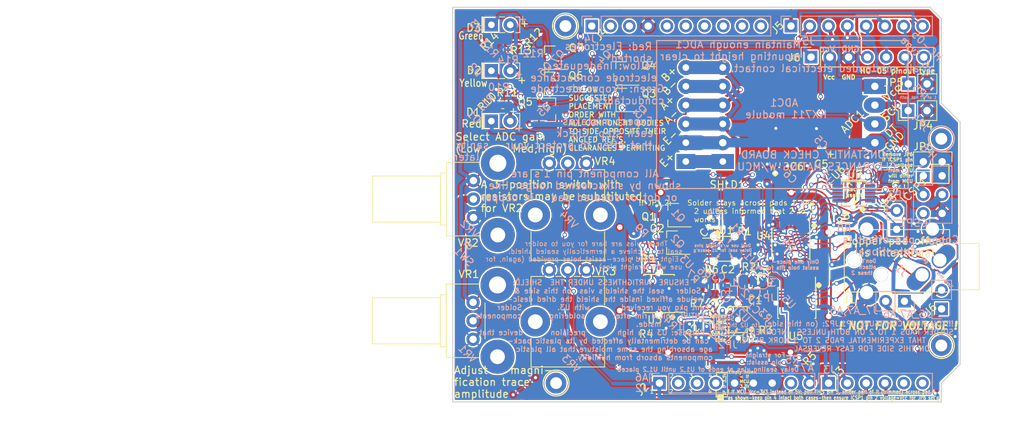
<source format=kicad_pcb>
(kicad_pcb (version 20171130) (host pcbnew 5.1.2-f72e74a~84~ubuntu16.04.1)
  (layers (0 F.Cu signal) (31 B.Cu signal) (34 B.Paste user) (35 F.Paste user) (36 B.SilkS user) (37 F.SilkS user) (38 B.Mask user) (39 F.Mask user) (44 Edge.Cuts user))
  (net 0 "")
  (net 1 /A0)
  (net 2 /A1)
  (net 3 GNDA)
  (net 4 GNDD)
  (net 5 /2)
  (net 6 +5V)
  (net 7 "/3(**)")
  (net 8 "Net-(D1-Pad1)")
  (net 9 "Net-(D1-Pad2)")
  (net 10 "Net-(D2-Pad1)")
  (net 11 "Net-(D3-Pad1)")
  (net 12 "Net-(D3-Pad2)")
  (net 13 "/MOSI(1)")
  (net 14 "/SCK(1)")
  (net 15 /A3)
  (net 16 /A2)
  (net 17 /4)
  (net 18 "/5(**)")
  (net 19 "/6(**)")
  (net 20 /7)
  (net 21 "Net-(JP1-Pad2)")
  (net 22 "Net-(C1-Pad1)")
  (net 23 "Net-(C2-Pad1)")
  (net 24 "Net-(Q1-Pad2)")
  (net 25 "Net-(Q1-Pad1)")
  (net 26 "Net-(Q2-Pad1)")
  (net 27 "Net-(U4-Pad1)")
  (net 28 "Net-(C1-Pad2)")
  (net 29 "Net-(Q3-Pad3)")
  (net 30 "Net-(R3-Pad2)")
  (net 31 "Net-(U5-Pad1)")
  (net 32 "Net-(U6-Pad8)")
  (net 33 /1st_stage_guard_trace)
  (net 34 "Net-(C2-Pad2)")
  (net 35 "Net-(R6-Pad1)")
  (net 36 "Net-(R8-Pad1)")
  (net 37 /2nd_stage_guard_trace)
  (net 38 /3rd_stage_guard_trace)
  (net 39 "Net-(J1-PadS)")
  (net 40 /A6)
  (net 41 /A7)
  (net 42 "Net-(JP3-Pad1)")
  (net 43 "Net-(JP3-Pad2)")
  (net 44 "Net-(ADC1-PadEplus_dup)")
  (net 45 "Net-(ADC1-PadEplus)")
  (net 46 /Rx)
  (net 47 /Tx)
  (net 48 "Net-(J6-Pad1)")
  (net 49 "Net-(J6-Pad6)")
  (net 50 "Net-(ICSP1-Pad2)")
  (net 51 "Net-(Q3-Pad1)")
  (net 52 "Net-(Q7-Pad1)")
  (module multipackage:ADL5315ACPZ-R7 (layer F.Cu) (at 147.92 121.715 180)
    (fp_text reference U2 (at -1.45 -2.505 180) (layer F.SilkS))
    (fp_text value ADL5315)
    (pad 9 smd rect (at 0 0 180) (size 0.6096 1.8796) (layers F.Cu F.Mask) (net 3 GNDA))
    (pad 8 smd rect (at 1.0033 -0.75 180) (size 0.8636 0.3) (layers F.Cu F.Paste F.Mask) (net 25 "Net-(Q1-Pad1)"))
    (pad 7 smd rect (at 1.04 -0.25 180) (size 0.8636 0.3) (layers F.Cu F.Paste F.Mask) (net 37 /2nd_stage_guard_trace))
    (pad 6 smd rect (at 1.04 0.25 180) (size 0.8636 0.3) (layers F.Cu F.Paste F.Mask) (net 6 +5V))
    (pad 5 smd rect (at 1.0033 0.75 180) (size 0.8636 0.3) (layers F.Cu F.Paste F.Mask) (net 51 "Net-(Q3-Pad1)"))
    (pad 4 smd rect (at -1.0033 0.75 180) (size 0.8636 0.3) (layers F.Cu F.Paste F.Mask) (net 3 GNDA))
    (pad 3 smd rect (at -1.04 0.25 180) (size 0.8636 0.3) (layers F.Cu F.Paste F.Mask) (net 23 "Net-(C2-Pad1)"))
    (pad 2 smd rect (at -1.04 -0.25 180) (size 0.8636 0.3) (layers F.Cu F.Paste F.Mask) (net 23 "Net-(C2-Pad1)"))
    (pad 1 smd rect (at -1.0033 -0.75 180) (size 0.8636 0.3) (layers F.Cu F.Paste F.Mask) (net 30 "Net-(R3-Pad2)"))
  )
  (module multipackage:MSOP-10_3x3mm_P0.5mm (layer F.Cu) (at 146.07 112.15)
    (fp_text reference U1 (at 0.29 -2.5) (layer F.SilkS))
    (fp_text value AD8244ARMZ)
    (pad 10 smd rect (at 2.2 -1) (size 1.4 0.3) (layers F.Cu F.Paste F.Mask) (net 35 "Net-(R6-Pad1)"))
    (pad 9 smd rect (at 2.2 -0.5) (size 1.4 0.3) (layers F.Cu F.Paste F.Mask) (net 2 /A1))
    (pad 8 smd rect (at 2.2 0) (size 1.4 0.3) (layers F.Cu F.Paste F.Mask) (net 3 GNDA))
    (pad 7 smd rect (at 2.2 0.5) (size 1.4 0.3) (layers F.Cu F.Paste F.Mask) (net 33 /1st_stage_guard_trace))
    (pad 6 smd rect (at 2.2 1) (size 1.4 0.3) (layers F.Cu F.Paste F.Mask) (net 23 "Net-(C2-Pad1)"))
    (pad 5 smd rect (at -2.2 1) (size 1.4 0.3) (layers F.Cu F.Paste F.Mask) (net 26 "Net-(Q2-Pad1)"))
    (pad 4 smd rect (at -2.2 0.5) (size 1.4 0.3) (layers F.Cu F.Paste F.Mask) (net 1 /A0))
    (pad 3 smd rect (at -2.2 0) (size 1.4 0.3) (layers F.Cu F.Paste F.Mask) (net 6 +5V))
    (pad 2 smd rect (at -2.2 -0.5) (size 1.4 0.3) (layers F.Cu F.Paste F.Mask) (net 38 /3rd_stage_guard_trace))
    (pad 1 smd rect (at -2.2 -1) (size 1.4 0.3) (layers F.Cu F.Paste F.Mask) (net 26 "Net-(Q2-Pad1)"))
    (pad "" np_thru_hole circle (at 1.4 -1.692) (size 0.7001 0.7001) (drill 0.7) (layers *.Cu B.Mask) (clearance 0.00001))
    (pad "" np_thru_hole circle (at -1.4 -1.692) (size 0.7001 0.7001) (drill 0.7) (layers *.Cu B.Mask) (clearance 0.00001))
    (pad "" np_thru_hole circle (at -1.4 1.692) (size 0.7001 0.7001) (drill 0.7) (layers *.Cu B.Mask) (clearance 0.00001))
    (pad "" np_thru_hole circle (at 1.4 1.692) (size 0.7 0.7) (drill 0.7) (layers *.Cu B.Mask) (clearance 0.00001))
  )
  (module Package_SO:MSOP-10_3x3mm_P0.5mm (layer F.Cu) (at 163.59 104.59 180)
    (fp_text reference U7 (at -0.16 2.52) (layer F.SilkS))
    (fp_text value MCP4262-104E_UN)
    (pad 10 smd rect (at 2.2 -1 180) (size 1.4 0.3) (layers F.Cu F.Paste F.Mask) (net 6 +5V))
    (pad 9 smd rect (at 2.2 -0.5 180) (size 1.4 0.3) (layers F.Cu F.Paste F.Mask))
    (pad 8 smd rect (at 2.2 0 180) (size 1.4 0.3) (layers F.Cu F.Paste F.Mask) (net 32 "Net-(U6-Pad8)"))
    (pad 7 smd rect (at 2.2 0.5 180) (size 1.4 0.3) (layers F.Cu F.Paste F.Mask) (net 24 "Net-(Q1-Pad2)"))
    (pad 6 smd rect (at 2.2 1 180) (size 1.4 0.3) (layers F.Cu F.Paste F.Mask) (net 31 "Net-(U5-Pad1)"))
    (pad 5 smd rect (at -2.2 1 180) (size 1.4 0.3) (layers F.Cu F.Paste F.Mask) (net 36 "Net-(R8-Pad1)"))
    (pad 4 smd rect (at -2.2 0.5 180) (size 1.4 0.3) (layers F.Cu F.Paste F.Mask) (net 4 GNDD))
    (pad 3 smd rect (at -2.2 0 180) (size 1.4 0.3) (layers F.Cu F.Paste F.Mask) (net 13 "/MOSI(1)"))
    (pad 2 smd rect (at -2.2 -0.5 180) (size 1.4 0.3) (layers F.Cu F.Paste F.Mask) (net 14 "/SCK(1)"))
    (pad 1 smd rect (at -2.2 -1 180) (size 1.4 0.3) (layers F.Cu F.Paste F.Mask) (net 18 "/5(**)"))
  )
  (module Connector_PinHeader_2.54mm:PinHeader_1x02_P2.54mm_Vertical (layer F.Cu) (at 175.52 100.38 270)
    (fp_text reference JP6 (at -2.04 2.55) (layer F.SilkS))
    (fp_text value "Remove JP6 if MCU is 3V3 but MCU puts 5V here")
    (pad 2 thru_hole oval (at 0 2.54 270) (size 1.7 1.7) (drill 1) (layers *.Cu *.Mask) (net 6 +5V))
    (pad 1 thru_hole rect (at 0 0 270) (size 1.7 1.7) (drill 1) (layers *.Cu *.Mask) (net 50 "Net-(ICSP1-Pad2)"))
  )
  (module Connector_PinHeader_2.54mm:PinHeader_1x02_P2.54mm_Vertical (layer F.Cu) (at 170.94 89.86 90)
    (fp_text reference JP5 (at 0.19 -1.98 180) (layer F.SilkS))
    (fp_text value HC-05_KEY/STATE_LED)
    (pad 2 thru_hole oval (at 0 2.54 90) (size 1.7 1.7) (drill 1) (layers *.Cu *.Mask) (net 4 GNDD))
    (pad 1 thru_hole rect (at 0 0 90) (size 1.7 1.7) (drill 1) (layers *.Cu *.Mask) (net 49 "Net-(J6-Pad6)"))
  )
  (module Connector_PinHeader_2.54mm:PinHeader_1x02_P2.54mm_Vertical (layer F.Cu) (at 170.93 93.47 90)
    (fp_text reference JP4 (at -2.06 2.01 180) (layer F.SilkS))
    (fp_text value HC-05_EN/KEY)
    (pad 2 thru_hole oval (at 0 2.54 90) (size 1.7 1.7) (drill 1) (layers *.Cu *.Mask) (net 4 GNDD))
    (pad 1 thru_hole rect (at 0 0 90) (size 1.7 1.7) (drill 1) (layers *.Cu *.Mask) (net 48 "Net-(J6-Pad1)"))
  )
  (module Connector_PinSocket_2.54mm:PinSocket_1x07_P2.54mm_Vertical (layer F.Cu) (at 157.8 86.24 90)
    (fp_text reference J6 (at -0.06 -2.28 180) (layer F.SilkS))
    (fp_text value Conn_01x07_Female)
    (pad 7 thru_hole oval (at 0 15.24 90) (size 1.7 1.7) (drill 1) (layers *.Cu *.Mask))
    (pad 6 thru_hole oval (at 0 12.7 90) (size 1.7 1.7) (drill 1) (layers *.Cu *.Mask) (net 49 "Net-(J6-Pad6)"))
    (pad 5 thru_hole oval (at 0 10.16 90) (size 1.7 1.7) (drill 1) (layers *.Cu *.Mask) (net 47 /Tx))
    (pad 4 thru_hole oval (at 0 7.62 90) (size 1.7 1.7) (drill 1) (layers *.Cu *.Mask) (net 46 /Rx))
    (pad 3 thru_hole oval (at 0 5.08 90) (size 1.7 1.7) (drill 1) (layers *.Cu *.Mask) (net 4 GNDD))
    (pad 2 thru_hole oval (at 0 2.54 90) (size 1.7 1.7) (drill 1) (layers *.Cu *.Mask) (net 6 +5V))
    (pad 1 thru_hole rect (at 0 0 90) (size 1.7 1.7) (drill 1) (layers *.Cu *.Mask) (net 48 "Net-(J6-Pad1)"))
  )
  (module Capacitor_SMD:C_0603_1608Metric_Pad1.05x0.95mm_HandSolder (layer F.Cu) (at 154.12 100.68 270)
    (fp_text reference C6 (at 0.36 -1.74 180) (layer F.SilkS))
    (fp_text value "0.1 µF")
    (pad 1 smd roundrect (at -0.875 0 270) (size 1.05 0.95) (layers F.Cu F.Paste F.Mask) (net 3 GNDA))
    (pad 2 smd roundrect (at 0.875 0 270) (size 1.05 0.95) (layers F.Cu F.Paste F.Mask) (net 6 +5V))
  )
  (module Capacitor_SMD:C_0603_1608Metric_Pad1.05x0.95mm_HandSolder (layer B.Cu) (at 145.61 108.55 180)
    (fp_text reference C4 (at 0.94 1.27) (layer B.SilkS) (effects (justify mirror)))
    (fp_text value "0.1 µF")
    (pad 1 smd roundrect (at -0.875 0 180) (size 1.05 0.95) (layers B.Cu B.Paste B.Mask) (net 6 +5V))
    (pad 2 smd roundrect (at 0.875 0 180) (size 1.05 0.95) (layers B.Cu B.Paste B.Mask) (net 3 GNDA))
  )
  (module Capacitor_SMD:C_0603_1608Metric_Pad1.05x0.95mm_HandSolder (layer F.Cu) (at 159.27 98.42 90)
    (fp_text reference C5 (at -2.28 -0.08 180) (layer F.SilkS))
    (fp_text value "2.2 µF")
    (pad 1 smd roundrect (at -0.875 0 90) (size 1.05 0.95) (layers F.Cu F.Paste F.Mask) (net 6 +5V))
    (pad 2 smd roundrect (at 0.875 0 90) (size 1.05 0.95) (layers F.Cu F.Paste F.Mask) (net 3 GNDA))
  )
  (module Capacitor_SMD:C_0603_1608Metric_Pad1.05x0.95mm_HandSolder (layer B.Cu) (at 144.91 117.13 180)
    (fp_text reference C3 (at -0.4 1.2) (layer B.SilkS) (effects (justify mirror)))
    (fp_text value "2.2 µF")
    (pad 1 smd roundrect (at -0.875 0 180) (size 1.05 0.95) (layers B.Cu B.Paste B.Mask) (net 6 +5V))
    (pad 2 smd roundrect (at 0.875 0 180) (size 1.05 0.95) (layers B.Cu B.Paste B.Mask) (net 3 GNDA))
  )
  (module multipackage:Masach_Tech_MS26320_26x19.50mm (layer F.Cu) (at 146.11 115.23)
    (fp_text reference SHLD1 (at 0.37 -11.75) (layer F.SilkS))
    (fp_text value Device_RF_Shield_Two_Pieces)
    (pad 1 smd custom (at 13.45 0 90) (size 17.2 1) (layers F.Cu F.Paste F.Mask) (net 4 GNDD) (options (clearance outline) (anchor rect)) (primitives))
    (pad 1 smd custom (at -13.45 0 90) (size 17.2 1) (layers F.Cu F.Paste F.Mask) (net 4 GNDD) (options (clearance outline) (anchor rect)) (primitives))
    (pad 1 smd custom (at 0 10.2) (size 23.8 1) (layers F.Cu F.Paste F.Mask) (net 4 GNDD) (options (clearance outline) (anchor rect)) (primitives (gr_arc (start -11.880001 -1.569999) (end -13.45 -1.599998) (angle -90) (width 1)) (gr_arc (start 11.880001 -1.569999) (end 11.850002 0) (angle -90) (width 1))))
    (pad 1 smd custom (at 0 -10.2) (size 23.8 1) (layers F.Cu F.Paste F.Mask) (net 4 GNDD) (options (clearance outline) (anchor rect)) (primitives (gr_arc (start 11.880001 1.569999) (end 13.45 1.599998) (angle -90) (width 1)) (gr_arc (start -11.880001 1.569999) (end -11.850002 0) (angle -90) (width 1))))
  )
  (module multipackage:NetTie-2_HX711_THT_Pad1.0mm (layer F.Cu) (at 143.376 97.81 180)
    (fp_text reference NT7)
    (fp_text value Net-Tie_2)
    (fp_poly (pts (xy -2.03 -0.88) (xy 2.01 -0.88) (xy 2.01 0.86) (xy -2.03 0.86)) (layer F.Cu) (width 0))
    (fp_poly (pts (xy -2.03 -0.88) (xy 2.01 -0.88) (xy 2.01 0.86) (xy -2.03 0.86)) (layer B.Cu) (width 0))
    (pad 1 thru_hole circle (at -2.5 0 180) (size 2.032 2.032) (drill 0.8) (layers *.Cu) (net 3 GNDA))
    (pad 2 thru_hole circle (at 2.5 0 180) (size 2.032 2.032) (drill 0.8) (layers *.Cu) (net 3 GNDA))
  )
  (module "HX711:HX711 module" (layer B.Cu) (at 153.93 94 90)
    (fp_text reference ADC1 (at 1.58 0.23) (layer B.SilkS) (effects (justify mirror)))
    (fp_text value "HX711 module" (at 0 0.5) (layer B.SilkS) (effects (justify mirror)))
    (pad Bplus thru_hole circle (at 6.35 -8.054 90) (size 2.032 2.032) (drill 0.9) (layers *.Cu *.Mask) (net 1 /A0))
    (pad Aminus_dup thru_hole circle (at -1.27 -13.054 90) (size 2.032 2.032) (drill 0.9) (layers *.Cu *.Mask) (net 2 /A1))
    (pad Bminus thru_hole circle (at 3.81 -8.054 90) (size 2.032 2.032) (drill 0.9) (layers *.Cu *.Mask) (net 2 /A1))
    (pad Aplus thru_hole circle (at 1.27 -8.054 90) (size 2.032 2.032) (drill 0.9) (layers *.Cu *.Mask) (net 1 /A0))
    (pad Aminus thru_hole circle (at -1.27 -8.054 90) (size 2.032 2.032) (drill 0.9) (layers *.Cu *.Mask) (net 2 /A1))
    (pad GNDA thru_hole circle (at -3.81 -8.054 90) (size 2.032 2.032) (drill 0.9) (layers *.Cu *.Mask) (net 3 GNDA))
    (pad Eplus thru_hole rect (at -6.35 -8.054 90) (size 2.032 3) (drill 0.9) (layers *.Cu *.Mask) (net 45 "Net-(ADC1-PadEplus)"))
    (pad Eplus_dup thru_hole rect (at -6.35 -13.054 90) (size 2.032 2.54) (drill 0.9) (layers *.Cu *.Mask) (net 44 "Net-(ADC1-PadEplus_dup)"))
    (pad GNDA_dup thru_hole circle (at -3.81 -13.054 90) (size 2.032 2.032) (drill 0.9) (layers *.Cu *.Mask) (net 3 GNDA))
    (pad Bplus_dup thru_hole circle (at 6.35 -13.054 90) (size 2.032 2.032) (drill 0.9) (layers *.Cu *.Mask) (net 1 /A0))
    (pad Bminus_dup thru_hole circle (at 3.81 -13.054 90) (size 2.032 2.032) (drill 0.9) (layers *.Cu *.Mask) (net 2 /A1))
    (pad Aplus_dup thru_hole circle (at 1.27 -13.054 90) (size 2.032 2.032) (drill 0.9) (layers *.Cu *.Mask) (net 1 /A0))
    (pad GND thru_hole oval (at -3.81 12.5 90) (size 2.032 3) (drill 1) (layers *.Cu *.Mask) (net 4 GNDD))
    (pad DT thru_hole oval (at -1.27 12.5 90) (size 2.032 3) (drill 1) (layers *.Cu *.Mask) (net 5 /2))
    (pad VCC thru_hole custom (at 3.81 12.5 90) (size 2.032 3) (drill 1) (layers *.Cu *.Mask) (net 6 +5V) (options (clearance outline) (anchor rect)) (primitives (gr_arc (start 0 0.4) (end -0.7 0.4) (angle -180) (width 0.7)) (gr_arc (start 0 -0.4) (end 0.7 -0.4) (angle -180) (width 0.7))))
    (pad SCK thru_hole oval (at 1.27 12.5 90) (size 2.032 3) (drill 1) (layers *.Cu *.Mask) (net 7 "/3(**)"))
  )
  (module multipackage:NetTie-2_THT_Pad1.0mm (layer B.Cu) (at 157.43 97.81)
    (fp_text reference NT1)
    (fp_text value Net-Tie_2)
    (fp_poly (pts (xy -11.55 0.58) (xy -11.55 -0.58) (xy 9 -0.57) (xy 9 0.58)) (layer B.Cu) (width 0.1))
    (pad 1 thru_hole circle (at -11.554 0) (size 1.3 1.3) (drill 1) (layers *.Cu *.Mask) (net 3 GNDA))
    (pad 2 thru_hole circle (at 9 0) (size 1.3 1.3) (drill 1) (layers *.Cu) (net 4 GNDD))
  )
  (module multipackage:NetTie-2_HX711_THT_Pad1.0mm (layer F.Cu) (at 143.376 92.73 180)
    (fp_text reference NT3)
    (fp_text value Net-Tie_2)
    (fp_poly (pts (xy -2.03 -0.88) (xy 2.01 -0.88) (xy 2.01 0.86) (xy -2.03 0.86)) (layer F.Cu) (width 0))
    (fp_poly (pts (xy -2.03 -0.88) (xy 2.01 -0.88) (xy 2.01 0.86) (xy -2.03 0.86)) (layer B.Cu) (width 0))
    (pad 1 thru_hole circle (at -2.5 0 180) (size 2.032 2.032) (drill 0.8) (layers *.Cu) (net 1 /A0))
    (pad 2 thru_hole circle (at 2.5 0 180) (size 2.032 2.032) (drill 0.8) (layers *.Cu) (net 1 /A0))
  )
  (module multipackage:NetTie-2_HX711_THT_Pad1.0mm (layer F.Cu) (at 143.376 100.35 180)
    (fp_text reference NT6)
    (fp_text value Net-Tie_2)
    (fp_poly (pts (xy -2.03 -0.88) (xy 2.01 -0.88) (xy 2.01 0.86) (xy -2.03 0.86)) (layer F.Cu) (width 0))
    (fp_poly (pts (xy -2.03 -0.88) (xy 2.01 -0.88) (xy 2.01 0.86) (xy -2.03 0.86)) (layer B.Cu) (width 0))
    (pad 1 thru_hole circle (at -2.5 0 180) (size 2.032 2.032) (drill 0.8) (layers *.Cu) (net 45 "Net-(ADC1-PadEplus)"))
    (pad 2 thru_hole circle (at 2.5 0 180) (size 2.032 2.032) (drill 0.8) (layers *.Cu) (net 44 "Net-(ADC1-PadEplus_dup)"))
  )
  (module multipackage:NetTie-2_HX711_THT_Pad1.0mm (layer F.Cu) (at 143.376 90.19 180)
    (fp_text reference NT5)
    (fp_text value Net-Tie_2)
    (fp_poly (pts (xy -2.03 -0.88) (xy 2.01 -0.88) (xy 2.01 0.86) (xy -2.03 0.86)) (layer F.Cu) (width 0))
    (fp_poly (pts (xy -2.03 -0.88) (xy 2.01 -0.88) (xy 2.01 0.86) (xy -2.03 0.86)) (layer B.Cu) (width 0))
    (pad 1 thru_hole circle (at -2.5 0 180) (size 2.032 2.032) (drill 0.8) (layers *.Cu) (net 2 /A1))
    (pad 2 thru_hole circle (at 2.5 0 180) (size 2.032 2.032) (drill 0.8) (layers *.Cu) (net 2 /A1))
  )
  (module multipackage:NetTie-2_HX711_THT_Pad1.0mm (layer F.Cu) (at 143.376 95.27 180)
    (fp_text reference NT4)
    (fp_text value Net-Tie_2)
    (fp_poly (pts (xy -2.03 -0.88) (xy 2.01 -0.88) (xy 2.01 0.86) (xy -2.03 0.86)) (layer F.Cu) (width 0))
    (fp_poly (pts (xy -2.03 -0.88) (xy 2.01 -0.88) (xy 2.01 0.86) (xy -2.03 0.86)) (layer B.Cu) (width 0))
    (pad 1 thru_hole circle (at -2.5 0 180) (size 2.032 2.032) (drill 0.8) (layers *.Cu) (net 2 /A1))
    (pad 2 thru_hole circle (at 2.5 0 180) (size 2.032 2.032) (drill 0.8) (layers *.Cu) (net 2 /A1))
  )
  (module multipackage:NetTie-2_HX711_THT_Pad1.0mm (layer F.Cu) (at 143.376 87.65 180)
    (fp_text reference NT2)
    (fp_text value Net-Tie_2)
    (fp_poly (pts (xy -2.03 -0.88) (xy 2.01 -0.88) (xy 2.01 0.86) (xy -2.03 0.86)) (layer F.Cu) (width 0))
    (fp_poly (pts (xy -2.03 -0.88) (xy 2.01 -0.88) (xy 2.01 0.86) (xy -2.03 0.86)) (layer B.Cu) (width 0))
    (pad 1 thru_hole circle (at -2.5 0 180) (size 2.032 2.032) (drill 0.8) (layers *.Cu) (net 1 /A0))
    (pad 2 thru_hole circle (at 2.5 0 180) (size 2.032 2.032) (drill 0.8) (layers *.Cu) (net 1 /A0))
  )
  (module Capacitor_SMD:C_0603_1608Metric_Pad1.05x0.95mm_HandSolder (layer F.Cu) (at 151.42 117.94 90)
    (fp_text reference C1 (at -1.18 -1.19 180) (layer F.SilkS))
    (fp_text value "390 pF")
    (pad 1 smd roundrect (at -0.875 0 90) (size 1.05 0.95) (layers F.Cu F.Paste F.Mask) (net 22 "Net-(C1-Pad1)"))
    (pad 2 smd roundrect (at 0.875 0 90) (size 1.05 0.95) (layers F.Cu F.Paste F.Mask) (net 28 "Net-(C1-Pad2)"))
  )
  (module Package_TO_SOT_SMD:SOT-23_Handsoldering (layer F.Cu) (at 122.53 86.32 180)
    (fp_text reference Q7 (at -3.54 1.33) (layer F.SilkS))
    (fp_text value DMN601K-7)
    (pad 1 smd rect (at -1.5 -0.95 180) (size 1.9 0.8) (layers F.Cu F.Paste F.Mask) (net 52 "Net-(Q7-Pad1)"))
    (pad 2 smd rect (at -1.5 0.95 180) (size 1.9 0.8) (layers F.Cu F.Paste F.Mask) (net 4 GNDD))
    (pad 3 smd rect (at 1.5 0 180) (size 1.9 0.8) (layers F.Cu F.Paste F.Mask) (net 11 "Net-(D3-Pad1)"))
  )
  (module Package_TO_SOT_SMD:SOT-23_Handsoldering (layer F.Cu) (at 122.53 89.85 180)
    (fp_text reference Q6 (at -3.48 1.1) (layer F.SilkS))
    (fp_text value DMN601K-7)
    (pad 1 smd rect (at -1.5 -0.95 180) (size 1.9 0.8) (layers F.Cu F.Paste F.Mask) (net 20 /7))
    (pad 2 smd rect (at -1.5 0.95 180) (size 1.9 0.8) (layers F.Cu F.Paste F.Mask) (net 4 GNDD))
    (pad 3 smd rect (at 1.5 0 180) (size 1.9 0.8) (layers F.Cu F.Paste F.Mask) (net 10 "Net-(D2-Pad1)"))
  )
  (module Package_TO_SOT_SMD:SOT-23_Handsoldering (layer F.Cu) (at 122.53 93.35)
    (fp_text reference Q5 (at -3.35 -1.07) (layer F.SilkS))
    (fp_text value DMN601K-7)
    (pad 1 smd rect (at -1.5 -0.95) (size 1.9 0.8) (layers F.Cu F.Paste F.Mask) (net 19 "/6(**)"))
    (pad 2 smd rect (at -1.5 0.95) (size 1.9 0.8) (layers F.Cu F.Paste F.Mask) (net 4 GNDD))
    (pad 3 smd rect (at 1.5 0) (size 1.9 0.8) (layers F.Cu F.Paste F.Mask) (net 8 "Net-(D1-Pad1)"))
  )
  (module Package_TO_SOT_SMD:SOT-23_Handsoldering (layer F.Cu) (at 132.18 88.45 180)
    (fp_text reference Q4 (at -3.69 1.06) (layer F.SilkS))
    (fp_text value DMN601K-7)
    (pad 1 smd rect (at -1.5 -0.95 180) (size 1.9 0.8) (layers F.Cu F.Paste F.Mask) (net 29 "Net-(Q3-Pad3)"))
    (pad 2 smd rect (at -1.5 0.95 180) (size 1.9 0.8) (layers F.Cu F.Paste F.Mask) (net 4 GNDD))
    (pad 3 smd rect (at 1.5 0 180) (size 1.9 0.8) (layers F.Cu F.Paste F.Mask) (net 8 "Net-(D1-Pad1)"))
  )
  (module Package_TO_SOT_SMD:SOT-23_Handsoldering (layer F.Cu) (at 132.21 92.03 180)
    (fp_text reference Q3 (at -3.69 0.85) (layer F.SilkS))
    (fp_text value DMN601K-7)
    (pad 1 smd rect (at -1.5 -0.95 180) (size 1.9 0.8) (layers F.Cu F.Paste F.Mask) (net 51 "Net-(Q3-Pad1)"))
    (pad 2 smd rect (at -1.5 0.95 180) (size 1.9 0.8) (layers F.Cu F.Paste F.Mask) (net 4 GNDD))
    (pad 3 smd rect (at 1.5 0 180) (size 1.9 0.8) (layers F.Cu F.Paste F.Mask) (net 29 "Net-(Q3-Pad3)"))
  )
  (module Connector_PinHeader_2.54mm:PinHeader_1x02_P2.54mm_Vertical (layer B.Cu) (at 170.426 119.232 90)
    (fp_text reference J7_A7,A6 (at -1.24 -6.83) (layer B.SilkS) (effects (justify mirror)))
    (fp_text value Conn_01x02_Female)
    (pad 1 thru_hole rect (at 0 0 90) (size 1.7 1.7) (drill 1) (layers *.Cu *.Mask) (net 41 /A7))
    (pad 2 thru_hole oval (at 0 -2.54 90) (size 1.7 1.7) (drill 1) (layers *.Cu *.Mask) (net 40 /A6))
  )
  (module Connector_PinHeader_2.54mm:PinHeader_1x02_P2.54mm_Vertical (layer B.Cu) (at 175.45 120.27)
    (fp_text reference J6_A7,A6 (at -4.64 0.7) (layer B.SilkS) (effects (justify mirror)))
    (fp_text value Conn_01x02_gender_unknown)
    (pad 1 thru_hole rect (at 0 0) (size 1.7 1.7) (drill 1) (layers *.Cu *.Mask) (net 40 /A6))
    (pad 2 thru_hole oval (at 0 -2.54) (size 1.7 1.7) (drill 1) (layers *.Cu *.Mask) (net 41 /A7))
  )
  (module Connector_PinHeader_2.54mm:PinHeader_1x09_P2.54mm_Vertical (layer B.Cu) (at 137.31 130.3 270)
    (fp_text reference J2 (at 0.67 2.43) (layer B.SilkS) (effects (justify mirror)))
    (fp_text value Power)
    (pad 1 thru_hole rect (at 0 0 270) (size 1.7 1.7) (drill 1) (layers *.Cu *.Mask) (net 40 /A6))
    (pad 2 thru_hole oval (at 0 -2.54 270) (size 1.7 1.7) (drill 1) (layers *.Cu *.Mask))
    (pad 3 thru_hole oval (at 0 -5.08 270) (size 1.7 1.7) (drill 1) (layers *.Cu *.Mask))
    (pad 4 thru_hole oval (at 0 -7.62 270) (size 1.7 1.7) (drill 1) (layers *.Cu *.Mask))
    (pad 5 thru_hole oval (at 0 -10.16 270) (size 1.7 1.7) (drill 1) (layers *.Cu *.Mask) (net 6 +5V))
    (pad 6 thru_hole oval (at 0 -12.7 270) (size 1.7 1.7) (drill 1) (layers *.Cu *.Mask) (net 4 GNDD))
    (pad 7 thru_hole oval (at 0 -15.24 270) (size 1.7 1.7) (drill 1) (layers *.Cu *.Mask) (net 4 GNDD))
    (pad 8 thru_hole oval (at 0 -17.78 270) (size 1.7 1.7) (drill 1) (layers *.Cu *.Mask))
    (pad 9 thru_hole oval (at 0 -20.32 270) (size 1.7 1.7) (drill 1) (layers *.Cu *.Mask) (net 41 /A7))
  )
  (module Resistor_SMD:R_0603_1608Metric (layer B.Cu) (at 116.86 85.18)
    (fp_text reference R14 (at 0 1.43) (layer B.SilkS) (effects (justify mirror)))
    (fp_text value "470 Ω")
    (pad 1 smd roundrect (at -0.7875 0) (size 0.875 0.95) (layers B.Cu B.Paste B.Mask) (net 6 +5V))
    (pad 2 smd roundrect (at 0.7875 0) (size 0.875 0.95) (layers B.Cu B.Paste B.Mask) (net 12 "Net-(D3-Pad2)"))
  )
  (module Resistor_SMD:R_0603_1608Metric (layer F.Cu) (at 116.13 92.7)
    (fp_text reference R11 (at 0.61 -1.66) (layer F.SilkS))
    (fp_text value "470 Ω")
    (pad 1 smd roundrect (at -0.7875 0) (size 0.875 0.95) (layers F.Cu F.Paste F.Mask) (net 6 +5V))
    (pad 2 smd roundrect (at 0.7875 0) (size 0.875 0.95) (layers F.Cu F.Paste F.Mask) (net 9 "Net-(D1-Pad2)"))
  )
  (module Resistor_SMD:R_0603_1608Metric (layer F.Cu) (at 116.71 85.24 270)
    (fp_text reference R13 (at 0.1 -1.9 180) (layer F.SilkS))
    (fp_text value "1 MΩ")
    (pad 1 smd roundrect (at -0.7875 0 270) (size 0.875 0.95) (layers F.Cu F.Paste F.Mask) (net 52 "Net-(Q7-Pad1)"))
    (pad 2 smd roundrect (at 0.7875 0 270) (size 0.875 0.95) (layers F.Cu F.Paste F.Mask) (net 9 "Net-(D1-Pad2)"))
  )
  (module Resistor_SMD:R_0603_1608Metric (layer B.Cu) (at 120.3 84.35 180)
    (fp_text reference R12 (at 0.05 -1.41) (layer B.SilkS) (effects (justify mirror)))
    (fp_text value "1 MΩ")
    (pad 1 smd roundrect (at -0.7875 0 180) (size 0.875 0.95) (layers B.Cu B.Paste B.Mask) (net 4 GNDD))
    (pad 2 smd roundrect (at 0.7875 0 180) (size 0.875 0.95) (layers B.Cu B.Paste B.Mask) (net 52 "Net-(Q7-Pad1)"))
  )
  (module Resistor_SMD:R_0603_1608Metric (layer B.Cu) (at 116.07 91.58)
    (fp_text reference R10 (at -0.48 -1.28) (layer B.SilkS) (effects (justify mirror)))
    (fp_text value "1 MΩ")
    (pad 1 smd roundrect (at -0.7875 0) (size 0.875 0.95) (layers B.Cu B.Paste B.Mask) (net 6 +5V))
    (pad 2 smd roundrect (at 0.7875 0) (size 0.875 0.95) (layers B.Cu B.Paste B.Mask) (net 29 "Net-(Q3-Pad3)"))
  )
  (module Resistor_SMD:R_0603_1608Metric (layer F.Cu) (at 134.13 113.4525 270)
    (fp_text reference R9 (at 0.0075 -1.59 180) (layer F.SilkS))
    (fp_text value "27 Ω")
    (pad 1 smd roundrect (at -0.7875 0 270) (size 0.875 0.95) (layers F.Cu F.Paste F.Mask) (net 38 /3rd_stage_guard_trace))
    (pad 2 smd roundrect (at 0.7875 0 270) (size 0.875 0.95) (layers F.Cu F.Paste F.Mask) (net 1 /A0))
  )
  (module Resistor_SMD:R_0603_1608Metric (layer B.Cu) (at 162.23 108.02)
    (fp_text reference R8 (at 0.05 1.34 180) (layer B.SilkS) (effects (justify mirror)))
    (fp_text value "100 Ω")
    (pad 1 smd roundrect (at -0.7875 0) (size 0.875 0.95) (layers B.Cu B.Paste B.Mask) (net 36 "Net-(R8-Pad1)"))
    (pad 2 smd roundrect (at 0.7875 0) (size 0.875 0.95) (layers B.Cu B.Paste B.Mask) (net 42 "Net-(JP3-Pad1)"))
  )
  (module Resistor_SMD:R_0603_1608Metric (layer B.Cu) (at 157.7225 126.89)
    (fp_text reference R5 (at -2.4725 0.26) (layer B.SilkS) (effects (justify mirror)))
    (fp_text value "10 KΩ")
    (pad 1 smd roundrect (at -0.7875 0) (size 0.875 0.95) (layers B.Cu B.Paste B.Mask) (net 51 "Net-(Q3-Pad1)"))
    (pad 2 smd roundrect (at 0.7875 0) (size 0.875 0.95) (layers B.Cu B.Paste B.Mask) (net 6 +5V))
  )
  (module multipackage:Potentiometer_Bourns_PTV09A-1_Single_Vertical (layer F.Cu) (at 122.43 100.58 270)
    (fp_text reference VR4 (at -0.26 -7.54 180) (layer F.SilkS))
    (fp_text value "200 KΩ")
    (pad "" np_thru_hole circle (at 7 1.9 270) (size 4 4) (drill 2) (layers *.Cu *.Mask))
    (pad "" np_thru_hole circle (at 7 -6.9 270) (size 4 4) (drill 2) (layers *.Cu *.Mask))
    (pad 3 thru_hole circle (at 0 0 270) (size 1.8 1.8) (drill 1) (layers *.Cu *.Mask) (net 6 +5V))
    (pad 2 thru_hole circle (at 0 -2.5 270) (size 1.8 1.8) (drill 1) (layers *.Cu *.Mask) (net 41 /A7))
    (pad 1 thru_hole circle (at 0 -5 270) (size 1.8 1.8) (drill 1) (layers *.Cu *.Mask) (net 4 GNDD))
  )
  (module multipackage:Potentiometer_Bourns_PTV09A-1_Single_Vertical (layer F.Cu) (at 122.43 114.998 270)
    (fp_text reference VR3 (at 0.21 -7.63 180) (layer F.SilkS))
    (fp_text value "200 KΩ")
    (pad "" np_thru_hole circle (at 7 1.9 270) (size 4 4) (drill 2) (layers *.Cu *.Mask))
    (pad "" np_thru_hole circle (at 7 -6.9 270) (size 4 4) (drill 2) (layers *.Cu *.Mask))
    (pad 3 thru_hole circle (at 0 0 270) (size 1.8 1.8) (drill 1) (layers *.Cu *.Mask) (net 6 +5V))
    (pad 2 thru_hole circle (at 0 -2.5 270) (size 1.8 1.8) (drill 1) (layers *.Cu *.Mask) (net 40 /A6))
    (pad 1 thru_hole circle (at 0 -5 270) (size 1.8 1.8) (drill 1) (layers *.Cu *.Mask) (net 4 GNDD))
  )
  (module multipackage:Jack_3.5mm_CUI_SJ1-3534NS_Horizontal_CircularHoles (layer F.Cu) (at 175.21 113.67 270)
    (fp_text reference J1 (at 5.34 12.24 180) (layer F.SilkS))
    (fp_text value Conn_3.5mm)
    (pad R thru_hole circle (at 0 11.6 270) (size 1.81 1.81) (drill 1.8) (layers *.Cu *.Mask))
    (pad S thru_hole oval (at 0 0 225) (size 3.6 2.2) (drill 1.8 (offset -0.7 0)) (layers *.Cu *.Mask) (net 39 "Net-(J1-PadS)"))
    (pad T thru_hole oval (at 2 2.4 225) (size 3.6 2.2) (drill 1.8 (offset 0.7 0)) (layers *.Cu *.Mask) (net 22 "Net-(C1-Pad1)"))
    (pad TN thru_hole circle (at 2 7.9 270) (size 1.81 1.81) (drill 1.8) (layers *.Cu *.Mask))
    (pad G thru_hole circle (at -4.19 1 270) (size 2.799999 2.799999) (drill 1.8) (layers *.Cu *.Mask) (net 4 GNDD))
    (pad G thru_hole oval (at -4.19 9.9 45) (size 2.799999 2.799999) (drill 1.8 (offset 0.4 0)) (layers *.Cu *.Mask) (net 4 GNDD))
    (pad G thru_hole oval (at 4.39 9.9 315) (size 2.799999 2.799999) (drill 1.8 (offset 0.4 0)) (layers *.Cu *.Mask) (net 4 GNDD))
  )
  (module Resistor_SMD:R_0603_1608Metric (layer F.Cu) (at 148.46 108.35)
    (fp_text reference R1 (at 0.38 1.45) (layer F.SilkS))
    (fp_text value "100 Ω")
    (pad 1 smd roundrect (at -0.7875 0) (size 0.875 0.95) (layers F.Cu F.Paste F.Mask) (net 3 GNDA))
    (pad 2 smd roundrect (at 0.7875 0) (size 0.875 0.95) (layers F.Cu F.Paste F.Mask) (net 39 "Net-(J1-PadS)"))
  )
  (module multipackage:Potentiometer_Bourns_PTV09A-2_Single_Horizontal (layer F.Cu) (at 112.17 105.43 180)
    (fp_text reference VR2 (at 0.7 -5.92) (layer F.SilkS))
    (fp_text value "200 KΩ")
    (pad "" thru_hole circle (at -3.3 4.85 180) (size 4.6 4.6) (drill 2.3) (layers *.Cu *.Mask))
    (pad "" thru_hole circle (at -3.3 -4.85 180) (size 4.600001 4.600001) (drill 2) (layers *.Cu *.Mask))
    (pad 1 thru_hole circle (at 0 2.5 180) (size 1.8 1.8) (drill 1) (layers *.Cu *.Mask) (net 4 GNDD))
    (pad 2 thru_hole circle (at 0 0 180) (size 1.8 1.8) (drill 1) (layers *.Cu *.Mask) (net 15 /A3))
    (pad 3 thru_hole circle (at 0 -2.5 180) (size 1.8 1.8) (drill 1) (layers *.Cu *.Mask) (net 6 +5V))
  )
  (module Package_SO:SOIC-8_3.9x4.9mm_P1.27mm (layer F.Cu) (at 155.88 119.47 270)
    (fp_text reference U5 (at 4.48 0.13 180) (layer F.SilkS))
    (fp_text value LM334M)
    (pad 1 smd rect (at -2.7 -1.905 270) (size 1.55 0.6) (layers F.Cu F.Paste F.Mask) (net 31 "Net-(U5-Pad1)"))
    (pad 2 smd rect (at -2.7 -0.635 270) (size 1.55 0.6) (layers F.Cu F.Paste F.Mask) (net 43 "Net-(JP3-Pad2)"))
    (pad 3 smd rect (at -2.7 0.635 270) (size 1.55 0.6) (layers F.Cu F.Paste F.Mask) (net 43 "Net-(JP3-Pad2)"))
    (pad 4 smd rect (at -2.7 1.905 270) (size 1.55 0.6) (layers F.Cu F.Paste F.Mask) (net 6 +5V))
    (pad 5 smd rect (at 2.7 1.905 270) (size 1.55 0.6) (layers F.Cu F.Paste F.Mask))
    (pad 6 smd rect (at 2.7 0.635 270) (size 1.55 0.6) (layers F.Cu F.Paste F.Mask))
    (pad 7 smd rect (at 2.7 -0.635 270) (size 1.55 0.6) (layers F.Cu F.Paste F.Mask))
    (pad 8 smd rect (at 2.7 -1.905 270) (size 1.55 0.6) (layers F.Cu F.Paste F.Mask))
  )
  (module Package_SO:SOIC-8_3.9x4.9mm_P1.27mm (layer F.Cu) (at 155.07 111.45 270)
    (fp_text reference U4 (at -1.05 3.69 180) (layer F.SilkS))
    (fp_text value LM334M)
    (pad 1 smd rect (at -2.7 -1.905 270) (size 1.55 0.6) (layers F.Cu F.Paste F.Mask) (net 27 "Net-(U4-Pad1)"))
    (pad 2 smd rect (at -2.7 -0.635 270) (size 1.55 0.6) (layers F.Cu F.Paste F.Mask) (net 24 "Net-(Q1-Pad2)"))
    (pad 3 smd rect (at -2.7 0.635 270) (size 1.55 0.6) (layers F.Cu F.Paste F.Mask) (net 24 "Net-(Q1-Pad2)"))
    (pad 4 smd rect (at -2.7 1.905 270) (size 1.55 0.6) (layers F.Cu F.Paste F.Mask) (net 6 +5V))
    (pad 5 smd rect (at 2.7 1.905 270) (size 1.55 0.6) (layers F.Cu F.Paste F.Mask))
    (pad 6 smd rect (at 2.7 0.635 270) (size 1.55 0.6) (layers F.Cu F.Paste F.Mask))
    (pad 7 smd rect (at 2.7 -0.635 270) (size 1.55 0.6) (layers F.Cu F.Paste F.Mask))
    (pad 8 smd rect (at 2.7 -1.905 270) (size 1.55 0.6) (layers F.Cu F.Paste F.Mask))
  )
  (module multipackage:Potentiometer_Bourns_PTV09A-2_Single_Horizontal (layer F.Cu) (at 112.12 121.88 180)
    (fp_text reference VR1 (at 0.57 6.3) (layer F.SilkS))
    (fp_text value "200 KΩ")
    (pad "" thru_hole circle (at -3.3 4.85 180) (size 4.6 4.6) (drill 2.3) (layers *.Cu *.Mask))
    (pad "" thru_hole circle (at -3.3 -4.85 180) (size 4.600001 4.600001) (drill 2) (layers *.Cu *.Mask))
    (pad 1 thru_hole circle (at 0 2.5 180) (size 1.8 1.8) (drill 1) (layers *.Cu *.Mask) (net 4 GNDD))
    (pad 2 thru_hole circle (at 0 0 180) (size 1.8 1.8) (drill 1) (layers *.Cu *.Mask) (net 16 /A2))
    (pad 3 thru_hole circle (at 0 -2.5 180) (size 1.8 1.8) (drill 1) (layers *.Cu *.Mask) (net 6 +5V))
  )
  (module Package_SO:SOIC-8_3.9x4.9mm_P1.27mm (layer F.Cu) (at 137.24 118.195 180)
    (fp_text reference U3 (at 0.56 -3.54 180) (layer F.SilkS))
    (fp_text value REF200AU)
    (pad 8 smd rect (at 2.7 -1.905 180) (size 1.55 0.6) (layers F.Cu F.Paste F.Mask) (net 6 +5V))
    (pad 7 smd rect (at 2.7 -0.635 180) (size 1.55 0.6) (layers F.Cu F.Paste F.Mask) (net 6 +5V))
    (pad 6 smd rect (at 2.7 0.635 180) (size 1.55 0.6) (layers F.Cu F.Paste F.Mask))
    (pad 5 smd rect (at 2.7 1.905 180) (size 1.55 0.6) (layers F.Cu F.Paste F.Mask) (net 25 "Net-(Q1-Pad1)"))
    (pad 4 smd rect (at -2.7 1.905 180) (size 1.55 0.6) (layers F.Cu F.Paste F.Mask) (net 26 "Net-(Q2-Pad1)"))
    (pad 3 smd rect (at -2.7 0.635 180) (size 1.55 0.6) (layers F.Cu F.Paste F.Mask) (net 3 GNDA))
    (pad 2 smd rect (at -2.7 -0.635 180) (size 1.55 0.6) (layers F.Cu F.Paste F.Mask) (net 35 "Net-(R6-Pad1)"))
    (pad 1 smd rect (at -2.7 -1.905 180) (size 1.55 0.6) (layers F.Cu F.Paste F.Mask) (net 37 /2nd_stage_guard_trace))
  )
  (module Jumper:SolderJumper-3_P1.3mm_Open_RoundedPad1.0x1.5mm_NumberLabels (layer B.Cu) (at 142.63 122.72)
    (fp_text reference JP2 (at 3.91 2.39) (layer B.SilkS) (effects (justify mirror)))
    (fp_text value C2_bias_reducer)
    (fp_text user 3 (at 2.52 1.11) (layer B.SilkS) (effects (justify mirror)))
    (fp_text user 1 (at -2.54 -0.07) (layer B.SilkS) (effects (justify mirror)))
    (pad 1 smd custom (at -1.3 0) (size 1 0.5) (layers B.Cu B.Mask) (net 3 GNDA) (options (clearance outline) (anchor rect)) (primitives (gr_circle (center 0 -0.25) (end 0.5 -0.25) (width 0)) (gr_circle (center 0 0.25) (end 0.5 0.25) (width 0)) (gr_poly (pts (xy 0.55 0.75) (xy 0 0.75) (xy 0 -0.75) (xy 0.55 -0.75)) (width 0))))
    (pad 3 smd custom (at 1.3 0) (size 1 0.5) (layers B.Cu B.Mask) (net 33 /1st_stage_guard_trace) (options (clearance outline) (anchor rect)) (primitives (gr_circle (center 0 -0.25) (end 0.5 -0.25) (width 0)) (gr_circle (center 0 0.25) (end 0.5 0.25) (width 0)) (gr_poly (pts (xy -0.55 0.75) (xy 0 0.75) (xy 0 -0.75) (xy -0.55 -0.75)) (width 0))))
    (pad 2 smd rect (at 0 0) (size 1 1.5) (layers B.Cu B.Mask) (net 34 "Net-(C2-Pad2)"))
  )
  (module Jumper:SolderJumper-3_P1.3mm_Open_RoundedPad1.0x1.5mm_NumberLabels (layer B.Cu) (at 150.01 116.56)
    (fp_text reference JP1 (at 1.68 2.24) (layer B.SilkS) (effects (justify mirror)))
    (fp_text value C1_leak_mitigator)
    (fp_text user 3 (at 2.61 0.17) (layer B.SilkS) (effects (justify mirror)))
    (fp_text user 1 (at -2.61 0.17) (layer B.SilkS) (effects (justify mirror)))
    (pad 1 smd custom (at -1.3 0) (size 1 0.5) (layers B.Cu B.Mask) (net 3 GNDA) (options (clearance outline) (anchor rect)) (primitives (gr_circle (center 0 -0.25) (end 0.5 -0.25) (width 0)) (gr_circle (center 0 0.25) (end 0.5 0.25) (width 0)) (gr_poly (pts (xy 0.55 0.75) (xy 0 0.75) (xy 0 -0.75) (xy 0.55 -0.75)) (width 0))))
    (pad 3 smd custom (at 1.3 0) (size 1 0.5) (layers B.Cu B.Mask) (net 33 /1st_stage_guard_trace) (options (clearance outline) (anchor rect)) (primitives (gr_circle (center 0 -0.25) (end 0.5 -0.25) (width 0)) (gr_circle (center 0 0.25) (end 0.5 0.25) (width 0)) (gr_poly (pts (xy -0.55 0.75) (xy 0 0.75) (xy 0 -0.75) (xy -0.55 -0.75)) (width 0))))
    (pad 2 smd rect (at 0 0) (size 1 1.5) (layers B.Cu B.Mask) (net 21 "Net-(JP1-Pad2)"))
  )
  (module Resistor_SMD:R_0603_1608Metric (layer F.Cu) (at 137.83 123.62)
    (fp_text reference R4 (at -2.31 0.03) (layer F.SilkS))
    (fp_text value "10 KΩ")
    (pad 1 smd roundrect (at -0.7875 0) (size 0.875 0.95) (layers F.Cu F.Paste F.Mask) (net 37 /2nd_stage_guard_trace))
    (pad 2 smd roundrect (at 0.7875 0) (size 0.875 0.95) (layers F.Cu F.Paste F.Mask) (net 3 GNDA))
  )
  (module Resistor_SMD:R_0603_1608Metric (layer F.Cu) (at 151.61 121.08 270)
    (fp_text reference R3 (at 2.06 -0.07 180) (layer F.SilkS))
    (fp_text value "100 Ω")
    (pad 1 smd roundrect (at -0.7875 0 270) (size 0.875 0.95) (layers F.Cu F.Paste F.Mask) (net 22 "Net-(C1-Pad1)"))
    (pad 2 smd roundrect (at 0.7875 0 270) (size 0.875 0.95) (layers F.Cu F.Paste F.Mask) (net 30 "Net-(R3-Pad2)"))
  )
  (module Resistor_SMD:R_0603_1608Metric (layer F.Cu) (at 149.36 117.24 90)
    (fp_text reference R2 (at 2.65 0.04 180) (layer F.SilkS))
    (fp_text value "3.9 KΩ")
    (pad 1 smd roundrect (at -0.7875 0 90) (size 0.875 0.95) (layers F.Cu F.Paste F.Mask) (net 28 "Net-(C1-Pad2)"))
    (pad 2 smd roundrect (at 0.7875 0 90) (size 0.875 0.95) (layers F.Cu F.Paste F.Mask) (net 21 "Net-(JP1-Pad2)"))
  )
  (module multipackage:LED_Rectangular_W5.0mm_H2.0mm_yellow (layer F.Cu) (at 114.6 88.08)
    (fp_text reference D2 (at -2.34 -0.05 180) (layer F.SilkS))
    (fp_text value "Yellow: Inadequate electrode conductance")
    (pad 1 thru_hole rect (at 0 0) (size 1.8 1.8) (drill 0.9) (layers *.Cu *.Mask) (net 10 "Net-(D2-Pad1)"))
    (pad 2 thru_hole circle (at 2.54 0) (size 1.8 1.8) (drill 0.9) (layers *.Cu *.Mask) (net 9 "Net-(D1-Pad2)"))
  )
  (module multipackage:LED_Rectangular_W5.0mm_H2.0mm_green (layer F.Cu) (at 114.6 81.87)
    (fp_text reference D3 (at -2.41 0.41 180) (layer F.SilkS))
    (fp_text value "Green: Proper electrode conductance")
    (pad 2 thru_hole circle (at 2.54 0) (size 1.8 1.8) (drill 0.9) (layers *.Cu *.Mask) (net 12 "Net-(D3-Pad2)"))
    (pad 1 thru_hole rect (at 0 0) (size 1.8 1.8) (drill 0.9) (layers *.Cu *.Mask) (net 11 "Net-(D3-Pad1)"))
  )
  (module TestPoint:TestPoint_Keystone_5010-5014_Multipurpose (layer F.Cu) (at 124.61 82.04)
    (fp_text reference P3 hide)
    (fp_text value CONN_01X01)
    (pad 1 thru_hole circle (at 0 0) (size 2.8 2.8) (drill 1.6) (layers *.Cu *.Mask))
  )
  (module Connector_PinHeader_2.54mm:PinHeader_1x08_P2.54mm_Vertical (layer B.Cu) (at 155.09 82.04 270)
    (fp_text reference J5 (at 2.06 -2.37) (layer B.SilkS) (effects (justify mirror)))
    (fp_text value Digital)
    (pad 8 thru_hole oval (at 0 -17.78 270) (size 1.7 1.7) (drill 1) (layers *.Cu *.Mask) (net 46 /Rx))
    (pad 7 thru_hole oval (at 0 -15.24 270) (size 1.7 1.7) (drill 1) (layers *.Cu *.Mask) (net 47 /Tx))
    (pad 6 thru_hole oval (at 0 -12.7 270) (size 1.7 1.7) (drill 1) (layers *.Cu *.Mask) (net 5 /2))
    (pad 5 thru_hole oval (at 0 -10.16 270) (size 1.7 1.7) (drill 1) (layers *.Cu *.Mask) (net 7 "/3(**)"))
    (pad 4 thru_hole oval (at 0 -7.62 270) (size 1.7 1.7) (drill 1) (layers *.Cu *.Mask) (net 17 /4))
    (pad 3 thru_hole oval (at 0 -5.08 270) (size 1.7 1.7) (drill 1) (layers *.Cu *.Mask) (net 18 "/5(**)"))
    (pad 2 thru_hole oval (at 0 -2.54 270) (size 1.7 1.7) (drill 1) (layers *.Cu *.Mask) (net 19 "/6(**)"))
    (pad 1 thru_hole rect (at 0 0 270) (size 1.7 1.7) (drill 1) (layers *.Cu *.Mask) (net 20 /7))
  )
  (module TestPoint:TestPoint_Keystone_5010-5014_Multipurpose (layer B.Cu) (at 175.41 97.28)
    (fp_text reference P4 hide)
    (fp_text value CONN_01X01)
    (pad 1 thru_hole circle (at 0 0) (size 2.8 2.8) (drill 1.6) (layers *.Cu *.Mask))
  )
  (module Connector_PinSocket_2.54mm:PinSocket_2x03_P2.54mm_Vertical (layer B.Cu) (at 172.98 102.28 180)
    (fp_text reference ICSP1 (at 1.09 -6.39) (layer B.SilkS) (effects (justify mirror)))
    (fp_text value "ICSP Socket")
    (pad 6 thru_hole oval (at -2.54 -5.08 180) (size 1.7 1.7) (drill 1) (layers *.Cu *.Mask) (net 4 GNDD))
    (pad 5 thru_hole oval (at 0 -5.08 180) (size 1.7 1.7) (drill 1) (layers *.Cu *.Mask))
    (pad 4 thru_hole oval (at -2.54 -2.54 180) (size 1.7 1.7) (drill 1) (layers *.Cu *.Mask) (net 13 "/MOSI(1)"))
    (pad 3 thru_hole oval (at 0 -2.54 180) (size 1.7 1.7) (drill 1) (layers *.Cu *.Mask) (net 14 "/SCK(1)"))
    (pad 2 thru_hole oval (at -2.54 0 180) (size 1.7 1.7) (drill 1) (layers *.Cu *.Mask) (net 50 "Net-(ICSP1-Pad2)"))
    (pad 1 thru_hole rect (at 0 0 180) (size 1.7 1.7) (drill 1) (layers *.Cu *.Mask))
  )
  (module Connector_PinHeader_2.54mm:PinHeader_1x10_P2.54mm_Vertical (layer B.Cu) (at 128.166 82.04 270)
    (fp_text reference J4 (at 1.75 0.226) (layer B.SilkS) (effects (justify mirror)))
    (fp_text value Digital)
    (pad 10 thru_hole oval (at 0 -22.86 270) (size 1.7 1.7) (drill 1) (layers *.Cu *.Mask))
    (pad 9 thru_hole oval (at 0 -20.32 270) (size 1.7 1.7) (drill 1) (layers *.Cu *.Mask))
    (pad 8 thru_hole oval (at 0 -17.78 270) (size 1.7 1.7) (drill 1) (layers *.Cu *.Mask))
    (pad 7 thru_hole oval (at 0 -15.24 270) (size 1.7 1.7) (drill 1) (layers *.Cu *.Mask))
    (pad 6 thru_hole oval (at 0 -12.7 270) (size 1.7 1.7) (drill 1) (layers *.Cu *.Mask))
    (pad 5 thru_hole oval (at 0 -10.16 270) (size 1.7 1.7) (drill 1) (layers *.Cu *.Mask))
    (pad 4 thru_hole oval (at 0 -7.62 270) (size 1.7 1.7) (drill 1) (layers *.Cu *.Mask) (net 4 GNDD))
    (pad 3 thru_hole oval (at 0 -5.08 270) (size 1.7 1.7) (drill 1) (layers *.Cu *.Mask))
    (pad 2 thru_hole oval (at 0 -2.54 270) (size 1.7 1.7) (drill 1) (layers *.Cu *.Mask))
    (pad 1 thru_hole rect (at 0 0 270) (size 1.7 1.7) (drill 1) (layers *.Cu *.Mask))
  )
  (module TestPoint:TestPoint_Keystone_5010-5014_Multipurpose (layer F.Cu) (at 123.34 130.3)
    (fp_text reference P1 hide)
    (fp_text value CONN_01X01)
    (pad 1 thru_hole circle (at 0 0) (size 2.8 2.8) (drill 1.6) (layers *.Cu *.Mask))
  )
  (module TestPoint:TestPoint_Keystone_5010-5014_Multipurpose (layer F.Cu) (at 175.41 125.22)
    (fp_text reference P2 hide)
    (fp_text value CONN_01X01)
    (pad 1 thru_hole circle (at 0 0) (size 2.8 2.8) (drill 1.6) (layers *.Cu *.Mask))
  )
  (module Connector_PinHeader_2.54mm:PinHeader_1x06_P2.54mm_Vertical (layer B.Cu) (at 160.17 130.3 270)
    (fp_text reference J3 (at -1.8 -0.11) (layer B.SilkS) (effects (justify mirror)))
    (fp_text value Analog)
    (pad 6 thru_hole oval (at 0 -12.7 270) (size 1.7 1.7) (drill 1) (layers *.Cu *.Mask))
    (pad 5 thru_hole oval (at 0 -10.16 270) (size 1.7 1.7) (drill 1) (layers *.Cu *.Mask))
    (pad 4 thru_hole oval (at 0 -7.62 270) (size 1.7 1.7) (drill 1) (layers *.Cu *.Mask) (net 15 /A3))
    (pad 3 thru_hole oval (at 0 -5.08 270) (size 1.7 1.7) (drill 1) (layers *.Cu *.Mask) (net 16 /A2))
    (pad 2 thru_hole oval (at 0 -2.54 270) (size 1.7 1.7) (drill 1) (layers *.Cu *.Mask) (net 2 /A1))
    (pad 1 thru_hole rect (at 0 0 270) (size 1.7 1.7) (drill 1) (layers *.Cu *.Mask) (net 1 /A0))
  )
  (module multipackage:LED_Rectangular_W5.0mm_H2.0mm (layer F.Cu) (at 114.6 94.89)
    (fp_text reference D1 (at -2.44 -1.22 180) (layer F.SilkS))
    (fp_text value "Red: Electrodes shorted")
    (pad 1 thru_hole rect (at 0 0) (size 1.8 1.8) (drill 0.9) (layers *.Cu *.Mask) (net 8 "Net-(D1-Pad1)"))
    (pad 2 thru_hole circle (at 2.54 0) (size 1.8 1.8) (drill 0.9) (layers *.Cu *.Mask) (net 9 "Net-(D1-Pad2)"))
  )
  (module Package_SO:MSOP-10_3x3mm_P0.5mm (layer B.Cu) (at 163.59 104.74 180)
    (fp_text reference U6 (at 0.37 2.34 180) (layer B.SilkS) (effects (justify mirror)))
    (fp_text value MCP4262-502E_UN)
    (pad 1 smd rect (at -2.2 1 180) (size 1.4 0.3) (layers B.Cu B.Paste B.Mask) (net 17 /4))
    (pad 2 smd rect (at -2.2 0.5 180) (size 1.4 0.3) (layers B.Cu B.Paste B.Mask) (net 14 "/SCK(1)"))
    (pad 3 smd rect (at -2.2 0 180) (size 1.4 0.3) (layers B.Cu B.Paste B.Mask) (net 13 "/MOSI(1)"))
    (pad 4 smd rect (at -2.2 -0.5 180) (size 1.4 0.3) (layers B.Cu B.Paste B.Mask) (net 4 GNDD))
    (pad 5 smd rect (at -2.2 -1 180) (size 1.4 0.3) (layers B.Cu B.Paste B.Mask) (net 43 "Net-(JP3-Pad2)"))
    (pad 6 smd rect (at 2.2 -1 180) (size 1.4 0.3) (layers B.Cu B.Paste B.Mask) (net 36 "Net-(R8-Pad1)"))
    (pad 7 smd rect (at 2.2 -0.5 180) (size 1.4 0.3) (layers B.Cu B.Paste B.Mask) (net 27 "Net-(U4-Pad1)"))
    (pad 8 smd rect (at 2.2 0 180) (size 1.4 0.3) (layers B.Cu B.Paste B.Mask) (net 32 "Net-(U6-Pad8)"))
    (pad 9 smd rect (at 2.2 0.5 180) (size 1.4 0.3) (layers B.Cu B.Paste B.Mask))
    (pad 10 smd rect (at 2.2 1 180) (size 1.4 0.3) (layers B.Cu B.Paste B.Mask) (net 6 +5V))
  )
  (module Resistor_SMD:R_0805_2012Metric_Pad1.15x1.40mm_HandSolder (layer F.Cu) (at 144.64 117.26 270)
    (fp_text reference R6 (at -2.33 0.28) (layer F.SilkS))
    (fp_text value "44.2 KΩ 0.1% 0.1W(1/10W) ±10ppm/°C (1676343-2)")
    (pad 1 smd roundrect (at -1.025 0 270) (size 1.15 1.4) (layers F.Cu F.Paste F.Mask) (roundrect_rratio 0.217391) (net 35 "Net-(R6-Pad1)"))
    (pad 2 smd roundrect (at 1.025 0 270) (size 1.15 1.4) (layers F.Cu F.Paste F.Mask) (roundrect_rratio 0.217391) (net 3 GNDA))
  )
  (module Resistor_SMD:R_0805_2012Metric_Pad1.15x1.40mm_HandSolder (layer F.Cu) (at 142.72 116.33 270)
    (fp_text reference R7 (at 3.2 0.35) (layer F.SilkS))
    (fp_text value "22.6 KΩ 0.1% 0.125W(1/8W) ±10ppm/°C (ERA6ARB2262V)")
    (pad 1 smd roundrect (at -1.025 0 270) (size 1.15 1.4) (layers F.Cu F.Paste F.Mask) (roundrect_rratio 0.217391) (net 35 "Net-(R6-Pad1)"))
    (pad 2 smd roundrect (at 1.05 -0.018 270) (size 1.1358 1.4) (layers F.Cu F.Paste F.Mask) (roundrect_rratio 0.217) (net 3 GNDA))
  )
  (module Package_TO_SOT_SMD:SOT-23_Handsoldering (layer F.Cu) (at 139.21 107.6 180)
    (fp_text reference Q1 (at 3.34 -0.21) (layer F.SilkS))
    (fp_text value "MMBF5462 (2N5462)")
    (pad 1 smd rect (at -1.5 -0.95 180) (size 1.9 0.8) (layers F.Cu F.Paste F.Mask) (net 25 "Net-(Q1-Pad1)"))
    (pad 2 smd rect (at -1.5 0.95 180) (size 1.9 0.8) (layers F.Cu F.Paste F.Mask) (net 24 "Net-(Q1-Pad2)"))
    (pad 3 smd rect (at 1.5 0 180) (size 1.9 0.8) (layers F.Cu F.Paste F.Mask) (net 6 +5V))
  )
  (module Package_TO_SOT_SMD:SOT-23_Handsoldering (layer F.Cu) (at 139.05 111.31 180)
    (fp_text reference Q2 (at 2.05 1.91 180) (layer F.SilkS))
    (fp_text value "MMBF5462 (2N5462)")
    (pad 1 smd rect (at -1.5 -0.95 180) (size 1.9 0.8) (layers F.Cu F.Paste F.Mask) (net 26 "Net-(Q2-Pad1)"))
    (pad 2 smd rect (at -1.5 0.95 180) (size 1.9 0.8) (layers F.Cu F.Paste F.Mask) (net 43 "Net-(JP3-Pad2)"))
    (pad 3 smd rect (at 1.5 0 180) (size 1.9 0.8) (layers F.Cu F.Paste F.Mask) (net 6 +5V))
  )
  (module Connector_PinHeader_2.54mm:PinHeader_1x02_P2.54mm_Vertical (layer B.Cu) (at 169.38 109.52)
    (fp_text reference JP3 (at 0.11 -4.67) (layer B.SilkS) (effects (justify mirror)))
    (fp_text value "Effect reducer")
    (pad 2 thru_hole oval (at 0 -2.54) (size 1.7 1.7) (drill 1) (layers *.Cu *.Mask) (net 43 "Net-(JP3-Pad2)"))
    (pad 1 thru_hole rect (at 0 0) (size 1.7 1.7) (drill 1) (layers *.Cu *.Mask) (net 42 "Net-(JP3-Pad1)"))
  )
  (module Capacitor_SMD:C_0603_1608Metric_Pad1.05x0.95mm_HandSolder (layer F.Cu) (at 146.43 117.07 270)
    (fp_text reference C2 (at -2.14 -0.12 180) (layer F.SilkS))
    (fp_text value ".22 µF")
    (pad 1 smd roundrect (at -0.875 0 270) (size 1.05 0.95) (layers F.Cu F.Paste F.Mask) (net 23 "Net-(C2-Pad1)"))
    (pad 2 smd roundrect (at 0.875 0 270) (size 1.05 0.95) (layers F.Cu F.Paste F.Mask) (net 34 "Net-(C2-Pad2)"))
  )
  (gr_text "Only one place-\nassist hole fits for U4,5" (at 158.95 114.3) (layer B.SilkS) (effects (font (size 0.5 0.5) (thickness 0.125)) (justify left mirror)))
  (gr_text "    For straight \n     pin assist:\nDelay sealing vias at ends of U1,2 until U1,2 placed" (at 156.21 127.48) (layer B.SilkS) (effects (font (size 0.6 0.6) (thickness 0.125)) (justify left mirror)))
  (gr_text "Place-\nassist" (at 163.64 104.49) (layer F.SilkS) (effects (font (size 0.5 0.5) (thickness 0.125))))
  (gr_line (start 163.93 105.83) (end 163.49 106.33) (layer F.SilkS) (width 0.15))
  (gr_line (start 163.73 105.71) (end 163.94 105.82) (layer F.SilkS) (width 0.15))
  (gr_line (start 163.49 106.3) (end 163.73 105.71) (layer F.SilkS) (width 0.15))
  (gr_line (start 164.04 105.43) (end 163.49 106.3) (layer F.SilkS) (width 0.15))
  (gr_line (start 164.39 103.31) (end 164.63 102.86) (layer F.SilkS) (width 0.15))
  (gr_line (start 164.18 103.18) (end 164.39 103.33) (layer F.SilkS) (width 0.15))
  (gr_line (start 164.65 102.8) (end 164.17 103.17) (layer F.SilkS) (width 0.15))
  (gr_line (start 163.99 103.6) (end 164.65 102.8) (layer F.SilkS) (width 0.15))
  (gr_line (start 162.84 103.4) (end 162.52 102.99) (layer F.SilkS) (width 0.15))
  (gr_line (start 163.03 103.12) (end 162.84 103.4) (layer F.SilkS) (width 0.15))
  (gr_line (start 162.48 102.89) (end 163 103.09) (layer F.SilkS) (width 0.15))
  (gr_line (start 163.31 103.54) (end 162.48 102.89) (layer F.SilkS) (width 0.15))
  (gr_line (start 145.41 111.12) (end 145.12 110.74) (layer B.SilkS) (width 0.15))
  (gr_line (start 145.56 110.97) (end 145.41 111.12) (layer B.SilkS) (width 0.15))
  (gr_line (start 145.1 110.74) (end 145.56 110.97) (layer B.SilkS) (width 0.15))
  (gr_line (start 145.83 111.31) (end 145.1 110.74) (layer B.SilkS) (width 0.15))
  (gr_line (start 145.37 113.19) (end 145.02 113.44) (layer B.SilkS) (width 0.15))
  (gr_line (start 145.18 113.05) (end 145.37 113.19) (layer B.SilkS) (width 0.15))
  (gr_line (start 144.96 113.5) (end 145.18 113.05) (layer B.SilkS) (width 0.15))
  (gr_line (start 145.47 112.79) (end 144.96 113.5) (layer B.SilkS) (width 0.15))
  (gr_line (start 146.95 113.21) (end 147.21 113.48) (layer B.SilkS) (width 0.15))
  (gr_line (start 147.11 113.09) (end 146.95 113.21) (layer B.SilkS) (width 0.15))
  (gr_line (start 147.21 113.48) (end 147.11 113.09) (layer B.SilkS) (width 0.15))
  (gr_line (start 146.83 112.71) (end 147.21 113.48) (layer B.SilkS) (width 0.15))
  (gr_line (start 146.77 110.96) (end 147.13 110.77) (layer B.SilkS) (width 0.15))
  (gr_line (start 146.896434 111.140771) (end 146.76 110.974826) (layer B.SilkS) (width 0.15))
  (gr_line (start 147.112168 110.765805) (end 146.93 111.13) (layer B.SilkS) (width 0.15))
  (gr_line (start 146.58 111.36) (end 147.109371 110.767203) (layer B.SilkS) (width 0.15))
  (gr_text "Dual use w/straight pins\nDelay seal for U1 place'g" (at 145.85 112.02) (layer B.SilkS) (effects (font (size 0.4 0.4) (thickness 0.1)) (justify mirror)))
  (gr_line (start 144.666589 122.482005) (end 144.666589 121.066834) (layer B.SilkS) (width 0.15))
  (gr_line (start 144.22 124.02) (end 144.07 123.78) (layer B.SilkS) (width 0.15))
  (gr_line (start 144.37 123.89) (end 144.22 124.02) (layer B.SilkS) (width 0.15))
  (gr_line (start 143.93 123.66) (end 144.37 123.89) (layer B.SilkS) (width 0.15))
  (gr_line (start 147.56 123.23) (end 147.82 122.89) (layer F.SilkS) (width 0.15))
  (gr_line (start 147.8 123.23) (end 147.56 123.23) (layer F.SilkS) (width 0.15))
  (gr_line (start 147.82 122.87) (end 147.8 123.23) (layer F.SilkS) (width 0.15))
  (gr_line (start 147.58 123.48) (end 147.82 122.87) (layer F.SilkS) (width 0.15))
  (gr_line (start 146.54 124.61) (end 147.58 123.48) (layer F.SilkS) (width 0.15))
  (gr_text "Solder\nctr pad\nfrom\nother\nside" (at 146.4 122.83) (layer F.SilkS) (effects (font (size 0.5 0.5) (thickness 0.125)) (justify right)))
  (gr_text . (at 152.96 100.61) (layer F.SilkS) (effects (font (size 3.3 3.3) (thickness 0.5))))
  (gr_line (start 144.71 123.05) (end 145.67 123.05) (layer B.SilkS) (width 0.15))
  (gr_line (start 145.97 123.83) (end 145.7 123.1) (layer B.SilkS) (width 0.15))
  (gr_line (start 149.07 122.94) (end 149.73 122.94) (layer B.SilkS) (width 0.15))
  (gr_line (start 147.02 121.08) (end 148.2 119.7) (layer B.SilkS) (width 0.15))
  (gr_line (start 144.67 121.08) (end 147.02 121.08) (layer B.SilkS) (width 0.15))
  (gr_line (start 143.27 122.03) (end 143.22 121.69) (layer B.SilkS) (width 0.15))
  (gr_line (start 144.13 122.36) (end 143.27 122.03) (layer B.SilkS) (width 0.15))
  (gr_line (start 144.21 123.06) (end 144.13 122.36) (layer B.SilkS) (width 0.15))
  (gr_line (start 145.2 124.653672) (end 143.93 123.7) (layer B.SilkS) (width 0.15))
  (gr_line (start 148.65 123.88) (end 145.99 123.88) (layer B.SilkS) (width 0.15))
  (gr_line (start 149.06 122.94) (end 148.66 123.84) (layer B.SilkS) (width 0.15))
  (gr_line (start 150.765115 122.141619) (end 150.765115 122.761619) (layer B.SilkS) (width 0.15))
  (gr_line (start 148.2 119.72) (end 150.77 122.14) (layer B.SilkS) (width 0.15))
  (gr_text "       Solder \nto U2 through \n ^hole" (at 147.4 122.45) (layer B.SilkS) (effects (font (size 0.55 0.55) (thickness 0.1)) (justify mirror)))
  (gr_text JP6 (at 173.77 99.17 -45) (layer B.SilkS) (effects (font (size 1 1)) (justify mirror)))
  (gr_text "Empty hole \n     < if \n     MCU\n     3.3V" (at 146.59 129.76) (layer F.SilkS) (effects (font (size 0.4 0.4) (thickness 0.1)) (justify left)))
  (gr_text "1     2     3     4" (at 136.02 129.33) (layer F.SilkS) (effects (font (size 0.55 0.55) (thickness 0.1)) (justify left)))
  (gr_text "1     2     3     4" (at 140.21 131.44) (layer F.SilkS) (effects (font (size 0.55 0.55) (thickness 0.1))))
  (gr_text "! Remove JP6\nif ICSP1 pin\n2 voltage\nfrom MCU\nwill differ\nfrom MCU\nVcc !   " (at 171.64 101.55) (layer F.SilkS) (effects (font (size 0.45 0.45) (thickness 0.1125)) (justify right)))
  (gr_line (start 174.067573 103.28) (end 174.09 100.7) (layer F.SilkS) (width 0.15))
  (gr_line (start 176.44 103.32) (end 174.03 103.28) (layer F.SilkS) (width 0.15))
  (gr_line (start 176.44 100.74) (end 176.44 103.32) (layer F.SilkS) (width 0.15))
  (gr_line (start 174.05 100.72) (end 176.44019 100.734986) (layer F.SilkS) (width 0.15))
  (gr_text "! If MCU Vcc=3V3 instead of 5V: pull THIS pin 5, solder part of it (trimmed) across pad 4 \nas shown-keep pin 4 intact both cases-then ensure ICSP1 pin 2 voltage=Vcc for JP6 set'g" (at 146.48 131.88) (layer F.SilkS) (effects (font (size 0.5 0.4) (thickness 0.1)) (justify left)))
  (gr_line (start 144.98 132.06) (end 144.98 131.41) (layer F.SilkS) (width 0.15))
  (gr_line (start 146.498033 132.169131) (end 144.968033 132.164366) (layer F.SilkS) (width 0.15))
  (gr_line (start 146.485665 128.84) (end 146.495665 132.07) (layer F.SilkS) (width 0.1))
  (gr_line (start 145.034266 128.857134) (end 146.514266 128.857134) (layer F.SilkS) (width 0.15))
  (gr_line (start 145.025143 129.306308) (end 145.02 128.84) (layer F.SilkS) (width 0.15))
  (gr_poly (pts (xy 145.16 131.845) (xy 145.16 132.615) (xy 145.97 132.62) (xy 145.97 131.83)) (layer F.SilkS) (width 0.1))
  (gr_text "JP if 3.3V" (at 146.11 130.46 90) (layer F.SilkS) (effects (font (size 0.4 0.4) (thickness 0.1))))
  (gr_text GND (at 162.87 88.95) (layer F.SilkS) (effects (font (size 0.6 0.6))))
  (gr_text GND (at 163.14 85.16) (layer B.SilkS) (effects (font (size 0.8 0.8)) (justify mirror)))
  (gr_text Vcc (at 159.98 85.16) (layer B.SilkS) (effects (font (size 0.8 0.8)) (justify mirror)))
  (gr_text Vcc (at 160.26 88.95) (layer F.SilkS) (effects (font (size 0.6 0.6))))
  (gr_text "1 of 2, not both" (at 172.28 91.68) (layer B.SilkS) (effects (font (size 0.4 0.4) (thickness 0.075)) (justify mirror)))
  (gr_text "HC-05\n    type" (at 172.88 85.29 -45) (layer B.SilkS) (effects (font (size 1 1)) (justify mirror)))
  (gr_text "HC-05 pinout type" (at 169.5 88.1) (layer F.SilkS) (effects (font (size 0.7 0.7))))
  (gr_text J6 (at 173.58 87.55 -45) (layer B.SilkS) (effects (font (size 1 1)) (justify mirror)))
  (gr_text JP4 (at 172.6 95.1 -45) (layer B.SilkS) (effects (font (size 1 1)) (justify mirror)))
  (gr_text JP5 (at 172.69 91.01 -45) (layer B.SilkS) (effects (font (size 1 1)) (justify mirror)))
  (gr_text C3 (at 144.52 119.8 45) (layer F.SilkS) (effects (font (size 1 1))))
  (gr_line (start 152.43028 116.751539) (end 152.43028 117.211539) (layer F.SilkS) (width 0.15))
  (gr_line (start 151.967109 117.189684) (end 152.5 117.18) (layer F.SilkS) (width 0.15))
  (gr_line (start 151.966712 116.748832) (end 152.51 116.75) (layer F.SilkS) (width 0.15))
  (gr_text JP2 (at 141.53 123.5 45) (layer F.SilkS) (effects (font (size 1 1))))
  (gr_text J7 (at 169.23 120.68 45) (layer F.SilkS) (effects (font (size 1 1))))
  (gr_text A7 (at 157.29 128.24) (layer B.SilkS) (effects (font (size 1 1)) (justify mirror)))
  (gr_text A6 (at 134.91 129.55) (layer B.SilkS) (effects (font (size 1 1)) (justify mirror)))
  (gr_text J6 (at 173.95 120.35 45) (layer F.SilkS) (effects (font (size 1 1))))
  (gr_text JP3 (at 168.2 105.91 45) (layer F.SilkS) (effects (font (size 1 1))))
  (gr_text VR4 (at 125.04 108.19 -45) (layer B.SilkS) (effects (font (size 1 1)) (justify mirror)))
  (gr_text VR3 (at 125.35 127.66 -45) (layer B.SilkS) (effects (font (size 1 1)) (justify mirror)))
  (gr_text "Don't\n attach\n     these 2" (at 165.63 114.6) (layer B.SilkS) (effects (font (size 0.5 0.5) (thickness 0.125)) (justify mirror)))
  (gr_text "Copper pad offset is \n     intentional" (at 169.56 111.71) (layer B.SilkS) (effects (font (size 1 1)) (justify mirror)))
  (gr_text C2 (at 146.13 118.61 315) (layer B.SilkS) (effects (font (size 1 1)) (justify mirror)))
  (gr_text R7 (at 141.81 115.92 315) (layer B.SilkS) (effects (font (size 1 1)) (justify mirror)))
  (gr_text R8 (at 162.17 108.05 45) (layer F.SilkS) (effects (font (size 1 1))))
  (gr_text U4 (at 154.82 111.56 315) (layer B.SilkS) (effects (font (size 1 1)) (justify mirror)))
  (gr_text U2 (at 148.62 121.19 315) (layer B.SilkS) (effects (font (size 1 1)) (justify mirror)))
  (gr_text R3 (at 151.59 121.17 315) (layer B.SilkS) (effects (font (size 1 1)) (justify mirror)))
  (gr_text "!! JP1,2:    Solder stays across pads 1 and \n              2 unless informed that 2 to 3\n              works" (at 134.45 107.06) (layer F.SilkS) (effects (font (size 0.7 0.7) (thickness 0.1)) (justify left)))
  (gr_text "!!!YOU MUST CONFIGURE JP1,JP2: (on this side)\nSOLDER PADS 1 TO 2 ON BOTH UNLESS  INFORMED \n       THAT EXPERIMENTAL PADS 2 TO 3 WORK BETTER\n      ON THIS SIDE FOR EASY REVERSAL" (at 177.14 123.96) (layer B.SilkS) (effects (font (size 0.7 0.7) (thickness 0.125)) (justify left mirror)))
  (gr_text R14 (at 114.34 84.15 45) (layer F.SilkS) (effects (font (size 1 1))))
  (gr_text Q7 (at 123.57 86.17 45) (layer B.SilkS) (effects (font (size 1 1)) (justify mirror)))
  (gr_text Q6 (at 121.85 87.82 45) (layer B.SilkS) (effects (font (size 1 1)) (justify mirror)))
  (gr_text R13 (at 114.33 85.05 -45) (layer B.SilkS) (effects (font (size 1 1)) (justify mirror)))
  (gr_text "Copper pad offset \nis intentional" (at 169.53 111.87) (layer F.SilkS) (effects (font (size 1 1))))
  (gr_text + (at 146.79 117.79) (layer B.SilkS) (effects (font (size 1 1))))
  (gr_text "    These  vias are bare for you to solder\nseal to   achieve a hermetically sealed shield.\n Eight shield place-assist holes provided (again, for \nuse with straight pins)" (at 140.48 113.02) (layer B.SilkS) (effects (font (size 0.65 0.65) (thickness 0.1)) (justify left mirror)))
  (gr_text + (at 160.45 99.3) (layer F.SilkS) (effects (font (size 1 1))))
  (gr_text . (at 164.74 101.22) (layer B.SilkS) (effects (font (size 3 3) (thickness 0.5)) (justify mirror)))
  (gr_text . (at 164.75 105.6) (layer F.SilkS) (effects (font (size 3 3) (thickness 0.5))))
  (gr_text . (at 158.84 115.85) (layer F.SilkS) (effects (font (size 3 3) (thickness 0.5))))
  (gr_text . (at 158.23 107.8) (layer F.SilkS) (effects (font (size 3 3) (thickness 0.5))))
  (gr_text "         ENSURE  AIRTIGHTNESS UNDER THE  SHIELD:\n      Solder   seal the shield's vias  on this side & \n     include affixed inside the shield the dried desic-\n    cant pkg you received        with U3.         Solder \n     ENTIRE shield rim after       soldering       components\n                inside.            \n     Purpose: U3 is a high        precision       device that \n    can be detrimentally affected by its plastic pack-\n   age absorbing the same moisture that all plastic \n   components absorb from humidity." (at 146.2 121.77) (layer B.SilkS) (effects (font (size 0.7 0.7) (thickness 0.125)) (justify left mirror)))
  (gr_text "Keep this      gap clean" (at 174.18 114.63 -45) (layer B.SilkS) (effects (font (size 0.4 0.4) (thickness 0.1)) (justify mirror)))
  (gr_text . (at 145.19 108.79) (layer F.SilkS) (effects (font (size 3 3) (thickness 0.5))))
  (gr_text "CONSTANTLY CHECK BOARD\nCLEARANCES MATING W/MCU" (at 158.59 100.24) (layer B.SilkS) (effects (font (size 1 1)) (justify mirror)))
  (gr_text . (at 149.76 121.83) (layer F.SilkS) (effects (font (size 3 3) (thickness 0.5))))
  (gr_text . (at 139.07 120.15) (layer F.SilkS) (effects (font (size 3 3) (thickness 0.5))))
  (gr_text . (at 118.22 115.94) (layer B.SilkS) (effects (font (size 0.5 0.5) (thickness 0.125)) (justify mirror)))
  (gr_text "   Expect mistakes \n    each step. Check \n                     that often to protect your   sanity\n                                                    later" (at 131.07 97.32) (layer B.SilkS) (effects (font (size 1 1)) (justify mirror)))
  (gr_text Green (at 110.05 83.35) (layer F.SilkS) (effects (font (size 1 0.8)) (justify left)))
  (gr_text Yellow (at 110.18 89.74) (layer F.SilkS) (effects (font (size 1 0.8)) (justify left)))
  (gr_text Red (at 110.45 95.25) (layer F.SilkS) (effects (font (size 1 1)) (justify left)))
  (gr_text "Green: Proper electrode\nconductance" (at 138.06 91.31) (layer B.SilkS) (effects (font (size 1 1)) (justify left mirror)))
  (gr_text "Yellow: Inadequate \nelectrode conductance" (at 137.09 88.21) (layer B.SilkS) (effects (font (size 1 1)) (justify left mirror)))
  (gr_text "Red: Electrodes \nshorted" (at 136.41 85.59) (layer B.SilkS) (effects (font (size 1 1)) (justify left mirror)))
  (gr_text "                     Maintain enough ADC1 \n                     mounting height to clear \nall unintended electrical contact." (at 172.55 86.14) (layer B.SilkS) (effects (font (size 1 1)) (justify left mirror)))
  (gr_text R11 (at 113.81 92.45 45) (layer B.SilkS) (effects (font (size 1 1)) (justify mirror)))
  (gr_text R1 (at 147.78 109.52 315) (layer B.SilkS) (effects (font (size 1 1)) (justify mirror)))
  (gr_text "A 3-position switch with \nresistors may be substituted\nfor VR2" (at 113.08 105.05) (layer F.SilkS) (effects (font (size 1 1)) (justify left)))
  (gr_text "All component pin 1's are \nshown by silkscreened longer line \n or dot or squared pad   in copper" (at 126.84 103.59) (layer B.SilkS) (effects (font (size 1 1)) (justify mirror)))
  (gr_text + (at 118.34 95.78) (layer B.SilkS) (effects (font (size 1 1)) (justify mirror)))
  (gr_text + (at 119.08 81.66) (layer F.SilkS) (effects (font (size 1 1)) (justify mirror)))
  (gr_text + (at 118.72 89.33) (layer F.SilkS) (effects (font (size 1 1)) (justify mirror)))
  (gr_text + (at 117.57 93.5) (layer F.SilkS) (effects (font (size 1 1)) (justify mirror)))
  (gr_text "Adjust    magni-\nfication trace \namplitude           " (at 109.47 130.16) (layer F.SilkS) (effects (font (size 1 1)) (justify left)))
  (gr_text "Select ADC gain \n(Low,     Med,High)" (at 109.64 97.81) (layer F.SilkS) (effects (font (size 1 1)) (justify left)))
  (gr_text "FOLLOW \nSUGGESTED \nPLACEMENT \nORDER WITH \nALL COMPONENT BODIES \nTO SIDE OPPOSITE THEIR \nANGLED REF'S, \nCLEARANCES PERMITTING" (at 124.95 94.58) (layer F.SilkS) (effects (font (size 0.7 0.7) (thickness 0.125)) (justify left)))
  (gr_text + (at 118.83 81.07) (layer B.SilkS) (effects (font (size 1 1))))
  (gr_text + (at 118.25 88.5) (layer B.SilkS) (effects (font (size 1 1)) (justify mirror)))
  (gr_text U7 (at 159.97 102.7 315) (layer B.SilkS) (effects (font (size 1 1)) (justify mirror)))
  (gr_text J5 (at 153.26 82.26 45) (layer F.SilkS) (effects (font (size 1 1))))
  (gr_text J4 (at 129.48 83.13 45) (layer F.SilkS) (effects (font (size 1 1))))
  (gr_text J2 (at 135.02 131.13 45) (layer F.SilkS) (effects (font (size 1 1))))
  (gr_text J3 (at 161.47 128.91 45) (layer F.SilkS) (effects (font (size 1 1))))
  (gr_text U1 (at 149.66 113.48 315) (layer B.SilkS) (effects (font (size 1 1)) (justify mirror)))
  (gr_text C1 (at 150.04 120.11 315) (layer B.SilkS) (effects (font (size 1 1)) (justify mirror)))
  (gr_text R2 (at 149.25 118.5 315) (layer B.SilkS) (effects (font (size 1 1)) (justify mirror)))
  (gr_text Q5 (at 121.72 93.33 45) (layer B.SilkS) (effects (font (size 1 1)) (justify mirror)))
  (gr_text Q3 (at 134.75 93.63 45) (layer B.SilkS) (effects (font (size 1 1)) (justify mirror)))
  (gr_text Q4 (at 129.9 86.24 45) (layer B.SilkS) (effects (font (size 1 1)) (justify mirror)))
  (gr_text Vcc (at 168.79 91.05 45) (layer F.SilkS) (effects (font (size 1 1))))
  (gr_text SCK (at 168.65 93.65 45) (layer F.SilkS) (effects (font (size 1 1))))
  (gr_text DT (at 168.65 96.21 45) (layer F.SilkS) (effects (font (size 1 1))))
  (gr_text GND (at 169.08 97.62 45) (layer F.SilkS) (effects (font (size 1 1))))
  (gr_text ADC1 (at 163.39 94.93 45) (layer F.SilkS) (effects (font (size 1 1))))
  (gr_text B+ (at 138.62 88.53 45) (layer F.SilkS) (effects (font (size 1 1))))
  (gr_text B- (at 138.73 90.34 45) (layer F.SilkS) (effects (font (size 1 1))))
  (gr_text A+ (at 138.36 92.38 45) (layer F.SilkS) (effects (font (size 1 1))))
  (gr_text A- (at 138.91 94.27 45) (layer F.SilkS) (effects (font (size 1 1))))
  (gr_text E- (at 138.81 97.11 45) (layer F.SilkS) (effects (font (size 1 1))))
  (gr_text E+ (at 138.36 100.12 45) (layer F.SilkS) (effects (font (size 1 1))))
  (gr_text U6 (at 161.52 101.84 45) (layer F.SilkS) (effects (font (size 1 1))))
  (gr_text U5 (at 154.77 119.33 315) (layer B.SilkS) (effects (font (size 1 1)) (justify mirror)))
  (gr_text R6 (at 143.32 115.51 315) (layer B.SilkS) (effects (font (size 1 1)) (justify mirror)))
  (gr_text JP1 (at 151.19 115.79 45) (layer F.SilkS) (effects (font (size 1 1))))
  (gr_text R5 (at 157.62 127.01 45) (layer F.SilkS) (effects (font (size 1 1))))
  (gr_text R4 (at 138.8 122.19 315) (layer B.SilkS) (effects (font (size 1 1)) (justify mirror)))
  (gr_text U3 (at 140.98 113.92 315) (layer B.SilkS) (effects (font (size 1 1)) (justify mirror)))
  (gr_text Q2 (at 139.76 111.16 315) (layer B.SilkS) (effects (font (size 1 1)) (justify mirror)))
  (gr_text ICSP1 (at 171.73 104.24 45) (layer F.SilkS) (effects (font (size 1 1))))
  (gr_text D3 (at 112.55 82.08 -45) (layer B.SilkS) (effects (font (size 1 1)) (justify mirror)))
  (gr_text R12 (at 120.27 83.56 45) (layer F.SilkS) (effects (font (size 1 1))))
  (gr_text R10 (at 114.03 92.26 45) (layer F.SilkS) (effects (font (size 1 1))))
  (gr_text D2 (at 112.42 87.95 -45) (layer B.SilkS) (effects (font (size 1 1)) (justify mirror)))
  (gr_text R9 (at 134.89 109.67 -45) (layer B.SilkS) (effects (font (size 1 1)) (justify mirror)))
  (gr_text D1 (at 112.25 94.32 -45) (layer B.SilkS) (effects (font (size 1 1)) (justify mirror)))
  (gr_text C6 (at 154.96 102.41 315) (layer B.SilkS) (effects (font (size 1 1)) (justify mirror)))
  (gr_text C5 (at 159.12 97.79 315) (layer B.SilkS) (effects (font (size 1 1)) (justify mirror)))
  (gr_text "   VR2\n  or\nSW1" (at 113.18 113.23 -45) (layer B.SilkS) (effects (font (size 1 1)) (justify left mirror)))
  (gr_text VR1 (at 111.36 126.31 -45) (layer B.SilkS) (effects (font (size 1 1)) (justify mirror)))
  (gr_text C4 (at 143.65 109.67 45) (layer F.SilkS) (effects (font (size 1 1))))
  (gr_text Q1 (at 139.84 107.63 -45) (layer B.SilkS) (effects (font (size 1 1)) (justify mirror)))
  (gr_text "! NOT FOR VOLTAGE !" (at 169.57 122.55) (layer F.SilkS) (effects (font (size 1 1) (thickness 0.25) italic)))
  (gr_text J1 (at 170.02 115.07 -45) (layer B.SilkS) (effects (font (size 1 1)) (justify mirror)))
  (gr_line (start 109.37 132.84) (end 175.41 132.84) (angle 90) (layer Edge.Cuts) (width 0.15))
  (gr_line (start 177.95 94.994) (end 175.41 92.454) (angle 90) (layer Edge.Cuts) (width 0.15))
  (gr_line (start 177.95 127.76) (end 177.95 94.994) (angle 90) (layer Edge.Cuts) (width 0.15))
  (gr_line (start 175.41 81.024) (end 173.886 79.5) (angle 90) (layer Edge.Cuts) (width 0.15))
  (gr_line (start 175.41 130.3) (end 177.95 127.76) (angle 90) (layer Edge.Cuts) (width 0.15))
  (gr_line (start 175.41 132.84) (end 175.41 130.3) (angle 90) (layer Edge.Cuts) (width 0.15))
  (gr_line (start 175.41 92.454) (end 175.41 81.024) (angle 90) (layer Edge.Cuts) (width 0.15))
  (gr_line (start 109.37 79.5) (end 109.37 132.84) (angle 90) (layer Edge.Cuts) (width 0.15))
  (gr_line (start 173.886 79.5) (end 109.37 79.5) (angle 90) (layer Edge.Cuts) (width 0.15))
  (segment (start 160.03 130.64) (end 159.94 130.55) (width 0.25) (layer B.Cu) (net 1))
  (segment (start 145.876 87.65) (end 148.26 90.65) (width 0.5) (layer B.Cu) (net 1))
  (segment (start 148.26 90.65) (end 145.83 92.93) (width 0.5) (layer F.Cu) (net 1))
  (segment (start 148.26 90.65) (end 148.26 90.65) (width 0.5) (layer B.Cu) (net 1))
  (via (at 148.27 90.65) (size 0.6) (drill 0.4) (layers F.Cu B.Cu) (net 1))
  (segment (start 140.876 87.65) (end 145.88 87.64) (width 0.2) (layer F.Cu) (net 1))
  (segment (start 140.876 92.73) (end 145.9 92.78) (width 0.2) (layer F.Cu) (net 1))
  (segment (start 159.81 130.51) (end 159.77 126.3) (width 0.5) (layer B.Cu) (net 1))
  (via micro (at 140.22 121.72) (size 0.6) (drill 0.4) (layers F.Cu B.Cu) (net 1))
  (segment (start 142.93 121.04) (end 143.06 120.94) (width 0.2) (layer B.Cu) (net 1))
  (segment (start 142.27 121.53) (end 142.93 121.04) (width 0.2) (layer B.Cu) (net 1))
  (segment (start 143.06 120.94) (end 143.16 120.45) (width 0.2) (layer B.Cu) (net 1))
  (segment (start 140.22 121.72) (end 142.27 121.53) (width 0.2) (layer B.Cu) (net 1))
  (segment (start 141.61 114.08) (end 141.03 114.08) (width 0.2) (layer F.Cu) (net 1))
  (segment (start 141.0189 114.084798) (end 141.0189 116.52) (width 0.2) (layer F.Cu) (net 1))
  (segment (start 141.018 116.54) (end 141.014 116.66) (width 0.2) (layer F.Cu) (net 1))
  (segment (start 141.005001 116.686905) (end 140.97 116.76) (width 0.2) (layer F.Cu) (net 1))
  (segment (start 141.015001 116.66) (end 140.91 116.890001) (width 0.2) (layer F.Cu) (net 1))
  (segment (start 154.48 125.56) (end 152.04 125.56) (width 0.25) (layer B.Cu) (net 1))
  (segment (start 144.79 102.13) (end 144.6 102.13) (width 0.2) (layer B.Cu) (net 1))
  (segment (start 144.561396 102.091396) (end 144.79 102.13) (width 0.2) (layer B.Cu) (net 1))
  (via (at 144.561396 102.091396) (size 0.6) (drill 0.4) (layers F.Cu B.Cu) (net 1))
  (segment (start 139.24966 102.03034) (end 144.561396 102.091396) (width 0.2) (layer F.Cu) (net 1))
  (segment (start 139.24 99.32) (end 139.24966 102.03034) (width 0.2) (layer F.Cu) (net 1))
  (segment (start 139.32 99.22) (end 139.24 99.32) (width 0.2) (layer F.Cu) (net 1))
  (segment (start 139.56 98.84) (end 139.32 99.22) (width 0.2) (layer F.Cu) (net 1))
  (segment (start 140.88 93.953999) (end 140.05 93.94) (width 0.2) (layer F.Cu) (net 1))
  (segment (start 140.05 93.94) (end 139.559999 94.8) (width 0.2) (layer F.Cu) (net 1))
  (segment (start 140.876 92.73) (end 140.88 93.953999) (width 0.2) (layer F.Cu) (net 1))
  (segment (start 139.559999 94.8) (end 139.56 98.84) (width 0.2) (layer F.Cu) (net 1))
  (via micro (at 143.79 113.92) (size 0.6) (drill 0.4) (layers F.Cu B.Cu) (net 1))
  (segment (start 143.79 113.92) (end 143.31999 114.08) (width 0.2) (layer F.Cu) (net 1))
  (segment (start 143.31999 114.08) (end 141.57499 114.08) (width 0.2) (layer F.Cu) (net 1))
  (segment (start 143.99 113.72) (end 143.79 113.92) (width 0.2) (layer B.Cu) (net 1))
  (segment (start 143.99 113.69) (end 143.99 113.72) (width 0.2) (layer B.Cu) (net 1))
  (segment (start 158.07136 126.12) (end 158.07637 126.11499) (width 0.2) (layer B.Cu) (net 1))
  (segment (start 154.48 125.56) (end 154.95 125.43) (width 0.2) (layer B.Cu) (net 1))
  (segment (start 155.42 125.56) (end 155.7 125.84) (width 0.2) (layer B.Cu) (net 1))
  (segment (start 155.14 125.43) (end 155.42 125.56) (width 0.2) (layer B.Cu) (net 1))
  (segment (start 155.7 125.84) (end 155.7 126.12) (width 0.2) (layer B.Cu) (net 1))
  (segment (start 155.7 126.12) (end 156.49636 126.12) (width 0.2) (layer B.Cu) (net 1))
  (segment (start 156.49636 126.12) (end 156.50137 126.11499) (width 0.2) (layer B.Cu) (net 1))
  (segment (start 158.07637 126.11499) (end 159.7 126.11499) (width 0.2) (layer B.Cu) (net 1))
  (segment (start 156.50137 126.11499) (end 157.36863 126.11499) (width 0.2) (layer B.Cu) (net 1))
  (segment (start 154.95 125.43) (end 155.14 125.43) (width 0.2) (layer B.Cu) (net 1))
  (segment (start 157.37364 126.12) (end 158.07136 126.12) (width 0.2) (layer B.Cu) (net 1))
  (segment (start 157.36863 126.11499) (end 157.37364 126.12) (width 0.2) (layer B.Cu) (net 1))
  (segment (start 159.52 126.13) (end 159.71 126.38) (width 0.2) (layer B.Cu) (net 1))
  (segment (start 145.66 114.27) (end 145.642002 114.27) (width 0.2) (layer F.Cu) (net 1))
  (segment (start 143.79 113.92) (end 144.239999 114.46) (width 0.2) (layer F.Cu) (net 1))
  (segment (start 145.66 114.5) (end 145.63502 114.52498) (width 0.2) (layer F.Cu) (net 1))
  (segment (start 145.66 114.27) (end 145.66 114.5) (width 0.2) (layer F.Cu) (net 1))
  (segment (start 145.63502 114.52498) (end 145.385144 114.526858) (width 0.2) (layer F.Cu) (net 1))
  (segment (start 145.66 113.68) (end 145.263333 112.886667) (width 0.2) (layer F.Cu) (net 1))
  (segment (start 145.66 114.27) (end 145.66 113.68) (width 0.2) (layer F.Cu) (net 1))
  (segment (start 145.28 114.5) (end 145.252968 114.527032) (width 0.2) (layer F.Cu) (net 1))
  (segment (start 145.66 114.5) (end 145.28 114.5) (width 0.2) (layer F.Cu) (net 1))
  (segment (start 145.252968 114.527032) (end 144.562968 114.527032) (width 0.2) (layer F.Cu) (net 1))
  (segment (start 144.562968 114.527032) (end 144.77 114.57) (width 0.2) (layer F.Cu) (net 1))
  (segment (start 144.239999 114.46) (end 144.562968 114.527032) (width 0.2) (layer F.Cu) (net 1))
  (segment (start 145.210001 112.886667) (end 145.056937 112.733603) (width 0.2) (layer F.Cu) (net 1))
  (segment (start 145.263333 112.886667) (end 145.210001 112.886667) (width 0.2) (layer F.Cu) (net 1))
  (segment (start 145.056937 112.703063) (end 145.023884 112.67001) (width 0.2) (layer F.Cu) (net 1))
  (segment (start 145.056937 112.733603) (end 145.056937 112.703063) (width 0.2) (layer F.Cu) (net 1))
  (segment (start 145.023884 112.67001) (end 144.4 112.67001) (width 0.2) (layer F.Cu) (net 1))
  (segment (start 143.99 112.05) (end 143.99 113.69) (width 0.2) (layer B.Cu) (net 1))
  (segment (start 144.86 111.18) (end 143.99 112.05) (width 0.2) (layer B.Cu) (net 1))
  (segment (start 145.670001 110.842001) (end 145.332002 111.18) (width 0.2) (layer B.Cu) (net 1))
  (segment (start 145.670001 110.217999) (end 145.670001 110.842001) (width 0.2) (layer B.Cu) (net 1))
  (segment (start 144.561396 102.091396) (end 145.63 102.08) (width 0.2) (layer B.Cu) (net 1))
  (segment (start 145.61999 102.66001) (end 145.61999 110.167988) (width 0.2) (layer B.Cu) (net 1))
  (segment (start 145.63 102.08) (end 145.61999 102.66001) (width 0.2) (layer B.Cu) (net 1))
  (segment (start 145.332002 111.18) (end 144.86 111.18) (width 0.2) (layer B.Cu) (net 1))
  (segment (start 145.61999 110.167988) (end 145.670001 110.217999) (width 0.2) (layer B.Cu) (net 1))
  (segment (start 134.63 113.70001) (end 134.59 114.14) (width 0.2) (layer F.Cu) (net 1))
  (segment (start 137.58 113.7) (end 134.63 113.70001) (width 0.2) (layer F.Cu) (net 1))
  (segment (start 138.88 116.89) (end 138.84 116.63) (width 0.2) (layer F.Cu) (net 1))
  (segment (start 140.731324 116.898676) (end 138.88 116.89) (width 0.2) (layer F.Cu) (net 1))
  (segment (start 140.91 116.85) (end 140.731324 116.898676) (width 0.2) (layer F.Cu) (net 1))
  (segment (start 143.79 113.92) (end 143.99 113.69) (width 0.2) (layer B.Cu) (net 1))
  (segment (start 144.620001 118.65) (end 144.85 118.2) (width 0.2) (layer B.Cu) (net 1))
  (segment (start 144.07 119.09) (end 144.620001 118.65) (width 0.2) (layer B.Cu) (net 1))
  (segment (start 144.86001 117.590146) (end 144.86001 115.969919) (width 0.2) (layer B.Cu) (net 1))
  (segment (start 143.9 119.39) (end 144.07 119.09) (width 0.2) (layer B.Cu) (net 1))
  (segment (start 144.001694 115.116132) (end 144.001694 115.041714) (width 0.2) (layer B.Cu) (net 1))
  (segment (start 143.14 120.57) (end 143.9 119.39) (width 0.2) (layer B.Cu) (net 1))
  (segment (start 144.88 117.51) (end 144.86001 117.590146) (width 0.2) (layer B.Cu) (net 1))
  (segment (start 144.85 118.2) (end 144.88 117.51) (width 0.2) (layer B.Cu) (net 1))
  (segment (start 144.86001 115.969919) (end 144.001694 115.116132) (width 0.2) (layer B.Cu) (net 1))
  (segment (start 143.94499 114.98501) (end 143.79 113.92) (width 0.2) (layer B.Cu) (net 1))
  (segment (start 144.001694 115.041714) (end 143.94499 114.98501) (width 0.2) (layer B.Cu) (net 1))
  (via micro (at 149.71 124.02) (size 0.6) (drill 0.4) (layers F.Cu B.Cu) (net 1))
  (segment (start 151.460794 125.038758) (end 152 125.56) (width 0.2) (layer B.Cu) (net 1))
  (segment (start 151.04 124.88) (end 151.460794 125.038758) (width 0.2) (layer B.Cu) (net 1))
  (segment (start 150.71 124.84) (end 151.04 124.88) (width 0.2) (layer B.Cu) (net 1))
  (segment (start 149.71 124.84) (end 150.2 124.86) (width 0.2) (layer B.Cu) (net 1))
  (segment (start 150.2 124.86) (end 150.43 124.84) (width 0.2) (layer B.Cu) (net 1))
  (segment (start 149.71 124.02) (end 149.71 124.84) (width 0.2) (layer B.Cu) (net 1))
  (segment (start 150.43 124.84) (end 150.71 124.84) (width 0.2) (layer B.Cu) (net 1))
  (segment (start 147.931389 123.387068) (end 147.931389 123.384933) (width 0.2) (layer F.Cu) (net 1))
  (segment (start 147.931389 123.384933) (end 147.961511 123.354811) (width 0.2) (layer F.Cu) (net 1))
  (segment (start 148.570888 123.354811) (end 148.585689 123.34001) (width 0.2) (layer F.Cu) (net 1))
  (segment (start 147.961511 123.354811) (end 148.570888 123.354811) (width 0.2) (layer F.Cu) (net 1))
  (segment (start 148.585689 123.34001) (end 148.634312 123.34001) (width 0.2) (layer F.Cu) (net 1))
  (segment (start 149.477413 123.787413) (end 149.71 124.02) (width 0.2) (layer F.Cu) (net 1))
  (segment (start 149.081714 123.787413) (end 149.477413 123.787413) (width 0.2) (layer F.Cu) (net 1))
  (segment (start 148.634312 123.34001) (end 149.081714 123.787413) (width 0.2) (layer F.Cu) (net 1))
  (segment (start 147.38 123.81) (end 147.38 123.79501) (width 0.2) (layer F.Cu) (net 1))
  (segment (start 143.25573 123.39001) (end 143.97001 123.39001) (width 0.2) (layer F.Cu) (net 1))
  (segment (start 140.22 121.72) (end 140.67 122.78) (width 0.2) (layer F.Cu) (net 1))
  (segment (start 144.555743 123.81) (end 147.38 123.81) (width 0.2) (layer F.Cu) (net 1))
  (segment (start 140.67 122.78) (end 142.029999 123.390001) (width 0.2) (layer F.Cu) (net 1))
  (segment (start 143.97001 123.39001) (end 144.555743 123.81) (width 0.2) (layer F.Cu) (net 1))
  (segment (start 142.029999 123.390001) (end 143.255721 123.390001) (width 0.2) (layer F.Cu) (net 1))
  (segment (start 143.255721 123.390001) (end 143.25573 123.39001) (width 0.2) (layer F.Cu) (net 1))
  (segment (start 147.683971 123.593971) (end 147.917943 123.36) (width 0.2) (layer F.Cu) (net 1))
  (segment (start 147.38 123.81) (end 147.66 123.62) (width 0.2) (layer F.Cu) (net 1))
  (segment (start 138.85 116.87) (end 138.84 113.68) (width 0.2) (layer F.Cu) (net 1))
  (segment (start 138.82 113.7) (end 138.84 113.68) (width 0.2) (layer F.Cu) (net 1))
  (segment (start 137.58 113.7) (end 138.82 113.7) (width 0.2) (layer F.Cu) (net 1))
  (via micro (at 151.03 112.88) (size 0.6) (drill 0.4) (layers F.Cu B.Cu) (net 2))
  (segment (start 147.64 98.09) (end 147.638929 97.441071) (width 0.8) (layer F.Cu) (net 2))
  (segment (start 147.638929 97.441071) (end 145.69 95.28) (width 0.5) (layer F.Cu) (net 2))
  (segment (start 145.876 95.27) (end 147.91 92.73) (width 0.5) (layer B.Cu) (net 2))
  (segment (start 147.91 92.73) (end 145.98 90.29) (width 0.5) (layer B.Cu) (net 2))
  (segment (start 140.876 90.19) (end 145.92 90.24) (width 0.2) (layer F.Cu) (net 2))
  (segment (start 140.876 95.27) (end 145.76 95.29) (width 0.2) (layer F.Cu) (net 2))
  (segment (start 151.03 112.88) (end 151.63 112.84) (width 0.2) (layer B.Cu) (net 2))
  (segment (start 151.63 112.84) (end 151.49 112.18) (width 0.2) (layer B.Cu) (net 2))
  (segment (start 151.49 112.18) (end 151.39 111.85) (width 0.2) (layer B.Cu) (net 2))
  (segment (start 151.39 111.85) (end 151.26 111.62) (width 0.2) (layer B.Cu) (net 2))
  (segment (start 154.53 120.79) (end 154.53 124.97) (width 0.2) (layer B.Cu) (net 2))
  (segment (start 151.26 109.24) (end 151.26 109.4) (width 0.2) (layer B.Cu) (net 2))
  (segment (start 151.26 109.4) (end 151.26 111.62) (width 0.2) (layer B.Cu) (net 2))
  (segment (start 151.28 103.96) (end 151.049992 103.66) (width 0.2) (layer B.Cu) (net 2))
  (segment (start 151.26 109.4) (end 151.28 103.96) (width 0.2) (layer B.Cu) (net 2))
  (segment (start 148.91 102.06) (end 147.83 102.06) (width 0.5) (layer F.Cu) (net 2))
  (segment (start 147.83 102.06) (end 147.83 101.46) (width 0.5) (layer F.Cu) (net 2))
  (segment (start 147.826001 98.276001) (end 147.64 98.09) (width 0.5) (layer F.Cu) (net 2))
  (segment (start 147.83 101.46) (end 147.826001 101.456001) (width 0.5) (layer F.Cu) (net 2))
  (segment (start 147.826001 101.456001) (end 147.826001 98.276001) (width 0.5) (layer F.Cu) (net 2))
  (via (at 150.81 103.54) (size 0.6) (drill 0.4) (layers F.Cu B.Cu) (net 2))
  (via (at 148.93 103.5) (size 0.6) (drill 0.4) (layers F.Cu B.Cu) (net 2))
  (via (at 149.89 102.14) (size 0.6) (drill 0.4) (layers F.Cu B.Cu) (net 2))
  (segment (start 150 102.07) (end 148.91 102.06) (width 0.2) (layer F.Cu) (net 2))
  (segment (start 149.04 102.737058) (end 148.93 103.5) (width 0.2) (layer B.Cu) (net 2))
  (segment (start 150 102.07) (end 149.771991 102.005067) (width 0.2) (layer B.Cu) (net 2))
  (segment (start 149.771991 102.005067) (end 149.706107 102.239779) (width 0.2) (layer B.Cu) (net 2))
  (segment (start 149.706107 102.239779) (end 149.32097 102.456088) (width 0.2) (layer B.Cu) (net 2))
  (segment (start 149.32097 102.456088) (end 149.04 102.737058) (width 0.2) (layer B.Cu) (net 2))
  (segment (start 148.93 103.5) (end 150.81 103.54) (width 0.2) (layer F.Cu) (net 2))
  (segment (start 151.03 112.88) (end 151.03 112.81) (width 0.2) (layer F.Cu) (net 2))
  (segment (start 151.03 112.88) (end 151.03 112.290233) (width 0.2) (layer F.Cu) (net 2))
  (segment (start 151.03 112.290233) (end 150.88817 112.209992) (width 0.2) (layer F.Cu) (net 2))
  (segment (start 150.351999 112.210001) (end 150.888186 112.210001) (width 0.2) (layer F.Cu) (net 2))
  (segment (start 149.9 111.81) (end 150.039999 111.898001) (width 0.2) (layer F.Cu) (net 2))
  (segment (start 155.52 125.094302) (end 156.100008 125.67431) (width 0.2) (layer B.Cu) (net 2))
  (segment (start 157.905671 125.71999) (end 157.910681 125.71498) (width 0.2) (layer B.Cu) (net 2))
  (segment (start 157.539329 125.71999) (end 157.905671 125.71999) (width 0.2) (layer B.Cu) (net 2))
  (segment (start 156.100008 125.67431) (end 156.100008 125.700008) (width 0.2) (layer B.Cu) (net 2))
  (segment (start 156.100008 125.700008) (end 156.11498 125.71498) (width 0.2) (layer B.Cu) (net 2))
  (segment (start 157.534319 125.71498) (end 157.539329 125.71999) (width 0.2) (layer B.Cu) (net 2))
  (segment (start 156.11498 125.71498) (end 157.534319 125.71498) (width 0.2) (layer B.Cu) (net 2))
  (segment (start 160.22364 125.71498) (end 160.22933 125.72067) (width 0.2) (layer B.Cu) (net 2))
  (segment (start 157.910681 125.71498) (end 160.22364 125.71498) (width 0.2) (layer B.Cu) (net 2))
  (segment (start 159.9 125.7) (end 160.22933 125.72067) (width 0.2) (layer B.Cu) (net 2))
  (segment (start 154.54 125) (end 155.45 125.03) (width 0.2) (layer B.Cu) (net 2))
  (segment (start 162.06 129.21) (end 162.06 125.96) (width 0.5) (layer B.Cu) (net 2))
  (segment (start 160.22933 125.72067) (end 162.06 125.85) (width 0.2) (layer B.Cu) (net 2))
  (segment (start 162.06 129.21) (end 162.06 129.43) (width 0.2) (layer B.Cu) (net 2))
  (segment (start 162.13 129.3) (end 162.76 129.93) (width 0.5) (layer B.Cu) (net 2))
  (segment (start 150.01 111.868002) (end 150.145999 112.004001) (width 0.2) (layer F.Cu) (net 2))
  (segment (start 150.145999 112.004001) (end 150.351999 112.210001) (width 0.2) (layer F.Cu) (net 2))
  (segment (start 150.039999 111.898001) (end 150.145999 112.004001) (width 0.2) (layer F.Cu) (net 2))
  (segment (start 148.27 111.65) (end 150.01 111.65) (width 0.2) (layer F.Cu) (net 2))
  (segment (start 150.01 111.65) (end 150.01 111.868002) (width 0.2) (layer F.Cu) (net 2))
  (segment (start 151.41 114.680001) (end 152.28 114.68) (width 0.2) (layer B.Cu) (net 2))
  (segment (start 150.87 114.32) (end 151.165871 114.604129) (width 0.2) (layer B.Cu) (net 2))
  (segment (start 151.63 112.84) (end 151.69 113.4) (width 0.2) (layer B.Cu) (net 2))
  (segment (start 151.69 113.4) (end 151.49 113.43) (width 0.2) (layer B.Cu) (net 2))
  (segment (start 152.28 114.68) (end 152.31 115.58) (width 0.2) (layer B.Cu) (net 2))
  (segment (start 151.165871 114.604129) (end 151.41 114.680001) (width 0.2) (layer B.Cu) (net 2))
  (segment (start 151.49 113.43) (end 150.952 113.582) (width 0.2) (layer B.Cu) (net 2))
  (segment (start 152.31 115.58) (end 153.04 115.56) (width 0.2) (layer B.Cu) (net 2))
  (segment (start 150.952 113.582) (end 150.87 114.32) (width 0.2) (layer B.Cu) (net 2))
  (segment (start 154.53 120.79) (end 153.81 120.79) (width 0.2) (layer B.Cu) (net 2))
  (segment (start 153.81 120.79) (end 153.8 120.78) (width 0.2) (layer B.Cu) (net 2))
  (segment (start 153.8 116.32) (end 153.04 115.56) (width 0.2) (layer B.Cu) (net 2))
  (segment (start 153.8 120.78) (end 153.8 116.32) (width 0.2) (layer B.Cu) (net 2))
  (via (at 158.53 95.9) (size 0.6) (drill 0.4) (layers F.Cu B.Cu) (net 3))
  (via micro (at 138.61 117.51) (size 0.6) (drill 0.4) (layers F.Cu B.Cu) (net 3))
  (via micro (at 143.23 118.29) (size 0.6) (drill 0.4) (layers F.Cu B.Cu) (net 3))
  (via micro (at 141.38 122.32) (size 0.6) (drill 0.4) (layers F.Cu B.Cu) (net 3))
  (via micro (at 138.22 122.88) (size 0.6) (drill 0.4) (layers F.Cu B.Cu) (net 3))
  (via micro (at 151.51 114.08) (size 0.6) (drill 0.4) (layers F.Cu B.Cu) (net 3))
  (segment (start 151.51 113.55) (end 151.541046 113.518954) (width 0.2) (layer F.Cu) (net 3))
  (segment (start 151.51 114.08) (end 151.51 113.55) (width 0.2) (layer F.Cu) (net 3))
  (via micro (at 149.11 115.51) (size 0.6) (drill 0.4) (layers F.Cu B.Cu) (net 3))
  (via (at 161.18618 110.07382) (size 0.6) (drill 0.4) (layers F.Cu B.Cu) (net 3))
  (via (at 153.05 95.87) (size 0.6) (drill 0.4) (layers F.Cu B.Cu) (net 3))
  (segment (start 153.05 95.87) (end 153.05 97.13) (width 0.2) (layer B.Cu) (net 3))
  (segment (start 161.85 95.86) (end 150.17 95.86) (width 3) (layer B.Cu) (net 3))
  (segment (start 161.08382 110.07382) (end 161.18618 110.07382) (width 0.2) (layer B.Cu) (net 3))
  (segment (start 159.27 97.4825) (end 159.27 96) (width 2) (layer F.Cu) (net 3))
  (segment (start 153.4 97.2) (end 153.05 96.85) (width 0.2) (layer F.Cu) (net 3))
  (segment (start 153.46 97.2) (end 153.4 97.2) (width 0.2) (layer F.Cu) (net 3))
  (segment (start 153.92 97.72) (end 153.05 96.85) (width 0.2) (layer F.Cu) (net 3))
  (via micro (at 142.99 124.15) (size 0.6) (drill 0.4) (layers F.Cu B.Cu) (net 3))
  (via (at 147.97 124.21) (size 0.71) (drill 0.7) (layers F.Cu B.Cu) (net 3))
  (segment (start 153.91 99.205) (end 153.91 100.031998) (width 0.2) (layer F.Cu) (net 3))
  (via (at 152.97 101.88) (size 0.6) (drill 0.4) (layers F.Cu B.Cu) (net 3))
  (segment (start 153.11 101.96) (end 153.11 101.89) (width 0.2) (layer F.Cu) (net 3))
  (segment (start 153.11 101.89) (end 152.93 101.71) (width 0.2) (layer F.Cu) (net 3))
  (segment (start 152.93 101.71) (end 152.97 101.67) (width 0.2) (layer F.Cu) (net 3))
  (segment (start 153.085 99.205) (end 153.91 99.205) (width 0.2) (layer F.Cu) (net 3))
  (segment (start 152.97 101.88) (end 152.97 96.82) (width 0.83) (layer F.Cu) (net 3))
  (segment (start 160.66 110.53) (end 161.33 110.24) (width 0.25) (layer B.Cu) (net 3))
  (via (at 171.86 111.83) (size 0.6) (drill 0.4) (layers F.Cu B.Cu) (net 3))
  (segment (start 171.86 113.09) (end 171.86 111.83) (width 0.25) (layer B.Cu) (net 3))
  (via (at 171.86 113.09) (size 0.6) (drill 0.4) (layers F.Cu B.Cu) (net 3))
  (via (at 160.64 114.29) (size 0.6) (drill 0.4) (layers F.Cu B.Cu) (net 3))
  (segment (start 162.53 110.06) (end 161.18618 110.07382) (width 0.5) (layer B.Cu) (net 3))
  (segment (start 162.53 110.06) (end 163.47 110.06) (width 0.5) (layer B.Cu) (net 3))
  (segment (start 163.47 110.06) (end 163.53 110.12) (width 0.5) (layer B.Cu) (net 3))
  (segment (start 163.53 110.12) (end 163.53 112.204999) (width 0.5) (layer B.Cu) (net 3))
  (segment (start 163.53 112.204999) (end 163.249599 112.204999) (width 0.5) (layer B.Cu) (net 3))
  (segment (start 160.38 113.07) (end 160.36001 113.05001) (width 0.2) (layer F.Cu) (net 3))
  (segment (start 160.38 113.21) (end 160.38 113.07) (width 0.2) (layer F.Cu) (net 3))
  (segment (start 160.36001 113.05001) (end 160.36001 112.47999) (width 0.2) (layer F.Cu) (net 3))
  (segment (start 160.36001 112.47999) (end 160.36001 112.370001) (width 0.2) (layer F.Cu) (net 3))
  (segment (start 160.64 114.29) (end 160.441404 113.498596) (width 0.2) (layer F.Cu) (net 3))
  (segment (start 160.441404 113.498596) (end 160.38 113.21) (width 0.2) (layer F.Cu) (net 3))
  (segment (start 160.48 113.68) (end 160.441404 113.498596) (width 0.2) (layer F.Cu) (net 3))
  (segment (start 148.9233 120.95) (end 148.454999 120.95) (width 0.3) (layer F.Cu) (net 3))
  (segment (start 171.86 113.09) (end 173.062465 113.427535) (width 0.2) (layer F.Cu) (net 3))
  (segment (start 173.062465 113.427535) (end 173.844221 114.145779) (width 0.2) (layer F.Cu) (net 3))
  (segment (start 162.11 113.97) (end 160.64 114.29) (width 0.8) (layer B.Cu) (net 3))
  (segment (start 162.04 113.73) (end 162.17 113.13) (width 0.8) (layer B.Cu) (net 3))
  (segment (start 162.37 112.94) (end 162.16 113.5) (width 0.5) (layer B.Cu) (net 3))
  (segment (start 163.07 112.3) (end 162.2554 113.0646) (width 0.5) (layer B.Cu) (net 3))
  (segment (start 160.58 113.68) (end 160.64 114.29) (width 0.2) (layer F.Cu) (net 3))
  (segment (start 160.5 113.6) (end 160.58 113.68) (width 0.2) (layer F.Cu) (net 3))
  (segment (start 164.65 112.15) (end 162.615 112.205) (width 0.2) (layer F.Cu) (net 3))
  (segment (start 171.86 113.09) (end 171.354301 113.09) (width 0.2) (layer F.Cu) (net 3))
  (segment (start 167.296364 112.26003) (end 164.65 112.15) (width 0.2) (layer F.Cu) (net 3))
  (segment (start 171.354301 113.09) (end 170.524332 112.26003) (width 0.2) (layer F.Cu) (net 3))
  (segment (start 161.22 113.6) (end 160.5 113.6) (width 0.2) (layer F.Cu) (net 3))
  (segment (start 162.615 112.205) (end 161.22 113.6) (width 0.2) (layer F.Cu) (net 3))
  (segment (start 170.524332 112.26003) (end 167.296364 112.26003) (width 0.2) (layer F.Cu) (net 3))
  (segment (start 160.99 110.11) (end 161.554179 110.045821) (width 0.2) (layer F.Cu) (net 3))
  (segment (start 160.448009 110.661991) (end 160.71 110.4) (width 0.2) (layer F.Cu) (net 3))
  (segment (start 164.41 110.5) (end 165.188472 110.901528) (width 0.2) (layer F.Cu) (net 3))
  (segment (start 163.662843 109.692843) (end 164.41 110.5) (width 0.2) (layer F.Cu) (net 3))
  (segment (start 161.18618 110.07382) (end 163.662843 109.692843) (width 0.2) (layer F.Cu) (net 3))
  (segment (start 171.49 111.46) (end 171.86 111.83) (width 0.2) (layer F.Cu) (net 3))
  (segment (start 170.592268 111.46) (end 171.49 111.46) (width 0.2) (layer F.Cu) (net 3))
  (segment (start 170.592258 111.46001) (end 170.592268 111.46) (width 0.2) (layer F.Cu) (net 3))
  (segment (start 165.188472 110.901528) (end 166.45 110.89) (width 0.2) (layer F.Cu) (net 3))
  (segment (start 166.45 110.89) (end 166.904801 111.135199) (width 0.2) (layer F.Cu) (net 3))
  (segment (start 167.627742 111.46001) (end 170.592258 111.46001) (width 0.2) (layer F.Cu) (net 3))
  (segment (start 166.904801 111.135199) (end 167.627742 111.46001) (width 0.2) (layer F.Cu) (net 3))
  (segment (start 177.6 111.7) (end 177.6 113.48) (width 0.2) (layer F.Cu) (net 3))
  (segment (start 171.86 111.83) (end 174.62 111.19) (width 0.2) (layer F.Cu) (net 3))
  (segment (start 174.62 111.19) (end 176.022 111.252) (width 0.2) (layer F.Cu) (net 3))
  (segment (start 177.162 111.252) (end 177.57499 111.66499) (width 0.2) (layer F.Cu) (net 3))
  (segment (start 176.022 111.252) (end 177.162 111.252) (width 0.2) (layer F.Cu) (net 3))
  (segment (start 177.16 113.88) (end 177.57299 113.46701) (width 0.2) (layer F.Cu) (net 3))
  (segment (start 177.16 113.88) (end 177.14 113.88) (width 0.2) (layer F.Cu) (net 3))
  (segment (start 177.14 113.88) (end 175.68 115.34) (width 0.2) (layer F.Cu) (net 3))
  (segment (start 175.68 115.34) (end 175.66 115.36) (width 0.2) (layer F.Cu) (net 3))
  (segment (start 174.915824 115.065824) (end 174.62591 115.065824) (width 0.2) (layer F.Cu) (net 3))
  (segment (start 175.21 115.36) (end 174.915824 115.065824) (width 0.2) (layer F.Cu) (net 3))
  (segment (start 175.66 115.36) (end 175.21 115.36) (width 0.2) (layer F.Cu) (net 3))
  (segment (start 174.62591 115.065824) (end 174.484233 114.924147) (width 0.2) (layer F.Cu) (net 3))
  (segment (start 177.17 113.93) (end 175.71 115.39) (width 0.5) (layer B.Cu) (net 3))
  (segment (start 177.18 113.86) (end 177.59299 113.44701) (width 0.2) (layer B.Cu) (net 3))
  (segment (start 177.61 111.68) (end 177.61 113.46) (width 0.2) (layer B.Cu) (net 3))
  (segment (start 177.19701 111.23701) (end 177.61 111.65) (width 0.2) (layer B.Cu) (net 3))
  (segment (start 175.68 115.34) (end 175.23 115.34) (width 0.2) (layer B.Cu) (net 3))
  (segment (start 175.23 115.34) (end 174.935824 115.045824) (width 0.2) (layer B.Cu) (net 3))
  (segment (start 171.88 111.83) (end 174.65 111.34) (width 0.5) (layer B.Cu) (net 3))
  (segment (start 176.16 111) (end 177.18 111.22) (width 0.5) (layer B.Cu) (net 3))
  (segment (start 174.37 111.36) (end 175.98 111.03) (width 0.5) (layer B.Cu) (net 3))
  (segment (start 159.52 110.92) (end 160.86 110.45) (width 0.25) (layer B.Cu) (net 3))
  (segment (start 148.45 124.42) (end 141.98 124.42) (width 0.62) (layer F.Cu) (net 3))
  (via micro (at 142.24 124.14) (size 0.6) (drill 0.4) (layers F.Cu B.Cu) (net 3))
  (via micro (at 143.98 124.19) (size 0.6) (drill 0.4) (layers F.Cu B.Cu) (net 3))
  (via micro (at 150.64 111.61) (size 0.6) (drill 0.4) (layers F.Cu B.Cu) (net 3))
  (segment (start 148.02 121.03) (end 148.24 120.93) (width 0.5) (layer F.Cu) (net 3))
  (segment (start 140.876 97.81) (end 138.34 97.81) (width 2) (layer B.Cu) (net 3))
  (segment (start 140.876 97.81) (end 142.83 97.81) (width 2) (layer B.Cu) (net 3))
  (segment (start 153.84 97.59) (end 153.84 96.31) (width 2) (layer F.Cu) (net 3))
  (segment (start 155.16 99.33) (end 153.88 99.33) (width 2) (layer F.Cu) (net 3))
  (segment (start 160.36001 112.47999) (end 160.36001 110.65001) (width 0.2) (layer F.Cu) (net 3))
  (segment (start 161.18618 110.07382) (end 160.72 110.31) (width 0.2) (layer F.Cu) (net 3))
  (segment (start 140.876 97.81) (end 145.88 97.81) (width 0.2) (layer F.Cu) (net 3))
  (via (at 153.06 119.49) (size 0.71) (drill 0.7) (layers F.Cu B.Cu) (net 3))
  (segment (start 153.15 119.53) (end 154.66 119.53) (width 1) (layer F.Cu) (net 3))
  (via micro (at 154.57 119.51) (size 0.6) (drill 0.4) (layers F.Cu B.Cu) (net 3))
  (via micro (at 153.21 112.85) (size 0.6) (drill 0.4) (layers F.Cu B.Cu) (net 3))
  (via micro (at 152.96 111.63) (size 0.6) (drill 0.4) (layers F.Cu B.Cu) (net 3))
  (via micro (at 157.16 111.98) (size 0.6) (drill 0.4) (layers F.Cu B.Cu) (net 3))
  (segment (start 138.23 122.86) (end 138.7 123.5) (width 0.3) (layer F.Cu) (net 3))
  (segment (start 138.61 117.53) (end 139.14 117.59) (width 0.7) (layer F.Cu) (net 3))
  (segment (start 139.14 117.57) (end 140.14 117.57) (width 0.2) (layer F.Cu) (net 3))
  (segment (start 143.23 118.29) (end 142.62 117.46) (width 0.65) (layer F.Cu) (net 3))
  (segment (start 150.005324 107.675324) (end 149.90003 107.57003) (width 0.2) (layer F.Cu) (net 3))
  (segment (start 150.062198 109.049567) (end 150.024155 109.011524) (width 0.2) (layer F.Cu) (net 3))
  (segment (start 150.024155 108.901524) (end 150.00999 108.887359) (width 0.2) (layer F.Cu) (net 3))
  (segment (start 150.082014 109.130576) (end 150.062198 109.049567) (width 0.2) (layer F.Cu) (net 3))
  (segment (start 153.557992 111.65001) (end 153.368001 111.840001) (width 0.2) (layer F.Cu) (net 3))
  (segment (start 150.347315 110.240651) (end 150.082014 109.130576) (width 0.2) (layer F.Cu) (net 3))
  (segment (start 154.352398 111.65001) (end 153.557992 111.65001) (width 0.2) (layer F.Cu) (net 3))
  (segment (start 154.712398 111.30001) (end 154.352398 111.65001) (width 0.2) (layer F.Cu) (net 3))
  (segment (start 150.00999 107.675324) (end 150.005324 107.675324) (width 0.2) (layer F.Cu) (net 3))
  (segment (start 150.024155 109.011524) (end 150.024155 108.901524) (width 0.2) (layer F.Cu) (net 3))
  (segment (start 152.04998 111.20998) (end 151.911431 111.07143) (width 0.2) (layer F.Cu) (net 3))
  (segment (start 149.90003 107.57003) (end 148.66003 107.57003) (width 0.2) (layer F.Cu) (net 3))
  (segment (start 154.84 111.30001) (end 154.712398 111.30001) (width 0.2) (layer F.Cu) (net 3))
  (segment (start 153.368001 111.840001) (end 152.791999 111.840001) (width 0.2) (layer F.Cu) (net 3))
  (segment (start 150.00999 108.887359) (end 150.00999 107.675324) (width 0.2) (layer F.Cu) (net 3))
  (segment (start 151.911431 111.07143) (end 151.759155 111.107823) (width 0.2) (layer F.Cu) (net 3))
  (segment (start 152.791999 111.840001) (end 152.161979 111.20998) (width 0.2) (layer F.Cu) (net 3))
  (segment (start 151.759155 111.107823) (end 150.347315 110.240651) (width 0.2) (layer F.Cu) (net 3))
  (segment (start 152.161979 111.20998) (end 152.04998 111.20998) (width 0.2) (layer F.Cu) (net 3))
  (segment (start 147.88006 108.35) (end 148.66003 107.57003) (width 0.2) (layer F.Cu) (net 3))
  (segment (start 147.6725 108.35) (end 147.88006 108.35) (width 0.2) (layer F.Cu) (net 3))
  (segment (start 152.460621 112.640021) (end 153.000021 112.640021) (width 0.2) (layer F.Cu) (net 3))
  (segment (start 148.88886 109.2) (end 149.11 109.2) (width 0.2) (layer F.Cu) (net 3))
  (segment (start 148.03886 108.35) (end 148.88886 109.2) (width 0.2) (layer F.Cu) (net 3))
  (segment (start 147.6725 108.35) (end 148.03886 108.35) (width 0.2) (layer F.Cu) (net 3))
  (segment (start 149.11 109.2) (end 149.224135 109.314135) (width 0.2) (layer F.Cu) (net 3))
  (segment (start 149.224135 109.314135) (end 149.224135 109.342902) (width 0.2) (layer F.Cu) (net 3))
  (segment (start 149.224135 109.342902) (end 149.337243 109.45601) (width 0.2) (layer F.Cu) (net 3))
  (segment (start 153.000021 112.640021) (end 153.21 112.85) (width 0.2) (layer F.Cu) (net 3))
  (segment (start 149.337243 109.45601) (end 149.646237 110.748914) (width 0.2) (layer F.Cu) (net 3))
  (segment (start 149.646237 110.748914) (end 150.64 111.61) (width 0.2) (layer F.Cu) (net 3))
  (segment (start 154.069989 112.52631) (end 154.146269 112.45003) (width 0.2) (layer F.Cu) (net 3))
  (segment (start 153.956278 112.640021) (end 154.069989 112.52631) (width 0.2) (layer F.Cu) (net 3))
  (segment (start 152.460621 112.640021) (end 153.956278 112.640021) (width 0.2) (layer F.Cu) (net 3))
  (segment (start 150.64 111.61) (end 152.460621 112.640021) (width 0.2) (layer F.Cu) (net 3))
  (segment (start 151.541046 113.518954) (end 151.88 112.45) (width 0.2) (layer F.Cu) (net 3))
  (via micro (at 150.21 112.81) (size 0.6) (drill 0.4) (layers F.Cu B.Cu) (net 3))
  (segment (start 149.99 112.479998) (end 150.21 112.81) (width 0.2) (layer F.Cu) (net 3))
  (segment (start 143.23 118.29) (end 144.76 118.25) (width 0.6) (layer F.Cu) (net 3))
  (via (at 147.92 121.72) (size 0.81) (drill 0.8) (layers F.Cu B.Cu) (net 3))
  (segment (start 152.97 99.14) (end 152.94 94.85) (width 1.6) (layer F.Cu) (net 3))
  (segment (start 148.27 112.15) (end 149.660002 112.15) (width 0.2) (layer F.Cu) (net 3))
  (segment (start 149.660002 112.15) (end 149.855001 112.344999) (width 0.2) (layer F.Cu) (net 3))
  (segment (start 149.855001 112.344999) (end 149.99 112.479998) (width 0.2) (layer F.Cu) (net 3))
  (segment (start 149.790001 112.279999) (end 149.855001 112.344999) (width 0.2) (layer F.Cu) (net 3))
  (segment (start 150.02 112.62) (end 150.21 112.81) (width 0.2) (layer B.Cu) (net 3))
  (segment (start 150.02 111.94) (end 150.02 112.62) (width 0.2) (layer B.Cu) (net 3))
  (segment (start 150.35 111.61) (end 150.02 111.94) (width 0.2) (layer B.Cu) (net 3))
  (segment (start 150.64 111.61) (end 150.35 111.61) (width 0.2) (layer B.Cu) (net 3))
  (via micro (at 158.54 110.59) (size 0.6) (drill 0.4) (layers F.Cu B.Cu) (net 3))
  (segment (start 158.23 110.62) (end 157.41 110.94) (width 0.2) (layer B.Cu) (net 3))
  (segment (start 159.58 110.93) (end 158.23 110.62) (width 0.25) (layer B.Cu) (net 3))
  (segment (start 157.28 111.94) (end 157.16 111.98) (width 0.2) (layer F.Cu) (net 3))
  (segment (start 156.98569 111.979989) (end 157.28 111.94) (width 0.2) (layer F.Cu) (net 3))
  (segment (start 156.140808 111.979989) (end 156.98569 111.979989) (width 0.2) (layer F.Cu) (net 3))
  (segment (start 158.1 112.29) (end 157.16 111.98) (width 0.2) (layer B.Cu) (net 3))
  (segment (start 160.64 114.29) (end 160.64 114.37) (width 0.2) (layer B.Cu) (net 3))
  (segment (start 160.64 114.37) (end 160.36001 112.95999) (width 0.2) (layer B.Cu) (net 3))
  (segment (start 160.36001 112.95999) (end 160.13 111.98) (width 0.2) (layer B.Cu) (net 3))
  (segment (start 160.13 111.98) (end 158.1 112.29) (width 0.2) (layer B.Cu) (net 3))
  (segment (start 157.04 111.25) (end 157.43 110.92) (width 0.2) (layer B.Cu) (net 3))
  (segment (start 157.16 111.98) (end 157.04 111.25) (width 0.2) (layer B.Cu) (net 3))
  (segment (start 155.68938 111.300019) (end 154.743682 111.300019) (width 0.2) (layer F.Cu) (net 3))
  (segment (start 155.959368 111.03003) (end 155.68938 111.300019) (width 0.2) (layer F.Cu) (net 3))
  (segment (start 158.54 110.59) (end 158.23 110.62) (width 0.2) (layer F.Cu) (net 3))
  (segment (start 158.23 110.62) (end 156.982452 110.79) (width 0.2) (layer F.Cu) (net 3))
  (segment (start 156.982452 110.79) (end 156.742422 111.03003) (width 0.2) (layer F.Cu) (net 3))
  (segment (start 156.742422 111.03003) (end 155.959368 111.03003) (width 0.2) (layer F.Cu) (net 3))
  (segment (start 158.76 112.10999) (end 158.76 110.79) (width 0.2) (layer F.Cu) (net 3))
  (segment (start 158.54 112.31) (end 158.75001 112.09999) (width 0.2) (layer F.Cu) (net 3))
  (segment (start 158.11 112.31) (end 158.12 112.32) (width 0.2) (layer F.Cu) (net 3))
  (segment (start 158.03 112.31) (end 158.11 112.31) (width 0.2) (layer F.Cu) (net 3))
  (segment (start 157.16 111.98) (end 158.03 112.31) (width 0.2) (layer F.Cu) (net 3))
  (segment (start 158.12 112.32) (end 158.54999 112.32) (width 0.2) (layer F.Cu) (net 3))
  (segment (start 158.55 110.58) (end 158.75 110.78) (width 0.2) (layer F.Cu) (net 3))
  (segment (start 158.54 110.59) (end 158.56 110.59) (width 0.2) (layer F.Cu) (net 3))
  (via (at 155.13 104.55) (size 0.75001) (drill 0.75) (layers F.Cu B.Cu) (net 4))
  (segment (start 152.55 130.3) (end 151.69 130.3) (width 2) (layer B.Cu) (net 4))
  (segment (start 151.69 130.3) (end 151.47 130.08) (width 2) (layer B.Cu) (net 4))
  (segment (start 150.890001 129.750001) (end 150.530002 129.390002) (width 4) (layer B.Cu) (net 4))
  (segment (start 150.520001 129.720001) (end 150.520001 128.835999) (width 4) (layer B.Cu) (net 4))
  (segment (start 175.52 107.36) (end 175.52 108.195998) (width 0.5) (layer B.Cu) (net 4))
  (segment (start 175.48 107.31) (end 177.22 109.05) (width 1) (layer B.Cu) (net 4))
  (segment (start 177.32 123.75499) (end 177.32 124.52) (width 0.85) (layer B.Cu) (net 4))
  (segment (start 173.815134 128.14) (end 175.46 128.14) (width 2.55) (layer B.Cu) (net 4))
  (segment (start 173.489999 127.529999) (end 174.2 128.24) (width 2.8) (layer B.Cu) (net 4))
  (segment (start 174.2 128.24) (end 175.97 128.24) (width 0.5) (layer B.Cu) (net 4))
  (segment (start 175.73 128.21) (end 176.19 127.75) (width 2.05) (layer B.Cu) (net 4))
  (segment (start 176.89 127.31) (end 176.89 127.24) (width 1.7) (layer B.Cu) (net 4))
  (segment (start 176.34 127.66) (end 176.34 127.85) (width 0.5) (layer B.Cu) (net 4))
  (segment (start 177.23 126.39) (end 176.14501 127.47499) (width 1) (layer B.Cu) (net 4))
  (segment (start 177.32 124.57) (end 177.42499 124.67499) (width 0.5) (layer B.Cu) (net 4))
  (segment (start 177.38 123.99998) (end 177.38 125.9) (width 0.7) (layer B.Cu) (net 4))
  (segment (start 177.33 125.85998) (end 177.33 126.49) (width 0.8) (layer B.Cu) (net 4))
  (segment (start 177.49 127.12) (end 177.49 126.56) (width 0.5) (layer B.Cu) (net 4))
  (segment (start 175.52 107.36) (end 174.904002 107.36) (width 0.5) (layer B.Cu) (net 4))
  (segment (start 175.52 107.36) (end 175.52 108.21) (width 0.5) (layer B.Cu) (net 4))
  (segment (start 171.23 97.83) (end 171.29 97.89) (width 0.25) (layer F.Cu) (net 4))
  (segment (start 171.29 109.11) (end 171.45 109.11) (width 0.25) (layer F.Cu) (net 4))
  (segment (start 177.28 124) (end 177.28 124) (width 0.9) (layer B.Cu) (net 4))
  (via (at 177.28 124) (size 0.6) (drill 0.4) (layers F.Cu B.Cu) (net 4))
  (segment (start 166.088851 97.318851) (end 171.16 97.31) (width 1.5) (layer F.Cu) (net 4))
  (segment (start 132.33 107.98) (end 132.36 122.73) (width 1.5) (layer F.Cu) (net 4))
  (segment (start 112.17 102.93) (end 112.17 103.653998) (width 0.2) (layer B.Cu) (net 4))
  (segment (start 110.969999 118.439999) (end 112.21 119.68) (width 0.5) (layer B.Cu) (net 4))
  (segment (start 112.17 102.93) (end 111.21 102.93) (width 0.5) (layer B.Cu) (net 4))
  (segment (start 111.21 102.93) (end 110.5 103.64) (width 0.5) (layer B.Cu) (net 4))
  (segment (start 110.5 110.130001) (end 110.969999 110.6) (width 0.5) (layer B.Cu) (net 4))
  (segment (start 110.5 103.64) (end 110.5 110.130001) (width 0.5) (layer B.Cu) (net 4))
  (segment (start 110.969999 115.470001) (end 110.969999 118.439999) (width 0.5) (layer B.Cu) (net 4))
  (segment (start 110.969999 110.6) (end 110.969999 115.470001) (width 0.2) (layer B.Cu) (net 4))
  (segment (start 110.39 87.26) (end 110.39 92.88) (width 0.5) (layer B.Cu) (net 4))
  (segment (start 113.3 83.989998) (end 113.3 83.989998) (width 0.5) (layer B.Cu) (net 4))
  (segment (start 112.020002 82.71) (end 110.92 82.71) (width 0.5) (layer B.Cu) (net 4))
  (segment (start 110.92 82.71) (end 110.52 83.11) (width 0.5) (layer B.Cu) (net 4))
  (segment (start 113.3 83.989998) (end 112.020002 82.71) (width 0.5) (layer B.Cu) (net 4))
  (via (at 113.3 83.989998) (size 0.6) (drill 0.4) (layers F.Cu B.Cu) (net 4))
  (segment (start 114.325 83.305) (end 114.845931 83.265931) (width 0.5) (layer F.Cu) (net 4))
  (segment (start 113.640002 83.989998) (end 114.325 83.305) (width 0.5) (layer F.Cu) (net 4))
  (segment (start 113.3 83.989998) (end 113.640002 83.989998) (width 0.5) (layer F.Cu) (net 4))
  (segment (start 115.06 83.2) (end 118.44 83.2) (width 0.4) (layer F.Cu) (net 4))
  (segment (start 159.93 121.57) (end 159.87 122.86) (width 1) (layer F.Cu) (net 4))
  (segment (start 152.87 104.88) (end 135.92 104.86) (width 1.2) (layer F.Cu) (net 4))
  (segment (start 134.88 125.73) (end 156.72 125.73) (width 1) (layer F.Cu) (net 4))
  (segment (start 171.421149 97.261149) (end 171.420623 103.320623) (width 1) (layer F.Cu) (net 4))
  (segment (start 171.420623 103.320623) (end 171.42 110.52) (width 1) (layer F.Cu) (net 4))
  (segment (start 136.250001 86.500001) (end 136.250001 82.520001) (width 1.5) (layer F.Cu) (net 4))
  (segment (start 136.250001 82.520001) (end 135.78 82.05) (width 1.5) (layer F.Cu) (net 4))
  (segment (start 110.36 101.67) (end 112.21 102.95) (width 0.5) (layer B.Cu) (net 4))
  (segment (start 110.39 92.7) (end 110.39 101.68) (width 0.5) (layer B.Cu) (net 4))
  (segment (start 110.39 101.68) (end 110.36 101.67) (width 0.5) (layer B.Cu) (net 4))
  (segment (start 150.6 128.94) (end 151.89 129.83) (width 4) (layer B.Cu) (net 4))
  (via (at 167.47 105.57) (size 0.6) (drill 0.4) (layers F.Cu B.Cu) (net 4))
  (segment (start 177.3 116.45) (end 177.52 116.67) (width 0.2) (layer B.Cu) (net 4))
  (segment (start 177.190001 116.45) (end 177.3 116.45) (width 0.2) (layer B.Cu) (net 4))
  (segment (start 177.52 123.76) (end 177.28 124) (width 0.2) (layer B.Cu) (net 4))
  (segment (start 177.52 116.67) (end 177.52 123.76) (width 0.4) (layer B.Cu) (net 4))
  (segment (start 177.47499 116.62499) (end 177.47499 117.13) (width 0.4) (layer B.Cu) (net 4))
  (segment (start 177.3 116.45) (end 177.47499 116.62499) (width 0.4) (layer B.Cu) (net 4))
  (segment (start 118.900002 83.16) (end 118.69 83.16) (width 0.5) (layer F.Cu) (net 4))
  (segment (start 121.26 83.18) (end 118.900002 83.16) (width 0.5) (layer F.Cu) (net 4))
  (via (at 121.26 83.18) (size 0.6) (drill 0.4) (layers F.Cu B.Cu) (net 4))
  (segment (start 167.47 105.57) (end 167.47 105.53) (width 0.2) (layer F.Cu) (net 4))
  (segment (start 166.049998 104.07) (end 167.01 104.07) (width 0.2) (layer F.Cu) (net 4))
  (segment (start 165.83 104.09) (end 165.879999 104.139999) (width 0.2) (layer F.Cu) (net 4))
  (segment (start 165.79 104.09) (end 165.83 104.09) (width 0.2) (layer F.Cu) (net 4))
  (segment (start 167.77 105.23) (end 168.64 104.41) (width 0.4) (layer F.Cu) (net 4))
  (segment (start 167.47 105.57) (end 167.77 105.23) (width 0.4) (layer F.Cu) (net 4))
  (segment (start 168.560001 103.803999) (end 168.4 103.643998) (width 0.4) (layer F.Cu) (net 4))
  (segment (start 168.560001 103.916003) (end 168.560001 103.803999) (width 0.4) (layer F.Cu) (net 4))
  (segment (start 168.64 103.996002) (end 168.560001 103.916003) (width 0.4) (layer F.Cu) (net 4))
  (segment (start 168.64 104.41) (end 168.64 103.996002) (width 0.4) (layer F.Cu) (net 4))
  (segment (start 168.4 102.83) (end 168.68 102.55) (width 0.4) (layer F.Cu) (net 4))
  (segment (start 168.42 103.56) (end 168.42 102.746002) (width 0.6) (layer F.Cu) (net 4))
  (segment (start 168.68 102.55) (end 170.91 102.55) (width 1) (layer F.Cu) (net 4))
  (segment (start 167.69 102.55) (end 168.68 102.55) (width 1) (layer F.Cu) (net 4))
  (segment (start 167.302921 103.587079) (end 167.69 102.55) (width 0.4) (layer F.Cu) (net 4))
  (segment (start 167.16 103.97) (end 167.302921 103.587079) (width 0.4) (layer F.Cu) (net 4))
  (segment (start 166.730001 105.289999) (end 165.77 105.289999) (width 0.2) (layer B.Cu) (net 4))
  (segment (start 166.780002 105.34) (end 166.730001 105.289999) (width 0.2) (layer B.Cu) (net 4))
  (segment (start 166.9457 105.34) (end 166.780002 105.34) (width 0.2) (layer B.Cu) (net 4))
  (segment (start 167.47 105.57) (end 166.9457 105.34) (width 0.2) (layer B.Cu) (net 4))
  (via (at 172.26 109.81) (size 0.6) (drill 0.4) (layers F.Cu B.Cu) (net 4))
  (via (at 171.7 108.73) (size 0.6) (drill 0.4) (layers F.Cu B.Cu) (net 4))
  (segment (start 165.6 117.95) (end 165.9 109.3) (width 0.2) (layer B.Cu) (net 4))
  (segment (start 163.79 122.62) (end 159.43 122.62) (width 0.25) (layer F.Cu) (net 4))
  (segment (start 163.84 122.57) (end 163.79 122.62) (width 0.25) (layer F.Cu) (net 4))
  (segment (start 165.96 118.35) (end 163.84 122.57) (width 0.25) (layer F.Cu) (net 4))
  (segment (start 110.39 83.2) (end 110.39 87.39) (width 0.5) (layer B.Cu) (net 4))
  (via micro (at 150.6 125.57) (size 0.6) (drill 0.4) (layers F.Cu B.Cu) (net 4))
  (via micro (at 149.6 125.9) (size 0.6) (drill 0.4) (layers F.Cu B.Cu) (net 4))
  (via micro (at 151.43 125.9) (size 0.6) (drill 0.4) (layers F.Cu B.Cu) (net 4))
  (via (at 137.48 104.53) (size 0.75001) (drill 0.75) (layers F.Cu B.Cu) (net 4))
  (via (at 131.95 109.23) (size 0.75001) (drill 0.75) (layers F.Cu B.Cu) (net 4))
  (via (at 131.93 120.49) (size 0.75001) (drill 0.75) (layers F.Cu B.Cu) (net 4))
  (via (at 138.48 126.14) (size 0.75001) (drill 0.75) (layers F.Cu B.Cu) (net 4))
  (via (at 155.02 126.12) (size 0.75001) (drill 0.75) (layers F.Cu B.Cu) (net 4))
  (via (at 160.19 121.28) (size 0.75001) (drill 0.75) (layers F.Cu B.Cu) (net 4))
  (via (at 160.12 109.88) (size 0.75001) (drill 0.75) (layers F.Cu B.Cu) (net 4))
  (segment (start 160.12 109.88) (end 159.58 109.9) (width 0.2) (layer F.Cu) (net 4))
  (segment (start 121.26 83.18) (end 121.26 84.37) (width 0.3) (layer B.Cu) (net 4))
  (via micro (at 120.56 129.56) (size 0.6) (drill 0.4) (layers F.Cu B.Cu) (net 4))
  (via micro (at 117.54 131.87) (size 0.6) (drill 0.4) (layers F.Cu B.Cu) (net 4))
  (segment (start 117.54 131.87) (end 120.56 129.56) (width 0.2) (layer B.Cu) (net 4))
  (segment (start 150.54 130.310002) (end 150.52 126.64) (width 3) (layer B.Cu) (net 4))
  (segment (start 146.11 105.03) (end 133.79 104.88) (width 0.2) (layer F.Cu) (net 4))
  (segment (start 133.79 104.88) (end 133.34 105.21) (width 0.2) (layer F.Cu) (net 4))
  (segment (start 133.34 105.21) (end 132.98 105.74) (width 0.2) (layer F.Cu) (net 4))
  (segment (start 132.98 105.74) (end 132.71 106.53) (width 0.2) (layer F.Cu) (net 4))
  (segment (start 132.71 106.53) (end 132.63 107.64) (width 0.2) (layer F.Cu) (net 4))
  (segment (start 132.66 115.23) (end 132.61 124.11) (width 0.2) (layer F.Cu) (net 4))
  (segment (start 132.61 124.11) (end 132.85 124.77) (width 0.2) (layer F.Cu) (net 4))
  (segment (start 132.85 124.77) (end 133.42 125.2) (width 0.2) (layer F.Cu) (net 4))
  (segment (start 133.42 125.2) (end 134.33 125.56) (width 0.2) (layer F.Cu) (net 4))
  (segment (start 134.33 125.56) (end 135.29 125.71) (width 0.2) (layer F.Cu) (net 4))
  (segment (start 173.48 89.86) (end 173.46 93.57) (width 0.2) (layer F.Cu) (net 4))
  (segment (start 166.43 95.27) (end 162.93 94.18) (width 0.4) (layer B.Cu) (net 5))
  (segment (start 162.93 94.18) (end 162.39 94.05999) (width 0.2) (layer B.Cu) (net 5))
  (segment (start 162.39 94.05999) (end 159.11 94.05999) (width 0.2) (layer B.Cu) (net 5))
  (segment (start 159.11 94.05999) (end 159.107752 93.762248) (width 0.2) (layer B.Cu) (net 5))
  (segment (start 159 80.77) (end 166.85 80.77) (width 0.4) (layer B.Cu) (net 5))
  (segment (start 166.86 80.82) (end 167.85 82.2) (width 0.5) (layer B.Cu) (net 5))
  (segment (start 159.107752 93.762248) (end 159.091186 91.568814) (width 0.2) (layer F.Cu) (net 5))
  (via (at 159.107752 93.762248) (size 0.6) (drill 0.4) (layers F.Cu B.Cu) (net 5))
  (via (at 159.091186 91.568814) (size 0.6) (drill 0.4) (layers F.Cu B.Cu) (net 5))
  (segment (start 159.06 83.83) (end 158.9 82.84) (width 0.4) (layer B.Cu) (net 5))
  (segment (start 158.9 82.84) (end 158.9 80.85) (width 0.4) (layer B.Cu) (net 5))
  (segment (start 159.091186 91.568814) (end 159.062408 84.427592) (width 0.4) (layer B.Cu) (net 5))
  (segment (start 159.062408 84.427592) (end 159.06 83.83) (width 0.4) (layer B.Cu) (net 5))
  (segment (start 158.56 84) (end 158.14 84) (width 1.5) (layer B.Cu) (net 5))
  (segment (start 165.499196 99.81) (end 165.499196 99.81) (width 1) (layer F.Cu) (net 6))
  (via (at 165.499196 99.81) (size 0.6) (drill 0.4) (layers F.Cu B.Cu) (net 6))
  (via micro (at 152.3 113.43) (size 0.6) (drill 0.4) (layers F.Cu B.Cu) (net 6))
  (segment (start 163.89 96.209216) (end 163.89 99.62) (width 1.6) (layer F.Cu) (net 6))
  (via (at 151.88 100.7) (size 0.6) (drill 0.4) (layers F.Cu B.Cu) (net 6))
  (segment (start 152.26 113.41) (end 152.26 112.5) (width 0.5) (layer B.Cu) (net 6))
  (via micro (at 152.1 108.97) (size 0.6) (drill 0.4) (layers F.Cu B.Cu) (net 6))
  (segment (start 151.96 111.48) (end 151.96 108.73) (width 0.75) (layer B.Cu) (net 6))
  (via (at 151.85 103.38) (size 0.6) (drill 0.4) (layers F.Cu B.Cu) (net 6))
  (segment (start 151.85 103.38) (end 151.85 100.69) (width 1) (layer F.Cu) (net 6))
  (segment (start 152.1 103.63) (end 151.85 103.38) (width 1) (layer B.Cu) (net 6))
  (segment (start 152.1 108.97) (end 152.1 103.63) (width 1) (layer B.Cu) (net 6))
  (segment (start 136.94 106.33) (end 136.94 106.18) (width 0.2) (layer F.Cu) (net 6))
  (via micro (at 136.94 106.33) (size 0.6) (drill 0.4) (layers F.Cu B.Cu) (net 6))
  (segment (start 133.87 110.07) (end 133.87 110.07) (width 1) (layer F.Cu) (net 6))
  (via micro (at 133.74 120.84) (size 0.6) (drill 0.4) (layers F.Cu B.Cu) (net 6))
  (segment (start 112.12 124.38) (end 112.12 124.178002) (width 0.2) (layer B.Cu) (net 6))
  (segment (start 112.12 124.178002) (end 118.020001 118.278001) (width 0.2) (layer B.Cu) (net 6))
  (segment (start 112.660001 107.679999) (end 112.21 108.13) (width 0.2) (layer B.Cu) (net 6))
  (segment (start 118.120002 117.75) (end 118.020001 117.850001) (width 0.2) (layer B.Cu) (net 6))
  (segment (start 118.020001 118.278001) (end 118.020001 117.850001) (width 0.2) (layer B.Cu) (net 6))
  (segment (start 112.17 107.93) (end 113.749998 107.93) (width 0.5) (layer B.Cu) (net 6))
  (segment (start 113.749998 107.93) (end 114.149999 107.529999) (width 0.5) (layer B.Cu) (net 6))
  (segment (start 114.439998 106.76) (end 117.08 106.76) (width 2) (layer B.Cu) (net 6))
  (segment (start 118.220001 118.300001) (end 112.170002 124.35) (width 0.5) (layer B.Cu) (net 6))
  (segment (start 112.170002 124.35) (end 111.89 124.35) (width 0.5) (layer B.Cu) (net 6))
  (segment (start 117.765001 97.694999) (end 117.760013 97.690011) (width 2) (layer B.Cu) (net 6))
  (segment (start 163.89 96.209216) (end 163.89 90.39) (width 1.6) (layer F.Cu) (net 6))
  (segment (start 163.89 90.39) (end 164.18 90.1) (width 1.6) (layer F.Cu) (net 6))
  (segment (start 164.18 90.1) (end 166.74 90.1) (width 1.6) (layer F.Cu) (net 6))
  (segment (start 123.720001 103.649999) (end 121.25 102.56) (width 2) (layer B.Cu) (net 6))
  (segment (start 121.25 102.56) (end 121.05 102.56) (width 2) (layer B.Cu) (net 6))
  (segment (start 118.970001 98.899999) (end 117.765001 97.694999) (width 2) (layer B.Cu) (net 6))
  (segment (start 118.970001 100.480001) (end 118.970001 98.899999) (width 2) (layer B.Cu) (net 6))
  (segment (start 121.05 102.56) (end 118.970001 100.480001) (width 2) (layer B.Cu) (net 6))
  (segment (start 113.47 107.33) (end 119.81 101.59) (width 2) (layer B.Cu) (net 6))
  (segment (start 117.31 107.22) (end 117.31 103.93) (width 2) (layer B.Cu) (net 6))
  (segment (start 117.65 107.94) (end 119.52 111.68) (width 0.98) (layer B.Cu) (net 6))
  (segment (start 118.94 117.79) (end 118.98 110.48) (width 2) (layer B.Cu) (net 6))
  (segment (start 160.619844 100.040156) (end 160.619844 102.479844) (width 1) (layer B.Cu) (net 6))
  (segment (start 160.619844 102.479844) (end 161.3 103.16) (width 1) (layer B.Cu) (net 6))
  (segment (start 161.3 103.16) (end 161.3 103.73) (width 0.2) (layer B.Cu) (net 6))
  (segment (start 162.01 100.04) (end 160.619844 100.040156) (width 2) (layer B.Cu) (net 6))
  (segment (start 160.619844 100.040156) (end 152.198894 100.041106) (width 2) (layer B.Cu) (net 6))
  (via (at 157.28 100.92) (size 0.6) (drill 0.4) (layers F.Cu B.Cu) (net 6))
  (segment (start 157.28 101.02) (end 159.07 99.46) (width 1.5) (layer F.Cu) (net 6))
  (segment (start 152.13 112.5) (end 151.9 111.28) (width 0.5) (layer B.Cu) (net 6))
  (via (at 154.6 100.95) (size 0.6) (drill 0.4) (layers F.Cu B.Cu) (net 6))
  (segment (start 153.03 115.62) (end 152.3 115.56) (width 0.5) (layer F.Cu) (net 6))
  (segment (start 152.3 115.56) (end 152.3 113.43) (width 0.5) (layer F.Cu) (net 6))
  (segment (start 152.2 100.03) (end 148.92 100.03) (width 2) (layer B.Cu) (net 6))
  (segment (start 153.9 116.31) (end 153.03 115.62) (width 0.5) (layer F.Cu) (net 6))
  (via (at 115.23 90.6) (size 0.6) (drill 0.4) (layers F.Cu B.Cu) (net 6))
  (via micro (at 145.82 120.49) (size 0.6) (drill 0.4) (layers F.Cu B.Cu) (net 6))
  (segment (start 116.0225 87.347498) (end 115.87 87.499998) (width 0.3) (layer B.Cu) (net 6))
  (segment (start 115.87 87.499998) (end 115.87 89.96) (width 0.3) (layer B.Cu) (net 6))
  (segment (start 114.71 86.2) (end 116 86.2) (width 1) (layer B.Cu) (net 6))
  (segment (start 116 86.2) (end 116.03 86.17) (width 0.3) (layer B.Cu) (net 6))
  (segment (start 114.95 90.32) (end 115.23 90.6) (width 0.2) (layer F.Cu) (net 6))
  (segment (start 115.2225 91.57) (end 115.23 90.6) (width 1) (layer F.Cu) (net 6))
  (segment (start 115.2225 91.7475) (end 115.2225 92.6025) (width 0.2) (layer F.Cu) (net 6))
  (segment (start 115.2225 91.57) (end 115.2225 91.7475) (width 0.2) (layer F.Cu) (net 6))
  (segment (start 115.2225 91.7475) (end 115.2225 91.9075) (width 0.2) (layer F.Cu) (net 6))
  (segment (start 115.2225 92.6025) (end 115.27 92.65) (width 0.2) (layer F.Cu) (net 6))
  (segment (start 116.06 85.21) (end 116.12 86.82) (width 1) (layer B.Cu) (net 6))
  (segment (start 116.12 89.36) (end 115.27 91.59) (width 1) (layer B.Cu) (net 6))
  (segment (start 115.2825 91.58) (end 115.2825 91.2825) (width 0.2) (layer B.Cu) (net 6))
  (segment (start 114.81 91.47) (end 115.27 89.71) (width 1) (layer B.Cu) (net 6))
  (segment (start 145.82 120.49) (end 145.78 126.28) (width 0.7) (layer B.Cu) (net 6))
  (segment (start 146.01 129.22) (end 147.47 130.3) (width 0.7) (layer B.Cu) (net 6))
  (segment (start 157.81 128.64) (end 148.05 128.64) (width 1.22) (layer F.Cu) (net 6))
  (via (at 158.1 127.69) (size 0.6) (drill 0.4) (layers F.Cu B.Cu) (net 6))
  (segment (start 158.1 127.69) (end 157.64 128.66) (width 1) (layer F.Cu) (net 6))
  (segment (start 158.1 127.69) (end 158.43 126.91) (width 0.5) (layer B.Cu) (net 6))
  (segment (start 145.96 121.465) (end 146.71 121.465) (width 0.3) (layer F.Cu) (net 6))
  (segment (start 145.99 121.42) (end 146.154999 121.464999) (width 0.3) (layer F.Cu) (net 6))
  (segment (start 154.134898 101.234898) (end 157.28 100.92) (width 1) (layer F.Cu) (net 6))
  (segment (start 136.7 106.43) (end 135.64 104.62) (width 1.4) (layer B.Cu) (net 6))
  (via micro (at 152.61 108.84) (size 0.6) (drill 0.4) (layers F.Cu B.Cu) (net 6))
  (segment (start 152.95 108.68) (end 152.1 108.97) (width 1) (layer F.Cu) (net 6))
  (via (at 138.26 103.36) (size 0.6) (drill 0.4) (layers F.Cu B.Cu) (net 6))
  (segment (start 135.5 104.8) (end 136.37 103.36) (width 1.4) (layer B.Cu) (net 6))
  (segment (start 138.25 103.32) (end 136.31 103.26) (width 1.25) (layer B.Cu) (net 6))
  (segment (start 147.47 130) (end 147.48 129.12) (width 2.96) (layer F.Cu) (net 6))
  (segment (start 160.34 86.24) (end 160.35 88.35) (width 1.7) (layer B.Cu) (net 6))
  (via micro (at 133.83 110.09) (size 0.6) (drill 0.4) (layers F.Cu B.Cu) (net 6))
  (segment (start 134.54 107.03) (end 134.058629 109.978629) (width 1.3) (layer F.Cu) (net 6))
  (segment (start 136.69 106.5) (end 134.83 107.23) (width 1.5) (layer F.Cu) (net 6))
  (segment (start 138.58 107.6) (end 137.83 107.7) (width 0.2) (layer F.Cu) (net 6))
  (segment (start 148.25 101.77) (end 147.535 102.924072) (width 1.5) (layer B.Cu) (net 6))
  (segment (start 148.92 100.23) (end 148.6 101.37) (width 2) (layer B.Cu) (net 6))
  (via (at 146.42 103.28) (size 0.6) (drill 0.4) (layers F.Cu B.Cu) (net 6))
  (segment (start 138.26 103.36) (end 146.42 103.28) (width 1.3) (layer F.Cu) (net 6))
  (via micro (at 145.36 112.11) (size 0.6) (drill 0.4) (layers F.Cu B.Cu) (net 6))
  (segment (start 133.74 120.84) (end 132.71 120.84) (width 0.5) (layer B.Cu) (net 6))
  (segment (start 133.74 120.84) (end 134.28 120.04) (width 0.5) (layer F.Cu) (net 6))
  (segment (start 134.54 118.85) (end 134.52 120.13) (width 0.5) (layer F.Cu) (net 6))
  (segment (start 145.79 120.49) (end 145.99 121.42) (width 0.41) (layer F.Cu) (net 6))
  (segment (start 147.17 103.36) (end 147.17 108) (width 2.5) (layer B.Cu) (net 6))
  (segment (start 133.86 110.03) (end 133.07 107.99) (width 1.4) (layer B.Cu) (net 6))
  (segment (start 134.058629 109.978629) (end 132.7 106.82) (width 1.4) (layer B.Cu) (net 6))
  (segment (start 137.29 107.59) (end 136.69 106.5) (width 0.2) (layer F.Cu) (net 6))
  (segment (start 136.94 106.33) (end 136.94 110.3) (width 0.2) (layer B.Cu) (net 6))
  (segment (start 136.94 110.3) (end 136.85 110.39) (width 0.2) (layer B.Cu) (net 6))
  (via micro (at 136.85 110.48) (size 0.6) (drill 0.4) (layers F.Cu B.Cu) (net 6))
  (segment (start 136.85 110.48) (end 137.65 111.35) (width 0.2) (layer F.Cu) (net 6))
  (segment (start 143.87 112.15) (end 145.31 112.15) (width 0.2) (layer F.Cu) (net 6))
  (segment (start 163.391357 99.918029) (end 163.37 104.51) (width 1) (layer F.Cu) (net 6))
  (segment (start 162.78 105.59) (end 162.9 105.47) (width 0.2) (layer F.Cu) (net 6))
  (segment (start 161.44 105.64) (end 162.83 105.64) (width 0.4) (layer F.Cu) (net 6))
  (segment (start 162.9 105.47) (end 163.37 104.51) (width 0.5) (layer F.Cu) (net 6))
  (segment (start 163.32 105) (end 162.6 105.64) (width 0.5) (layer F.Cu) (net 6))
  (segment (start 160.55 99.95) (end 164.45 99.95) (width 2) (layer B.Cu) (net 6))
  (segment (start 173.01 100.09) (end 167.88 100.06) (width 1.9) (layer B.Cu) (net 6))
  (segment (start 165.37 100.06) (end 165.31 100) (width 0.2) (layer B.Cu) (net 6))
  (segment (start 167.89 99.79) (end 165.38 99.79) (width 1.5) (layer B.Cu) (net 6))
  (segment (start 163.89 99.62) (end 165.5 99.83) (width 1.6) (layer F.Cu) (net 6))
  (segment (start 169.37 92.75) (end 169.37 92.75) (width 1) (layer F.Cu) (net 7))
  (segment (start 165.3 82.98) (end 165.3 82) (width 0.2) (layer B.Cu) (net 7))
  (segment (start 166.43 92.75) (end 168.99 92.75) (width 1) (layer F.Cu) (net 7))
  (segment (start 169.27 87.62) (end 169.27 92.74) (width 0.2) (layer B.Cu) (net 7))
  (segment (start 166.81 87.66) (end 169.16 87.66) (width 0.4) (layer B.Cu) (net 7))
  (via (at 169.57 92.74) (size 0.6) (drill 0.4) (layers F.Cu B.Cu) (net 7))
  (segment (start 169.27 92.74) (end 169.57 92.74) (width 0.2) (layer B.Cu) (net 7))
  (segment (start 165.48 84.52) (end 165.476667 84.263333) (width 0.4) (layer B.Cu) (net 7))
  (segment (start 165.476667 84.263333) (end 165.45 82.21) (width 0.4) (layer B.Cu) (net 7))
  (segment (start 165.44 84) (end 165.74 84) (width 1.5) (layer B.Cu) (net 7))
  (segment (start 166.69 85.88) (end 166.19 84.27) (width 0.4) (layer B.Cu) (net 7))
  (segment (start 166.69 87.63) (end 166.69 85.88) (width 0.4) (layer B.Cu) (net 7))
  (segment (start 114.770001 96.240001) (end 118.360625 96.240001) (width 0.5) (layer B.Cu) (net 8))
  (segment (start 114.64 96.11) (end 114.770001 96.240001) (width 0.5) (layer B.Cu) (net 8))
  (segment (start 114.64 95.08) (end 114.64 96.11) (width 0.5) (layer B.Cu) (net 8))
  (segment (start 130.68 88.45) (end 127.92 92) (width 0.2) (layer F.Cu) (net 8))
  (segment (start 127.92 92) (end 127.92 92) (width 0.2) (layer F.Cu) (net 8))
  (via (at 127.92 92) (size 0.6) (drill 0.4) (layers F.Cu B.Cu) (net 8))
  (segment (start 118.360625 96.240001) (end 121.16 96.87) (width 0.5) (layer B.Cu) (net 8))
  (segment (start 121.16 96.87) (end 121.16 96.87) (width 0.5) (layer B.Cu) (net 8))
  (via (at 121.16 96.87) (size 0.6) (drill 0.4) (layers F.Cu B.Cu) (net 8))
  (segment (start 124.03 93.35) (end 123.76 96.41) (width 0.2) (layer F.Cu) (net 8))
  (segment (start 123.76 96.41) (end 121.16 96.87) (width 0.2) (layer F.Cu) (net 8))
  (segment (start 125.1 93.81) (end 127.92 92) (width 0.2) (layer B.Cu) (net 8))
  (segment (start 124.62 94.11) (end 124.681539 94.071539) (width 0.2) (layer B.Cu) (net 8))
  (segment (start 124.62 94.11) (end 124.05 93.32) (width 0.2) (layer F.Cu) (net 8))
  (segment (start 124.681539 94.071539) (end 125.1 93.81) (width 0.2) (layer B.Cu) (net 8))
  (via (at 124.681539 94.071539) (size 0.6) (drill 0.4) (layers F.Cu B.Cu) (net 8))
  (segment (start 117.14 94.89) (end 117.14 92.49) (width 0.5) (layer F.Cu) (net 9))
  (segment (start 116.8975 88.3125) (end 117.15 88.06) (width 0.5) (layer F.Cu) (net 9))
  (segment (start 117.15 88.06) (end 117.15 85.98) (width 0.5) (layer F.Cu) (net 9))
  (segment (start 116.9175 91.5625) (end 116.9175 92.7) (width 0.2) (layer F.Cu) (net 9))
  (segment (start 117.3 91.18) (end 116.9175 91.5625) (width 0.2) (layer F.Cu) (net 9))
  (segment (start 117.14 88.08) (end 118.4 88.08) (width 0.5) (layer F.Cu) (net 9))
  (segment (start 118.4 88.08) (end 118.79 88.47) (width 0.5) (layer F.Cu) (net 9))
  (segment (start 118.79 88.47) (end 118.79 90.12) (width 0.5) (layer F.Cu) (net 9))
  (segment (start 118.79 90.12) (end 117.3 91.18) (width 0.2) (layer F.Cu) (net 9))
  (segment (start 118.53 91.53) (end 118.53 91.42) (width 0.2) (layer B.Cu) (net 10))
  (via (at 117.11 90.21) (size 0.6) (drill 0.4) (layers F.Cu B.Cu) (net 10))
  (segment (start 117.11 90.21) (end 116.92 90.21) (width 0.2) (layer F.Cu) (net 10))
  (segment (start 116.92 90.21) (end 115.89 89.18) (width 0.5) (layer F.Cu) (net 10))
  (segment (start 115.89 89.18) (end 114.94 88.23) (width 0.5) (layer F.Cu) (net 10))
  (segment (start 114.94 88.23) (end 114.54 88.23) (width 0.2) (layer F.Cu) (net 10))
  (segment (start 118.53 91.42) (end 117.11 90.21) (width 0.2) (layer B.Cu) (net 10))
  (segment (start 120.92 90.09) (end 118.53 91.53) (width 0.2) (layer F.Cu) (net 10))
  (segment (start 118.53 91.53) (end 118.53 91.53) (width 0.2) (layer F.Cu) (net 10))
  (via (at 118.53 91.53) (size 0.6) (drill 0.4) (layers F.Cu B.Cu) (net 10))
  (segment (start 119.36 82.06) (end 118.31 81.01) (width 0.5) (layer B.Cu) (net 11))
  (segment (start 118.01 80.69) (end 117.85 80.53) (width 0.2) (layer B.Cu) (net 11))
  (segment (start 117.85 80.51) (end 116.53 80.51) (width 0.5) (layer B.Cu) (net 11))
  (segment (start 116.53 80.53) (end 115.87 80.53) (width 0.5) (layer B.Cu) (net 11))
  (segment (start 115.87 80.53) (end 114.58 81.82) (width 0.5) (layer B.Cu) (net 11))
  (segment (start 118.31 80.99) (end 117.85 80.51) (width 0.5) (layer B.Cu) (net 11))
  (segment (start 122.14 86.24) (end 122.14 86.24) (width 0.2) (layer F.Cu) (net 11))
  (segment (start 121.44 82.06) (end 119.36 82.06) (width 0.2) (layer B.Cu) (net 11))
  (segment (start 122.4 85.32) (end 122.07 82.79) (width 0.2) (layer B.Cu) (net 11))
  (segment (start 122.07 82.79) (end 122.07 82.69) (width 0.2) (layer B.Cu) (net 11))
  (segment (start 122.14 86.24) (end 122.4 85.32) (width 0.2) (layer B.Cu) (net 11))
  (segment (start 122.07 82.69) (end 121.44 82.06) (width 0.2) (layer B.Cu) (net 11))
  (segment (start 122.14 86.24) (end 121.07 86.34) (width 0.2) (layer F.Cu) (net 11))
  (via (at 122.14 86.24) (size 0.6) (drill 0.4) (layers F.Cu B.Cu) (net 11))
  (segment (start 117.91 81.88) (end 117.91 85.13) (width 0.5) (layer B.Cu) (net 12))
  (segment (start 117.91 85.13) (end 117.97 85.19) (width 0.5) (layer B.Cu) (net 12))
  (via (at 167.86 104.14) (size 0.6) (drill 0.4) (layers F.Cu B.Cu) (net 13))
  (segment (start 173.556001 106.090001) (end 172.41 106.09) (width 0.4) (layer B.Cu) (net 13))
  (segment (start 174.249999 106.090001) (end 174.004003 106.090001) (width 1) (layer B.Cu) (net 13))
  (segment (start 174.004003 106.090001) (end 174.004002 106.09) (width 1) (layer B.Cu) (net 13))
  (segment (start 175.52 104.82) (end 174.249999 106.090001) (width 1) (layer B.Cu) (net 13))
  (segment (start 171.78 106.11) (end 172.07 106.1) (width 1) (layer B.Cu) (net 13))
  (segment (start 166.720002 104.7) (end 165.78 104.7) (width 0.2) (layer B.Cu) (net 13))
  (segment (start 166.720002 104.63) (end 165.78 104.63) (width 0.2) (layer F.Cu) (net 13))
  (segment (start 167.16 104.62) (end 166.7 104.63) (width 0.2) (layer F.Cu) (net 13))
  (segment (start 171.78 106.11) (end 171.78 106.03) (width 0.2) (layer B.Cu) (net 13))
  (segment (start 171.78 106.03) (end 171.34 105.59) (width 0.2) (layer B.Cu) (net 13))
  (segment (start 171.34 105.59) (end 171.34 104.83) (width 0.2) (layer B.Cu) (net 13))
  (segment (start 167.070002 104.62) (end 166.74 104.74) (width 0.2) (layer B.Cu) (net 13))
  (segment (start 171.34 104.83) (end 171.13 104.62) (width 0.2) (layer B.Cu) (net 13))
  (segment (start 167.86 104.52) (end 167.76 104.62) (width 0.2) (layer B.Cu) (net 13))
  (segment (start 167.86 104.14) (end 167.86 104.52) (width 0.2) (layer B.Cu) (net 13))
  (segment (start 167.76 104.62) (end 167.070002 104.62) (width 0.2) (layer B.Cu) (net 13))
  (segment (start 171.13 104.62) (end 167.76 104.62) (width 0.2) (layer B.Cu) (net 13))
  (segment (start 167.16 104.62) (end 167.56 104.62) (width 0.2) (layer F.Cu) (net 13))
  (segment (start 167.86 104.32) (end 167.86 104.14) (width 0.2) (layer F.Cu) (net 13))
  (segment (start 167.56 104.62) (end 167.86 104.32) (width 0.2) (layer F.Cu) (net 13))
  (segment (start 171.23 103.68) (end 172.86 104.24) (width 1) (layer B.Cu) (net 14))
  (segment (start 171.23 103.68) (end 170.38 103.68) (width 1) (layer B.Cu) (net 14))
  (via (at 169.23 103.55) (size 0.6) (drill 0.4) (layers F.Cu B.Cu) (net 14))
  (segment (start 167.01 105.97) (end 167.197501 106.157501) (width 0.2) (layer F.Cu) (net 14))
  (segment (start 167.01 105.96) (end 166.790001 105.740001) (width 0.2) (layer F.Cu) (net 14))
  (segment (start 167.01 105.97) (end 167.01 105.96) (width 0.2) (layer F.Cu) (net 14))
  (segment (start 166.790001 105.740001) (end 166.790001 105.268003) (width 0.2) (layer F.Cu) (net 14))
  (segment (start 166.790001 105.268003) (end 166.621998 105.1) (width 0.2) (layer F.Cu) (net 14))
  (segment (start 166.621998 105.1) (end 165.79 105.1) (width 0.2) (layer F.Cu) (net 14))
  (segment (start 169.23 103.55) (end 170.38 103.68) (width 0.6) (layer B.Cu) (net 14))
  (segment (start 166.39 104.24) (end 166.439999 104.190001) (width 0.2) (layer B.Cu) (net 14))
  (segment (start 165.79 104.24) (end 166.39 104.24) (width 0.2) (layer B.Cu) (net 14))
  (segment (start 166.730001 104.190001) (end 166.790001 104.130001) (width 0.2) (layer B.Cu) (net 14))
  (segment (start 166.439999 104.190001) (end 166.730001 104.190001) (width 0.2) (layer B.Cu) (net 14))
  (segment (start 166.790001 104.130001) (end 166.790001 103.52) (width 0.2) (layer B.Cu) (net 14))
  (segment (start 169.2 103.52) (end 169.23 103.55) (width 0.2) (layer B.Cu) (net 14))
  (segment (start 166.790001 103.52) (end 169.2 103.52) (width 0.2) (layer B.Cu) (net 14))
  (segment (start 169.25 103.99) (end 169.23 103.79) (width 0.2) (layer F.Cu) (net 14))
  (segment (start 167.279999 106.195001) (end 167.841806 106.148194) (width 0.2) (layer F.Cu) (net 14))
  (segment (start 167.841806 106.148194) (end 168.17951 105.54951) (width 0.2) (layer F.Cu) (net 14))
  (segment (start 168.17951 105.54951) (end 169.14 104.62999) (width 0.2) (layer F.Cu) (net 14))
  (segment (start 169.14 104.62999) (end 169.25 103.99) (width 0.2) (layer F.Cu) (net 14))
  (segment (start 167.95 132.27499) (end 167.95 130.33) (width 0.5) (layer F.Cu) (net 15))
  (segment (start 110.919999 123.803999) (end 110.919999 126.078001) (width 0.2) (layer F.Cu) (net 15))
  (segment (start 110.919999 119.956001) (end 110.96 119.996002) (width 0.2) (layer F.Cu) (net 15))
  (segment (start 110.919999 118.803999) (end 110.919999 119.956001) (width 0.2) (layer F.Cu) (net 15))
  (segment (start 110.96 118.763998) (end 110.919999 118.803999) (width 0.2) (layer F.Cu) (net 15))
  (segment (start 110.96 121.263998) (end 110.919999 121.303999) (width 0.2) (layer F.Cu) (net 15))
  (segment (start 110.96 119.996002) (end 110.96 121.263998) (width 0.2) (layer F.Cu) (net 15))
  (segment (start 110.919999 121.303999) (end 110.919999 122.456001) (width 0.2) (layer F.Cu) (net 15))
  (segment (start 110.919999 122.456001) (end 110.96 122.496002) (width 0.2) (layer F.Cu) (net 15))
  (segment (start 110.96 122.496002) (end 110.96 123.763998) (width 0.2) (layer F.Cu) (net 15))
  (segment (start 110.96 123.763998) (end 110.919999 123.803999) (width 0.2) (layer F.Cu) (net 15))
  (segment (start 112.17 105.43) (end 111.51 105.43) (width 0.5) (layer F.Cu) (net 15))
  (segment (start 110.53 105.51) (end 110.54 110.83) (width 1) (layer F.Cu) (net 15))
  (segment (start 110.54 110.52) (end 110.44 125.75) (width 1) (layer F.Cu) (net 15))
  (segment (start 111.51 105.43) (end 110.53 105.51) (width 1) (layer F.Cu) (net 15))
  (segment (start 111.121998 125.75) (end 111.371998 126) (width 1) (layer F.Cu) (net 15))
  (segment (start 110.44 125.75) (end 111.121998 125.75) (width 1) (layer F.Cu) (net 15))
  (segment (start 111.371998 126) (end 112.419999 126) (width 1) (layer F.Cu) (net 15))
  (segment (start 112.419999 128.170001) (end 113.979999 129.730001) (width 1) (layer F.Cu) (net 15))
  (segment (start 113.979999 129.730001) (end 116.860001 129.730001) (width 1) (layer F.Cu) (net 15))
  (segment (start 112.419999 126) (end 112.419999 128.170001) (width 1) (layer F.Cu) (net 15))
  (segment (start 116.860001 129.730001) (end 116.991466 129.598536) (width 1) (layer F.Cu) (net 15))
  (segment (start 116.991466 129.598536) (end 119.45792 132.06499) (width 1) (layer F.Cu) (net 15))
  (segment (start 118.89499 132.46499) (end 167.98 132.46499) (width 0.2) (layer F.Cu) (net 15))
  (segment (start 119.45792 132.06499) (end 119.25501 132.06499) (width 1) (layer F.Cu) (net 15))
  (segment (start 165.25 130.3) (end 165.25 131.82) (width 0.5) (layer F.Cu) (net 16))
  (segment (start 113.12 121.9) (end 112.3 121.9) (width 1) (layer F.Cu) (net 16))
  (segment (start 113.909 123.800998) (end 113.979999 123.729999) (width 1) (layer F.Cu) (net 16))
  (segment (start 113.12 123.011998) (end 113.909 123.800998) (width 1) (layer F.Cu) (net 16))
  (segment (start 113.12 121.9) (end 113.12 123.011998) (width 1) (layer F.Cu) (net 16))
  (segment (start 118.420001 125.289999) (end 118.420001 128.170001) (width 1) (layer F.Cu) (net 16))
  (segment (start 116.860001 123.729999) (end 118.420001 125.289999) (width 1) (layer F.Cu) (net 16))
  (segment (start 113.979999 123.729999) (end 116.860001 123.729999) (width 1) (layer F.Cu) (net 16))
  (segment (start 118.420001 128.170001) (end 117.840001 128.750001) (width 1) (layer F.Cu) (net 16))
  (segment (start 117.840001 128.750001) (end 120.75498 131.66498) (width 1) (layer F.Cu) (net 16))
  (segment (start 120.75498 131.66498) (end 121.596978 131.66498) (width 1) (layer F.Cu) (net 16))
  (segment (start 121.931999 132.000001) (end 121.596978 131.66498) (width 0.2) (layer F.Cu) (net 16))
  (segment (start 165.069999 132.000001) (end 121.931999 132.000001) (width 0.2) (layer F.Cu) (net 16))
  (segment (start 165.25 131.82) (end 165.069999 132.000001) (width 0.2) (layer F.Cu) (net 16))
  (via (at 170.42 101.54) (size 0.6) (drill 0.4) (layers F.Cu B.Cu) (net 17))
  (via (at 170.41 98.61) (size 0.6) (drill 0.4) (layers F.Cu B.Cu) (net 17))
  (segment (start 162.71 82.04) (end 162.71 83.62) (width 0.5) (layer F.Cu) (net 17))
  (via (at 162.71 83.62) (size 0.6) (drill 0.4) (layers F.Cu B.Cu) (net 17))
  (segment (start 170.41 98.61) (end 170.42 101.54) (width 0.25) (layer F.Cu) (net 17))
  (segment (start 167.48001 101.34001) (end 167.48525 101.34525) (width 0.2) (layer B.Cu) (net 17))
  (segment (start 167.36 101.91) (end 167.38 101.34) (width 0.2) (layer B.Cu) (net 17))
  (segment (start 167.34 101.92) (end 167.21 102.16) (width 0.2) (layer B.Cu) (net 17))
  (segment (start 170.39 101.38) (end 167.45 101.37) (width 0.25) (layer B.Cu) (net 17))
  (segment (start 170.41 96.13) (end 170.41 98.61) (width 0.25) (layer B.Cu) (net 17))
  (segment (start 164.15 85.43) (end 164.15 88.25) (width 0.4) (layer B.Cu) (net 17))
  (segment (start 164.14 88.26) (end 168.84 88.26) (width 0.2) (layer B.Cu) (net 17))
  (segment (start 168.86 92.75) (end 168.9 95.42) (width 0.2) (layer B.Cu) (net 17))
  (segment (start 169.27 95.66) (end 169.94 95.66) (width 0.2) (layer B.Cu) (net 17))
  (segment (start 169.94 95.66) (end 170.41 96.13) (width 0.2) (layer B.Cu) (net 17))
  (segment (start 168.9 95.43) (end 169.27 95.66) (width 0.2) (layer B.Cu) (net 17))
  (segment (start 168.87 88.26) (end 168.86 92.67) (width 0.2) (layer B.Cu) (net 17))
  (segment (start 162.61 84.45) (end 162.71 83.62) (width 0.4) (layer B.Cu) (net 17))
  (segment (start 163.53 84) (end 162.67 84) (width 1.5) (layer B.Cu) (net 17))
  (segment (start 164.1572 84.6272) (end 163.53 84) (width 0.2) (layer B.Cu) (net 17))
  (segment (start 164.1572 84.7028) (end 164.1572 84.6272) (width 0.2) (layer B.Cu) (net 17))
  (segment (start 164.15 85.43) (end 164.1572 84.7028) (width 0.4) (layer B.Cu) (net 17))
  (segment (start 164.1572 84.7028) (end 164.16 84.42) (width 0.4) (layer B.Cu) (net 17))
  (segment (start 167.21 102.13) (end 166.98 102.76) (width 0.2) (layer B.Cu) (net 17))
  (segment (start 166.98 102.76) (end 165.84 103.68) (width 0.2) (layer B.Cu) (net 17))
  (segment (start 169.34 98.61) (end 169.34 98.61) (width 0.25) (layer B.Cu) (net 18))
  (via (at 169.34 98.61) (size 0.6) (drill 0.4) (layers F.Cu B.Cu) (net 18))
  (via (at 160.7 83.85) (size 0.6) (drill 0.4) (layers F.Cu B.Cu) (net 18))
  (segment (start 160.17 82.04) (end 160.7 83.85) (width 0.5) (layer F.Cu) (net 18))
  (via (at 166.8 101.06) (size 0.6) (drill 0.4) (layers F.Cu B.Cu) (net 18))
  (segment (start 166.92 100.94) (end 169.34 100.94) (width 0.2) (layer F.Cu) (net 18))
  (segment (start 166.76 101.1) (end 166.92 100.94) (width 0.2) (layer F.Cu) (net 18))
  (segment (start 165 103.28) (end 164.757501 103.464497) (width 0.2) (layer B.Cu) (net 18))
  (segment (start 169.34 98.61) (end 169.34 100.94) (width 0.25) (layer F.Cu) (net 18))
  (segment (start 168.67 96.23) (end 169.34 96.23) (width 0.2) (layer B.Cu) (net 18))
  (segment (start 168.24 95.81) (end 168.67 96.23) (width 0.2) (layer B.Cu) (net 18))
  (segment (start 169.34 96.32) (end 169.34 98.61) (width 0.25) (layer B.Cu) (net 18))
  (segment (start 161.64 88.78) (end 168.24 88.79) (width 0.2) (layer B.Cu) (net 18))
  (segment (start 161.61 85.64) (end 161.61 88.71) (width 0.4) (layer B.Cu) (net 18))
  (segment (start 168.349 88.9) (end 168.34 95.75) (width 0.42) (layer B.Cu) (net 18))
  (segment (start 160.7 83.85) (end 160.68 84.4) (width 0.25) (layer B.Cu) (net 18))
  (segment (start 160.265 84) (end 160.955 84) (width 1.5) (layer B.Cu) (net 18))
  (segment (start 161.493162 84.538162) (end 160.955 84) (width 0.2) (layer B.Cu) (net 18))
  (segment (start 161.618162 84.538162) (end 161.493162 84.538162) (width 0.2) (layer B.Cu) (net 18))
  (segment (start 161.62 84.29) (end 161.618162 84.538162) (width 0.25) (layer B.Cu) (net 18))
  (segment (start 161.618162 84.538162) (end 161.61 85.64) (width 0.25) (layer B.Cu) (net 18))
  (via (at 163.49 106.54) (size 0.71) (drill 0.7) (layers F.Cu B.Cu) (net 18))
  (segment (start 164.44 106.08) (end 164.59 104.224998) (width 0.2) (layer B.Cu) (net 18))
  (segment (start 164.59 103.510001) (end 164.44 106.08) (width 0.2) (layer B.Cu) (net 18))
  (segment (start 164.77 103.46) (end 164.59 103.510001) (width 0.2) (layer B.Cu) (net 18))
  (segment (start 164.849999 105.540001) (end 165.77 105.540001) (width 0.2) (layer F.Cu) (net 18))
  (segment (start 164.503685 105.593685) (end 164.849999 105.540001) (width 0.2) (layer F.Cu) (net 18))
  (segment (start 163.37 106.54) (end 164.503685 105.593685) (width 0.2) (layer F.Cu) (net 18))
  (segment (start 163.98 106.54) (end 164.44 106.08) (width 0.2) (layer B.Cu) (net 18))
  (segment (start 163.37 106.54) (end 163.98 106.54) (width 0.2) (layer B.Cu) (net 18))
  (segment (start 165.279241 103.250011) (end 165.272366 103.257886) (width 0.2) (layer B.Cu) (net 18))
  (segment (start 165.272366 103.257886) (end 165.012499 103.275503) (width 0.2) (layer B.Cu) (net 18))
  (segment (start 165.68 103.27) (end 165.279241 103.250011) (width 0.2) (layer B.Cu) (net 18))
  (segment (start 166.64 102.5) (end 165.7 103.27) (width 0.2) (layer B.Cu) (net 18))
  (segment (start 166.82 101.99) (end 166.64 102.5) (width 0.2) (layer B.Cu) (net 18))
  (segment (start 166.8 101.9) (end 166.82 101.99) (width 0.2) (layer B.Cu) (net 18))
  (segment (start 166.8 101.06) (end 166.8 101.9) (width 0.2) (layer B.Cu) (net 18))
  (segment (start 121.05 91.72) (end 121.05 91.72) (width 0.2) (layer F.Cu) (net 19))
  (segment (start 157.63 82.04) (end 156.07 83.75) (width 0.5) (layer F.Cu) (net 19))
  (via (at 156.07 83.75) (size 0.6) (drill 0.4) (layers F.Cu B.Cu) (net 19))
  (segment (start 128.23 85.77) (end 128.23 85.77) (width 0.2) (layer B.Cu) (net 19))
  (via (at 128.23 85.77) (size 0.6) (drill 0.4) (layers F.Cu B.Cu) (net 19))
  (segment (start 131.82 85.74) (end 131.82 85.74) (width 0.2) (layer B.Cu) (net 19))
  (via (at 131.82 85.74) (size 0.6) (drill 0.4) (layers F.Cu B.Cu) (net 19))
  (segment (start 128.26 85.74) (end 128.23 85.77) (width 0.2) (layer F.Cu) (net 19))
  (segment (start 131.79 86.03) (end 128.23 86.03) (width 0.2) (layer F.Cu) (net 19))
  (segment (start 128.23 88.15783) (end 128.23 85.77) (width 0.2) (layer B.Cu) (net 19))
  (segment (start 128.26 88.05) (end 128.23 88.15783) (width 0.5) (layer B.Cu) (net 19))
  (via (at 128.26 88.05) (size 0.6) (drill 0.4) (layers F.Cu B.Cu) (net 19))
  (via (at 127.11 90.55) (size 0.6) (drill 0.4) (layers F.Cu B.Cu) (net 19))
  (segment (start 127.11 90.55) (end 128.32 89.7) (width 0.2) (layer F.Cu) (net 19))
  (segment (start 128.32 88.11) (end 128.26 88.05) (width 0.2) (layer F.Cu) (net 19))
  (segment (start 128.32 89.7) (end 128.32 88.11) (width 0.2) (layer F.Cu) (net 19))
  (segment (start 128.23 85.77) (end 128.23 86.03) (width 0.2) (layer F.Cu) (net 19))
  (segment (start 121.97 92.61) (end 125.12 92.26) (width 0.2) (layer B.Cu) (net 19))
  (via (at 121.15 91.37) (size 0.6) (drill 0.4) (layers F.Cu B.Cu) (net 19))
  (segment (start 121.15 91.37) (end 120.99 92.5) (width 0.2) (layer F.Cu) (net 19))
  (segment (start 121.15 91.37) (end 121.08 92.64) (width 0.2) (layer B.Cu) (net 19))
  (segment (start 125.12 92.26) (end 127.11 90.55) (width 0.2) (layer B.Cu) (net 19))
  (segment (start 121.08 92.64) (end 121.97 92.61) (width 0.2) (layer B.Cu) (net 19))
  (segment (start 156.07 83.75) (end 156.06 83.75) (width 0.2) (layer B.Cu) (net 19))
  (segment (start 156.07 83.75) (end 156.07 84.86) (width 0.2) (layer B.Cu) (net 19))
  (segment (start 131.82 84.87) (end 131.82 85.74) (width 0.2) (layer B.Cu) (net 19))
  (segment (start 156.04 84.86) (end 131.83 84.87) (width 0.2) (layer B.Cu) (net 19))
  (segment (start 155.09 82.04) (end 155.09 79.99) (width 0.5) (layer F.Cu) (net 20))
  (segment (start 127.2 79.99) (end 155.09 79.99) (width 0.2) (layer F.Cu) (net 20))
  (segment (start 127.2 79.99) (end 127.04 79.99) (width 0.2) (layer F.Cu) (net 20))
  (segment (start 127.04 79.99) (end 126.51 80.52) (width 0.2) (layer F.Cu) (net 20))
  (segment (start 126.6 80.43) (end 126.632273 83.437727) (width 0.5) (layer F.Cu) (net 20))
  (segment (start 126.649364 85.030636) (end 126.65 85.09) (width 0.5) (layer F.Cu) (net 20))
  (via (at 126.649364 85.030636) (size 0.6) (drill 0.4) (layers F.Cu B.Cu) (net 20))
  (segment (start 126.632273 83.437727) (end 126.649364 85.030636) (width 0.5) (layer B.Cu) (net 20))
  (via (at 126.632273 83.437727) (size 0.6) (drill 0.4) (layers F.Cu B.Cu) (net 20))
  (segment (start 126.649364 88.920638) (end 126.649364 85.030636) (width 0.2) (layer F.Cu) (net 20))
  (via (at 122.49 91.06) (size 0.6) (drill 0.4) (layers F.Cu B.Cu) (net 20))
  (segment (start 123.97 86.39) (end 126.649364 85.030636) (width 0.2) (layer B.Cu) (net 20))
  (segment (start 122.49 91.06) (end 123.97 86.39) (width 0.2) (layer B.Cu) (net 20))
  (segment (start 122.49 91.06) (end 123.95 90.84) (width 0.2) (layer F.Cu) (net 20))
  (via micro (at 149.98 115.64) (size 0.6) (drill 0.4) (layers F.Cu B.Cu) (net 21))
  (segment (start 149.98 115.64) (end 149.98 116.02) (width 0.5) (layer B.Cu) (net 21))
  (segment (start 149.98 115.64) (end 149.36 116.47) (width 0.2) (layer F.Cu) (net 21))
  (via (at 161.14 119.02) (size 0.6) (drill 0.4) (layers F.Cu B.Cu) (net 22))
  (via micro (at 158.142161 119.067839) (size 0.6) (drill 0.4) (layers F.Cu B.Cu) (net 22))
  (segment (start 173.12 115.64) (end 173.04 115.6) (width 0.2) (layer F.Cu) (net 22))
  (segment (start 169.34 114.11) (end 171.82 115.99) (width 0.2) (layer F.Cu) (net 22))
  (segment (start 168.767586 113.682414) (end 169.34 114.11) (width 0.2) (layer F.Cu) (net 22))
  (segment (start 166.505776 113.514224) (end 168.767586 113.682414) (width 0.2) (layer F.Cu) (net 22))
  (segment (start 161.14 119.02) (end 163.83 116.4) (width 0.2) (layer F.Cu) (net 22))
  (segment (start 163.83 116.4) (end 165.48 114.74) (width 0.2) (layer F.Cu) (net 22))
  (segment (start 165.48 114.74) (end 166 113.96) (width 0.2) (layer F.Cu) (net 22))
  (segment (start 171.82 115.99) (end 173.12 115.64) (width 0.2) (layer F.Cu) (net 22))
  (segment (start 166 113.96) (end 166.505776 113.514224) (width 0.2) (layer F.Cu) (net 22))
  (segment (start 161.082161 119.077839) (end 161.14 119.02) (width 0.2) (layer B.Cu) (net 22))
  (segment (start 160.18 118.51) (end 161.082161 119.077839) (width 0.2) (layer B.Cu) (net 22))
  (segment (start 158.142161 119.067839) (end 160.18 118.51) (width 0.2) (layer B.Cu) (net 22))
  (segment (start 151.93 120.26) (end 151.54 118.72) (width 0.2) (layer F.Cu) (net 22))
  (segment (start 152.2451 117.07) (end 152.2451 116.87) (width 0.3) (layer F.Cu) (net 22))
  (segment (start 152.615579 118.034421) (end 151.68 118.56) (width 0.2) (layer F.Cu) (net 22))
  (segment (start 152.615579 117.074421) (end 152.615579 118.034421) (width 0.2) (layer F.Cu) (net 22))
  (segment (start 152.62 117.07) (end 152.615579 117.074421) (width 0.2) (layer F.Cu) (net 22))
  (segment (start 152.2451 117.07) (end 152.62 117.07) (width 0.2) (layer F.Cu) (net 22))
  (segment (start 152.365121 118.175121) (end 153.44 118.3) (width 0.2) (layer F.Cu) (net 22))
  (segment (start 153.44 118.3) (end 156.53 118.3) (width 0.2) (layer F.Cu) (net 22))
  (segment (start 156.53 118.3) (end 156.53 118.74) (width 0.2) (layer F.Cu) (net 22))
  (segment (start 157.844322 118.77) (end 158.142161 119.067839) (width 0.2) (layer F.Cu) (net 22))
  (segment (start 156.56 118.77) (end 157.844322 118.77) (width 0.2) (layer F.Cu) (net 22))
  (segment (start 156.53 118.74) (end 156.56 118.77) (width 0.2) (layer F.Cu) (net 22))
  (segment (start 147.52913 116.11913) (end 146.15 116.18) (width 0.2) (layer F.Cu) (net 23))
  (segment (start 148.91 121.46) (end 149.528401 121.46) (width 0.25) (layer F.Cu) (net 23))
  (segment (start 149.54 121.51) (end 150.218299 121.52) (width 0.25) (layer F.Cu) (net 23))
  (segment (start 149.26 121.96) (end 150.15 121.95) (width 0.3) (layer F.Cu) (net 23))
  (segment (start 148.58 114.58) (end 148.7 113.217096) (width 0.2) (layer F.Cu) (net 23))
  (segment (start 147.50998 115.816339) (end 147.52913 116.11913) (width 0.2) (layer F.Cu) (net 23))
  (segment (start 148.109991 115.062913) (end 147.50998 115.816339) (width 0.2) (layer F.Cu) (net 23))
  (segment (start 148.58 114.58) (end 148.109991 115.062913) (width 0.2) (layer F.Cu) (net 23))
  (segment (start 148.174798 114.998106) (end 148.58 114.58) (width 0.2) (layer F.Cu) (net 23))
  (segment (start 147.52913 116.62913) (end 148.008811 117.108811) (width 0.2) (layer F.Cu) (net 23))
  (segment (start 148.723181 119.16502) (end 149.996819 119.16502) (width 0.2) (layer F.Cu) (net 23))
  (segment (start 148.008811 117.108811) (end 148.008811 118.45065) (width 0.2) (layer F.Cu) (net 23))
  (segment (start 147.52913 116.11913) (end 147.52913 116.62913) (width 0.2) (layer F.Cu) (net 23))
  (segment (start 148.008811 118.45065) (end 148.723181 119.16502) (width 0.2) (layer F.Cu) (net 23))
  (segment (start 149.996819 119.16502) (end 150.001799 119.17) (width 0.2) (layer F.Cu) (net 23))
  (segment (start 150.001799 119.17) (end 150.41 119.17) (width 0.2) (layer F.Cu) (net 23))
  (segment (start 150.41 121.49) (end 150.18 121.72) (width 0.2) (layer F.Cu) (net 23))
  (segment (start 150.41 119.17) (end 150.41 121.49) (width 0.2) (layer F.Cu) (net 23))
  (segment (start 150.18 121.72) (end 150.18 121.52) (width 0.25) (layer F.Cu) (net 23))
  (segment (start 150.18 121.9633) (end 150.18 121.72) (width 0.25) (layer F.Cu) (net 23))
  (via (at 157.84 103.5) (size 0.6) (drill 0.4) (layers F.Cu B.Cu) (net 24))
  (segment (start 160.488002 104.09) (end 161.39 104.09) (width 0.2) (layer F.Cu) (net 24))
  (segment (start 160.488002 104.09) (end 160.31 103.6) (width 0.2) (layer F.Cu) (net 24))
  (segment (start 160.31 103.6) (end 160.08 103.41) (width 0.2) (layer F.Cu) (net 24))
  (segment (start 160.08 103.41) (end 159.69 103.22) (width 0.2) (layer F.Cu) (net 24))
  (segment (start 159.69 103.22) (end 159.21 103.05) (width 0.2) (layer F.Cu) (net 24))
  (segment (start 159.21 103.05) (end 157.84 103.5) (width 0.2) (layer F.Cu) (net 24))
  (segment (start 157.61 104.28) (end 157.84 103.5) (width 0.2) (layer B.Cu) (net 24))
  (segment (start 157.35 104.7) (end 157.51 104.49) (width 0.2) (layer B.Cu) (net 24))
  (segment (start 156.06 106.45) (end 157.35 104.7) (width 0.2) (layer B.Cu) (net 24))
  (via micro (at 156.06 106.45) (size 0.6) (drill 0.4) (layers F.Cu B.Cu) (net 24))
  (segment (start 157.51 104.49) (end 157.61 104.28) (width 0.2) (layer B.Cu) (net 24))
  (segment (start 154.385 109.2) (end 154.91 109.2) (width 0.25) (layer F.Cu) (net 24))
  (segment (start 154.91 109.2) (end 155.66 109.2) (width 0.25) (layer F.Cu) (net 24))
  (segment (start 156.06 106.45) (end 155.07 109.04) (width 0.25) (layer F.Cu) (net 24))
  (segment (start 155.07 109.04) (end 154.91 109.2) (width 0.25) (layer F.Cu) (net 24))
  (segment (start 156.06 106.45) (end 155.78775 107.16225) (width 0.2) (layer F.Cu) (net 24))
  (segment (start 155.7 108.11) (end 154.42 108.11) (width 0.2) (layer F.Cu) (net 24))
  (segment (start 143.886299 106.37) (end 141.62 106.37) (width 0.2) (layer F.Cu) (net 24))
  (segment (start 152.282153 106.322153) (end 143.886299 106.37) (width 0.2) (layer F.Cu) (net 24))
  (segment (start 156.06 106.45) (end 152.282153 106.322153) (width 0.2) (layer F.Cu) (net 24))
  (segment (start 146.9167 122.440001) (end 146.419999 122.440001) (width 0.25) (layer F.Cu) (net 25))
  (segment (start 146.419999 122.440001) (end 146.150001 122.440001) (width 0.25) (layer F.Cu) (net 25))
  (segment (start 137.16 117.515002) (end 137.16 117.32) (width 0.25) (layer F.Cu) (net 25))
  (via micro (at 136.02 114.701) (size 0.6) (drill 0.4) (layers F.Cu B.Cu) (net 25))
  (via micro (at 135.74715 112.279) (size 0.6) (drill 0.4) (layers F.Cu B.Cu) (net 25))
  (segment (start 141.56 108.71) (end 141.56 108.56) (width 0.2) (layer F.Cu) (net 25))
  (segment (start 135.74715 111.64715) (end 135.640001 111.540001) (width 0.2) (layer F.Cu) (net 25))
  (segment (start 135.74715 112.279) (end 135.74715 111.64715) (width 0.2) (layer F.Cu) (net 25))
  (segment (start 137.760039 108.700011) (end 137.057527 109.118172) (width 0.2) (layer F.Cu) (net 25))
  (segment (start 135.640001 111.540001) (end 135.59 111.39) (width 0.2) (layer F.Cu) (net 25))
  (segment (start 139.06569 108.700011) (end 137.760039 108.700011) (width 0.2) (layer F.Cu) (net 25))
  (segment (start 139.215701 108.55) (end 139.06569 108.700011) (width 0.2) (layer F.Cu) (net 25))
  (segment (start 140.71 108.55) (end 139.215701 108.55) (width 0.2) (layer F.Cu) (net 25))
  (segment (start 137.057527 109.118172) (end 136.975689 109.20001) (width 0.2) (layer F.Cu) (net 25))
  (segment (start 136.936303 109.20001) (end 136.25 109.33) (width 0.2) (layer F.Cu) (net 25))
  (segment (start 136.25 109.33) (end 135.67 109.5) (width 0.2) (layer F.Cu) (net 25))
  (segment (start 136.975689 109.20001) (end 136.936303 109.20001) (width 0.2) (layer F.Cu) (net 25))
  (segment (start 135.67 109.5) (end 135.45 110.1) (width 0.2) (layer F.Cu) (net 25))
  (segment (start 135.45 110.1) (end 135.640001 111.540001) (width 0.2) (layer F.Cu) (net 25))
  (segment (start 135.74715 112.279) (end 136.02 114.701) (width 0.2) (layer B.Cu) (net 25))
  (segment (start 136.275957 115.465957) (end 137.16 116.25) (width 0.25) (layer F.Cu) (net 25))
  (segment (start 136.275957 115.465957) (end 134.76 116.27) (width 0.25) (layer F.Cu) (net 25))
  (segment (start 136.299 114.98) (end 136.02 114.701) (width 0.2) (layer F.Cu) (net 25))
  (segment (start 136.275957 115.465957) (end 136.299 114.98) (width 0.2) (layer F.Cu) (net 25))
  (segment (start 137.16 117.32) (end 137.16 116.25) (width 0.25) (layer F.Cu) (net 25))
  (segment (start 139.060353 120.718478) (end 138.10403 120.05597) (width 0.2) (layer F.Cu) (net 25))
  (segment (start 137.16 118.47) (end 137.16 117.32) (width 0.2) (layer F.Cu) (net 25))
  (segment (start 139.180801 120.709199) (end 139.060353 120.718478) (width 0.2) (layer F.Cu) (net 25))
  (segment (start 141.52 120.73) (end 139.180801 120.709199) (width 0.2) (layer F.Cu) (net 25))
  (segment (start 146.180001 122.400001) (end 145.33 122.23) (width 0.2) (layer F.Cu) (net 25))
  (segment (start 138.10403 120.05597) (end 137.16 118.47) (width 0.2) (layer F.Cu) (net 25))
  (segment (start 145.33 122.23) (end 144.09 120.24) (width 0.2) (layer F.Cu) (net 25))
  (segment (start 144.09 120.24) (end 142.55751 120.30249) (width 0.2) (layer F.Cu) (net 25))
  (segment (start 142.55751 120.30249) (end 141.52 120.73) (width 0.2) (layer F.Cu) (net 25))
  (segment (start 139.99 116.27) (end 140.28 114.39) (width 0.25) (layer F.Cu) (net 26))
  (segment (start 140.41 112) (end 141.36 111.98) (width 0.2) (layer F.Cu) (net 26))
  (segment (start 140.28 114.39) (end 140.41 112) (width 0.2) (layer F.Cu) (net 26))
  (segment (start 143.87 111.15) (end 142.9 111.15) (width 0.2) (layer F.Cu) (net 26))
  (segment (start 142.858496 111.12) (end 142.418468 111.560028) (width 0.2) (layer F.Cu) (net 26))
  (segment (start 142.87 111.12) (end 142.858496 111.12) (width 0.2) (layer F.Cu) (net 26))
  (segment (start 142.9 111.15) (end 142.87 111.12) (width 0.2) (layer F.Cu) (net 26))
  (segment (start 142.371371 111.560028) (end 142.071379 111.860021) (width 0.2) (layer F.Cu) (net 26))
  (segment (start 142.418468 111.560028) (end 142.371371 111.560028) (width 0.2) (layer F.Cu) (net 26))
  (segment (start 142.071379 111.860021) (end 141.459979 111.860021) (width 0.2) (layer F.Cu) (net 26))
  (segment (start 141.459979 111.860021) (end 141.1 112.22) (width 0.2) (layer F.Cu) (net 26))
  (segment (start 141.41 113.17) (end 143.66 113.15) (width 0.2) (layer F.Cu) (net 26))
  (segment (start 140.32 112.28) (end 141.41 113.17) (width 0.2) (layer F.Cu) (net 26))
  (via micro (at 158.1 106.57) (size 0.6) (drill 0.4) (layers F.Cu B.Cu) (net 27))
  (segment (start 158.1 106.57) (end 157.04 108.41) (width 0.2) (layer F.Cu) (net 27))
  (segment (start 160.518002 105.24) (end 161.39 105.24) (width 0.2) (layer B.Cu) (net 27))
  (segment (start 159.14 105.28) (end 160.478001 105.280001) (width 0.2) (layer B.Cu) (net 27))
  (segment (start 160.478001 105.280001) (end 160.518002 105.24) (width 0.2) (layer B.Cu) (net 27))
  (segment (start 158.04 106.7) (end 159.14 105.28) (width 0.2) (layer B.Cu) (net 27))
  (segment (start 149.36 118.0275) (end 149.36 117.73) (width 0.2) (layer F.Cu) (net 28))
  (segment (start 149.36 118.0275) (end 149.36 118.02) (width 0.2) (layer F.Cu) (net 28))
  (segment (start 149.36 118.02) (end 150.01 117.37) (width 0.2) (layer F.Cu) (net 28))
  (segment (start 150.01 117.37) (end 150.27 117.11) (width 0.2) (layer F.Cu) (net 28))
  (segment (start 150.27 117.11) (end 151.46 117.11) (width 0.2) (layer F.Cu) (net 28))
  (via (at 118.66 93.04) (size 0.6) (drill 0.4) (layers F.Cu B.Cu) (net 29))
  (via (at 119.765 95.38) (size 0.6) (drill 0.4) (layers F.Cu B.Cu) (net 29))
  (segment (start 119.8 95.34) (end 127.66 95.34) (width 0.7) (layer B.Cu) (net 29))
  (segment (start 117.08 91.74) (end 118.46 92.84) (width 0.2) (layer B.Cu) (net 29))
  (segment (start 119.765 95.38) (end 118.66 93.04) (width 0.7) (layer F.Cu) (net 29))
  (segment (start 118.46 92.84) (end 118.66 93.04) (width 0.5) (layer B.Cu) (net 29))
  (segment (start 116.9075 91.58) (end 117.08 91.74) (width 0.5) (layer B.Cu) (net 29))
  (segment (start 131.34 91.3) (end 130.69 92.05) (width 0.2) (layer F.Cu) (net 29))
  (segment (start 131.34 91.3) (end 131.34 91.3) (width 0.2) (layer F.Cu) (net 29))
  (segment (start 127.66 95.34) (end 131.34 91.3) (width 0.2) (layer B.Cu) (net 29))
  (segment (start 132.16 89.51) (end 133.57 89.51) (width 0.2) (layer F.Cu) (net 29))
  (segment (start 131.34 91.3) (end 132.16 89.51) (width 0.2) (layer F.Cu) (net 29))
  (via (at 131.34 91.3) (size 0.6) (drill 0.4) (layers F.Cu B.Cu) (net 29))
  (segment (start 149.191589 122.728411) (end 150.39 122.72) (width 0.2) (layer F.Cu) (net 30))
  (segment (start 151.0725 121.8575) (end 151.93 121.8575) (width 0.2) (layer F.Cu) (net 30))
  (segment (start 150.39 122.72) (end 151.0725 121.8575) (width 0.2) (layer F.Cu) (net 30))
  (segment (start 149.191589 122.691589) (end 149.2 122.51) (width 0.2) (layer F.Cu) (net 30))
  (via micro (at 155.07 109.9) (size 0.6) (drill 0.4) (layers F.Cu B.Cu) (net 31))
  (segment (start 156.34 112.98) (end 156.34 112.93) (width 0.25) (layer B.Cu) (net 31))
  (segment (start 155.07 109.9) (end 156.34 112.98) (width 0.2) (layer B.Cu) (net 31))
  (segment (start 158.8 102.32) (end 161.36 103.56) (width 0.2) (layer F.Cu) (net 31))
  (via (at 158.8 102.32) (size 0.6) (drill 0.4) (layers F.Cu B.Cu) (net 31))
  (via micro (at 157.11 106.45) (size 0.6) (drill 0.4) (layers F.Cu B.Cu) (net 31))
  (segment (start 158.4 105.06) (end 158.8 102.32) (width 0.2) (layer B.Cu) (net 31))
  (segment (start 157.11 106.45) (end 158.4 105.06) (width 0.2) (layer B.Cu) (net 31))
  (via micro (at 156.34 112.98) (size 0.6) (drill 0.4) (layers F.Cu B.Cu) (net 31))
  (segment (start 156.26 109.7) (end 156.13 109.83) (width 0.2) (layer F.Cu) (net 31))
  (segment (start 156.34 107.59) (end 156.34 109.7) (width 0.2) (layer F.Cu) (net 31))
  (segment (start 156.34 109.7) (end 156.26 109.7) (width 0.2) (layer F.Cu) (net 31))
  (segment (start 155.995001 109.825001) (end 155.144999 109.825001) (width 0.2) (layer F.Cu) (net 31))
  (segment (start 157.11 106.45) (end 156.34 107.59) (width 0.2) (layer F.Cu) (net 31))
  (segment (start 156 109.83) (end 155.995001 109.825001) (width 0.2) (layer F.Cu) (net 31))
  (segment (start 156.13 109.83) (end 156 109.83) (width 0.2) (layer F.Cu) (net 31))
  (segment (start 155.144999 109.825001) (end 155.07 109.9) (width 0.2) (layer F.Cu) (net 31))
  (segment (start 158.34 115.67) (end 157.76 116.35) (width 0.2) (layer F.Cu) (net 31))
  (segment (start 158.34 115.67) (end 158.33 113.23) (width 0.2) (layer F.Cu) (net 31))
  (segment (start 158.33 113.23) (end 157.07 113.03) (width 0.2) (layer F.Cu) (net 31))
  (segment (start 157.07 113.03) (end 156.34 112.98) (width 0.2) (layer F.Cu) (net 31))
  (segment (start 160.439998 104.68) (end 160.529998 104.77) (width 0.2) (layer B.Cu) (net 32))
  (segment (start 160.529998 104.77) (end 161.36 104.77) (width 0.2) (layer B.Cu) (net 32))
  (segment (start 160.449999 104.639999) (end 161.39 104.639999) (width 0.2) (layer F.Cu) (net 32))
  (segment (start 159.57 103.87) (end 160.449999 104.639999) (width 0.2) (layer F.Cu) (net 32))
  (via (at 159.57 103.87) (size 0.6) (drill 0.4) (layers F.Cu B.Cu) (net 32))
  (segment (start 160.439998 104.68) (end 159.57 103.87) (width 0.2) (layer B.Cu) (net 32))
  (via (at 147.98 119.48) (size 0.71) (drill 0.7) (layers F.Cu B.Cu) (net 33))
  (via micro (at 153.11 107.45) (size 0.6) (drill 0.4) (layers F.Cu B.Cu) (net 33))
  (via micro (at 143.71 122.64) (size 0.6) (drill 0.4) (layers F.Cu B.Cu) (net 33))
  (via micro (at 151.46 115.87) (size 0.6) (drill 0.4) (layers F.Cu B.Cu) (net 33))
  (via (at 170 113.16) (size 0.6) (drill 0.4) (layers F.Cu B.Cu) (net 33))
  (via (at 170.4 108.05) (size 0.6) (drill 0.4) (layers F.Cu B.Cu) (net 33))
  (segment (start 173.92 114.66) (end 174.32 115.15) (width 0.2) (layer B.Cu) (net 33))
  (segment (start 174.33 115.15) (end 174.39 115.74) (width 0.5) (layer B.Cu) (net 33))
  (segment (start 174.39 115.74) (end 174.33 116.22) (width 0.5) (layer B.Cu) (net 33))
  (segment (start 174.32 116.22) (end 174.18 116.51) (width 0.5) (layer B.Cu) (net 33))
  (segment (start 174.18 116.51) (end 174 116.74) (width 0.5) (layer B.Cu) (net 33))
  (segment (start 174.28 116.58) (end 172.86 117.99) (width 0.5) (layer B.Cu) (net 33))
  (segment (start 156.52 117.87) (end 156.360004 117.87) (width 0.2) (layer F.Cu) (net 33))
  (segment (start 160.49501 119.85501) (end 160.49501 119.93) (width 0.25) (layer F.Cu) (net 33))
  (segment (start 157.570002 117.87) (end 156.49 117.87) (width 0.2) (layer F.Cu) (net 33))
  (segment (start 155.368001 109.309999) (end 155.358001 109.299999) (width 0.2) (layer B.Cu) (net 33))
  (segment (start 155.759989 110.63) (end 155.49 110.899989) (width 0.2) (layer F.Cu) (net 33))
  (segment (start 154.55 110.9) (end 154.19 111.25) (width 0.2) (layer F.Cu) (net 33))
  (segment (start 155.489999 110.9) (end 154.55 110.9) (width 0.2) (layer F.Cu) (net 33))
  (segment (start 150.840001 114.910001) (end 149.831053 114.910001) (width 0.2) (layer F.Cu) (net 33))
  (segment (start 156.461378 110.63002) (end 155.79368 110.63002) (width 0.2) (layer F.Cu) (net 33))
  (segment (start 156.566378 110.52502) (end 156.461378 110.63002) (width 0.2) (layer F.Cu) (net 33))
  (segment (start 156.681733 110.52502) (end 156.566378 110.52502) (width 0.2) (layer F.Cu) (net 33))
  (segment (start 156.981742 110.225011) (end 156.681733 110.52502) (width 0.2) (layer F.Cu) (net 33))
  (segment (start 157.68069 110.225011) (end 156.981742 110.225011) (width 0.2) (layer F.Cu) (net 33))
  (segment (start 155.374001 113.564001) (end 155.358001 113.580001) (width 0.2) (layer B.Cu) (net 33))
  (segment (start 155.390001 113.580001) (end 155.374001 113.564001) (width 0.2) (layer B.Cu) (net 33))
  (segment (start 156.628001 113.580001) (end 155.390001 113.580001) (width 0.2) (layer B.Cu) (net 33))
  (segment (start 156.96 113.4) (end 156.77668 113.52332) (width 0.25) (layer B.Cu) (net 33))
  (segment (start 156.77668 113.52332) (end 156.684682 113.52332) (width 0.2) (layer B.Cu) (net 33))
  (segment (start 156.684682 113.52332) (end 156.628001 113.580001) (width 0.2) (layer B.Cu) (net 33))
  (segment (start 155.358001 109.299999) (end 154.781999 109.299999) (width 0.2) (layer B.Cu) (net 33))
  (segment (start 155.670001 109.611999) (end 155.358001 109.299999) (width 0.2) (layer B.Cu) (net 33))
  (segment (start 154.781999 109.299999) (end 154.469999 109.611999) (width 0.2) (layer B.Cu) (net 33))
  (segment (start 154.469999 109.611999) (end 154.469999 110.143757) (width 0.2) (layer B.Cu) (net 33))
  (segment (start 154.469999 110.143757) (end 154.405879 110.207877) (width 0.2) (layer B.Cu) (net 33))
  (segment (start 154.405879 110.207877) (end 154.238001 110.039999) (width 0.2) (layer B.Cu) (net 33))
  (segment (start 153.349999 110.351999) (end 153.349999 110.928001) (width 0.2) (layer B.Cu) (net 33))
  (segment (start 153.661999 110.039999) (end 153.349999 110.351999) (width 0.2) (layer B.Cu) (net 33))
  (segment (start 153.349999 110.928001) (end 153.430472 111.008474) (width 0.2) (layer B.Cu) (net 33))
  (segment (start 151.827325 110.680257) (end 151.995769 110.64) (width 0.2) (layer F.Cu) (net 33))
  (segment (start 153.960001 110.039999) (end 153.661999 110.039999) (width 0.2) (layer B.Cu) (net 33))
  (segment (start 154.238001 110.039999) (end 153.960001 110.039999) (width 0.2) (layer B.Cu) (net 33))
  (via (at 161.26 116.83) (size 0.6) (drill 0.4) (layers F.Cu B.Cu) (net 33))
  (via micro (at 158.28 109.76) (size 0.6) (drill 0.4) (layers F.Cu B.Cu) (net 33))
  (segment (start 142.770001 105.949999) (end 140.389999 105.949999) (width 0.2) (layer F.Cu) (net 33))
  (segment (start 163.87 104.085002) (end 163.83 102.86) (width 0.25) (layer B.Cu) (net 33))
  (segment (start 163.87 104.25) (end 163.87 104.085002) (width 0.25) (layer B.Cu) (net 33))
  (segment (start 162.47 102.34) (end 162.48 104.52) (width 0.2) (layer B.Cu) (net 33))
  (segment (start 170.682001 106.427999) (end 170.69 106.42) (width 0.2) (layer B.Cu) (net 33))
  (segment (start 166.88 105.84) (end 167.179999 106.139999) (width 0.2) (layer B.Cu) (net 33))
  (segment (start 170.004001 105.679999) (end 170.004001 105.684001) (width 0.2) (layer B.Cu) (net 33))
  (segment (start 170.004001 105.684001) (end 170.7 106.42) (width 0.5) (layer B.Cu) (net 33))
  (segment (start 167.22 106.17) (end 168.4 106.19) (width 0.2) (layer B.Cu) (net 33))
  (segment (start 167.02106 107.88106) (end 166.834023 107.694023) (width 0.5) (layer B.Cu) (net 33))
  (segment (start 166.834023 107.694023) (end 166.677994 107.638013) (width 0.5) (layer B.Cu) (net 33))
  (segment (start 166.654023 107.694023) (end 166.58967 107.62967) (width 0.45) (layer B.Cu) (net 33))
  (segment (start 166.58967 107.62967) (end 166.304204 107.473961) (width 0.45) (layer B.Cu) (net 33))
  (via (at 160.85 108.93) (size 0.6) (drill 0.4) (layers F.Cu B.Cu) (net 33))
  (segment (start 170.600001 107.809999) (end 170.690001 107.899999) (width 0.5) (layer B.Cu) (net 33))
  (segment (start 170.4 108.05) (end 170.600001 107.809999) (width 0.5) (layer B.Cu) (net 33))
  (segment (start 160.49501 116.41499) (end 160.51 116.4) (width 0.25) (layer F.Cu) (net 33))
  (segment (start 174.24 115.32) (end 174.244176 115.75) (width 0.2) (layer F.Cu) (net 33))
  (segment (start 174.24 115.74) (end 174.235824 116.1) (width 0.2) (layer F.Cu) (net 33))
  (segment (start 174.235824 116.1) (end 174.08 116.41) (width 0.2) (layer F.Cu) (net 33))
  (segment (start 173.956843 116.546843) (end 173.81 116.71) (width 0.2) (layer F.Cu) (net 33))
  (segment (start 174.08 116.41) (end 173.956843 116.546843) (width 0.2) (layer F.Cu) (net 33))
  (segment (start 173.81 116.71) (end 172.607758 117.897758) (width 0.2) (layer F.Cu) (net 33))
  (segment (start 172.64 117.94) (end 172.471984 118.108016) (width 0.2) (layer F.Cu) (net 33))
  (segment (start 172.867758 117.777758) (end 172.862156 117.777758) (width 0.2) (layer F.Cu) (net 33))
  (segment (start 172.763191 117.924008) (end 172.589573 118.092024) (width 0.2) (layer F.Cu) (net 33))
  (segment (start 172.699914 118.08) (end 168.81 118.08) (width 0.2) (layer F.Cu) (net 33))
  (segment (start 160.49501 116.63501) (end 160.49501 116.41499) (width 0.25) (layer F.Cu) (net 33))
  (segment (start 160.49501 116.41499) (end 161.112541 116.162541) (width 0.2) (layer F.Cu) (net 33))
  (segment (start 160.49501 119.85501) (end 160.49501 116.63501) (width 0.25) (layer F.Cu) (net 33))
  (segment (start 162.11 120.9) (end 163.03 120.04) (width 0.2) (layer B.Cu) (net 33))
  (segment (start 170.358644 112.66004) (end 170 113.16) (width 0.2) (layer F.Cu) (net 33))
  (segment (start 170 113.16) (end 172.19 113.83) (width 0.2) (layer B.Cu) (net 33))
  (segment (start 172.19 113.83) (end 173.2 113.83) (width 0.5) (layer B.Cu) (net 33))
  (segment (start 173.18 113.82) (end 173.81 114.47) (width 0.5) (layer B.Cu) (net 33))
  (segment (start 172.699914 118.08) (end 171.58 118.08) (width 0.2) (layer B.Cu) (net 33))
  (segment (start 174.06 114.98) (end 174.235824 115.31) (width 0.2) (layer F.Cu) (net 33))
  (segment (start 173.45 114.38) (end 173.85 114.64) (width 0.2) (layer F.Cu) (net 33))
  (segment (start 173.85 114.64) (end 174.06 114.98) (width 0.2) (layer F.Cu) (net 33))
  (segment (start 173.08 114.23) (end 173.45 114.38) (width 0.2) (layer F.Cu) (net 33))
  (segment (start 170.358644 112.66004) (end 171.188604 113.49) (width 0.2) (layer F.Cu) (net 33))
  (segment (start 171.188604 113.49) (end 171.571999 113.690001) (width 0.2) (layer F.Cu) (net 33))
  (segment (start 172.498027 114.068027) (end 173.08 114.23) (width 0.2) (layer F.Cu) (net 33))
  (segment (start 171.571999 113.690001) (end 172.498027 114.068027) (width 0.2) (layer F.Cu) (net 33))
  (segment (start 167.255947 106.62999) (end 167.345688 106.62999) (width 0.2) (layer F.Cu) (net 33))
  (segment (start 162.492002 108.35) (end 161.26 108.35) (width 0.2) (layer F.Cu) (net 33))
  (segment (start 162.556001 108.413999) (end 162.492002 108.35) (width 0.2) (layer F.Cu) (net 33))
  (segment (start 162.3 108.35) (end 162.556001 108.413999) (width 0.2) (layer F.Cu) (net 33))
  (segment (start 163.8 108.47) (end 162.3 108.35) (width 0.2) (layer F.Cu) (net 33))
  (segment (start 167.91 110.560002) (end 167.81 108.439113) (width 0.5) (layer B.Cu) (net 33))
  (segment (start 170.590001 110.820001) (end 168.169999 110.820001) (width 0.5) (layer B.Cu) (net 33))
  (segment (start 168.169999 110.820001) (end 167.91 110.560002) (width 0.5) (layer B.Cu) (net 33))
  (segment (start 166.203961 107.473961) (end 166.002843 107.347157) (width 0.43) (layer B.Cu) (net 33))
  (segment (start 166.304204 107.473961) (end 166.203961 107.473961) (width 0.43) (layer B.Cu) (net 33))
  (segment (start 167.81 108.439113) (end 167.13323 107.88106) (width 0.5) (layer B.Cu) (net 33))
  (segment (start 163.93 117.42) (end 164.717526 116.687526) (width 0.2) (layer F.Cu) (net 33))
  (segment (start 164.717526 116.687526) (end 165.427157 116.532843) (width 0.2) (layer F.Cu) (net 33))
  (segment (start 163.6 119.8) (end 163.93 117.42) (width 0.2) (layer F.Cu) (net 33))
  (segment (start 165.427157 116.532843) (end 165.92 116.333402) (width 0.2) (layer F.Cu) (net 33))
  (segment (start 168.755999 105.679999) (end 168.148 106.172) (width 0.5) (layer B.Cu) (net 33))
  (segment (start 170.004001 105.679999) (end 168.755999 105.679999) (width 0.5) (layer B.Cu) (net 33))
  (segment (start 170.69 106.42) (end 170.69 110.82) (width 0.5) (layer B.Cu) (net 33))
  (segment (start 170.570001 107.551201) (end 170.570001 106.460001) (width 0.28) (layer F.Cu) (net 33))
  (segment (start 170.4 107.721202) (end 170.570001 107.551201) (width 0.28) (layer F.Cu) (net 33))
  (segment (start 170.4 108.05) (end 170.4 107.721202) (width 0.28) (layer F.Cu) (net 33))
  (segment (start 169.951201 105.789999) (end 168.930001 105.789999) (width 0.28) (layer F.Cu) (net 33))
  (segment (start 170.570001 106.408799) (end 169.951201 105.789999) (width 0.28) (layer F.Cu) (net 33))
  (segment (start 170.570001 106.460001) (end 170.570001 106.408799) (width 0.28) (layer F.Cu) (net 33))
  (segment (start 168.248798 106.35) (end 168.247441 106.35) (width 0.28) (layer F.Cu) (net 33))
  (segment (start 168.808799 105.789999) (end 168.248798 106.35) (width 0.28) (layer F.Cu) (net 33))
  (segment (start 168.930001 105.789999) (end 168.808799 105.789999) (width 0.28) (layer F.Cu) (net 33))
  (segment (start 168.059966 106.571552) (end 168.04 106.573215) (width 0.28) (layer F.Cu) (net 33))
  (segment (start 168.247441 106.35) (end 168.059966 106.571552) (width 0.28) (layer F.Cu) (net 33))
  (segment (start 168.006785 106.573215) (end 167.99001 106.58999) (width 0.28) (layer F.Cu) (net 33))
  (segment (start 168.04 106.573215) (end 168.006785 106.573215) (width 0.28) (layer F.Cu) (net 33))
  (segment (start 167.99001 106.58999) (end 167.83866 106.58999) (width 0.28) (layer F.Cu) (net 33))
  (segment (start 167.83866 106.58999) (end 167.919829 106.583228) (width 0.28) (layer F.Cu) (net 33))
  (segment (start 167.919829 106.583228) (end 167.895568 106.58999) (width 0.28) (layer F.Cu) (net 33))
  (segment (start 167.95001 106.62999) (end 167.99001 106.58999) (width 0.2) (layer F.Cu) (net 33))
  (segment (start 157.02 112.89) (end 157.03 112.77) (width 0.2) (layer B.Cu) (net 33))
  (segment (start 156.98 113.37) (end 157.02 112.89) (width 0.2) (layer B.Cu) (net 33))
  (segment (start 154.219999 111.240001) (end 153.661999 111.240001) (width 0.2) (layer B.Cu) (net 33))
  (segment (start 154.645442 111.665444) (end 154.219999 111.240001) (width 0.2) (layer B.Cu) (net 33))
  (segment (start 154.844073 112.379999) (end 154.884541 112.255224) (width 0.2) (layer B.Cu) (net 33))
  (segment (start 155.390001 113.580001) (end 154.781999 113.580001) (width 0.2) (layer B.Cu) (net 33))
  (segment (start 153.661999 111.240001) (end 153.430472 111.008474) (width 0.2) (layer B.Cu) (net 33))
  (segment (start 154.781999 113.580001) (end 154.469999 113.268001) (width 0.2) (layer B.Cu) (net 33))
  (segment (start 154.884541 112.255224) (end 154.645442 111.665444) (width 0.2) (layer B.Cu) (net 33))
  (segment (start 154.469999 112.691999) (end 154.781999 112.379999) (width 0.2) (layer B.Cu) (net 33))
  (via micro (at 152.98 110.83) (size 0.6) (drill 0.4) (layers F.Cu B.Cu) (net 33))
  (segment (start 152.126463 110.608764) (end 151.827324 110.680256) (width 0.2) (layer F.Cu) (net 33))
  (segment (start 152.35 110.62) (end 152.126463 110.608764) (width 0.2) (layer F.Cu) (net 33))
  (segment (start 152.98 110.83) (end 152.35 110.62) (width 0.2) (layer F.Cu) (net 33))
  (segment (start 151.827325 110.680257) (end 151.761783 110.64) (width 0.2) (layer F.Cu) (net 33))
  (segment (start 153.59 111.25) (end 152.98 110.83) (width 0.2) (layer F.Cu) (net 33))
  (segment (start 153.59 111.25) (end 154.19 111.25) (width 0.2) (layer F.Cu) (net 33))
  (segment (start 152.98 110.83) (end 153.430472 111.008474) (width 0.2) (layer B.Cu) (net 33))
  (segment (start 166.102252 115.012252) (end 165.92 116.353402) (width 0.2) (layer F.Cu) (net 33))
  (segment (start 166.963073 114.366927) (end 166.120653 115.087253) (width 0.2) (layer F.Cu) (net 33))
  (segment (start 167.84 114.47) (end 166.963073 114.366927) (width 0.2) (layer F.Cu) (net 33))
  (segment (start 168.79 116.153402) (end 168.805001 116.138401) (width 0.2) (layer F.Cu) (net 33))
  (segment (start 168.804226 117.945774) (end 168.79 116.153402) (width 0.2) (layer F.Cu) (net 33))
  (segment (start 168.805001 116.138401) (end 168.805001 115.305001) (width 0.2) (layer F.Cu) (net 33))
  (segment (start 168.805001 115.305001) (end 167.84 114.47) (width 0.2) (layer F.Cu) (net 33))
  (segment (start 167.130675 112.66004) (end 170.358644 112.66004) (width 0.2) (layer F.Cu) (net 33))
  (segment (start 166.38 112.65) (end 167.130675 112.66004) (width 0.2) (layer F.Cu) (net 33))
  (segment (start 164.94 113.86) (end 165.49 112.63) (width 0.2) (layer F.Cu) (net 33))
  (segment (start 165.49 112.63) (end 166.38 112.65) (width 0.2) (layer F.Cu) (net 33))
  (segment (start 161.112541 116.162541) (end 164.47 114.79) (width 0.2) (layer F.Cu) (net 33))
  (segment (start 164.47 114.79) (end 164.730869 114.550869) (width 0.2) (layer F.Cu) (net 33))
  (segment (start 164.730869 114.512533) (end 164.94 113.86) (width 0.2) (layer F.Cu) (net 33))
  (segment (start 164.730869 114.550869) (end 164.730869 114.512533) (width 0.2) (layer F.Cu) (net 33))
  (segment (start 163.068 116.84) (end 163.64 118.38) (width 0.5) (layer B.Cu) (net 33))
  (segment (start 163.53 119.52) (end 163.03 120.04) (width 0.5) (layer B.Cu) (net 33))
  (segment (start 161.26 116.83) (end 162.56 116.332) (width 0.5) (layer B.Cu) (net 33))
  (segment (start 162.56 116.332) (end 163.068 116.84) (width 0.5) (layer B.Cu) (net 33))
  (segment (start 163.64 118.38) (end 163.53 119.52) (width 0.5) (layer B.Cu) (net 33))
  (via (at 157.03 103.82) (size 0.6) (drill 0.4) (layers F.Cu B.Cu) (net 33))
  (segment (start 157.570002 117.87) (end 158.65 117.9) (width 0.2) (layer F.Cu) (net 33))
  (segment (start 171.51 118.08) (end 170.434 117.96) (width 0.2) (layer B.Cu) (net 33))
  (segment (start 169.39 113.77) (end 170 113.16) (width 0.5) (layer B.Cu) (net 33))
  (segment (start 168.98 115.21) (end 169.39 113.77) (width 0.5) (layer B.Cu) (net 33))
  (segment (start 168.92 117.79) (end 168.98 115.21) (width 0.5) (layer B.Cu) (net 33))
  (segment (start 170.92 117.93) (end 168.92 117.79) (width 0.5) (layer B.Cu) (net 33))
  (segment (start 161.26 108.35) (end 160.85 108.93) (width 0.2) (layer F.Cu) (net 33))
  (segment (start 159.97 102.06) (end 162.45 102.52) (width 0.2) (layer F.Cu) (net 33))
  (segment (start 157.03 103.82) (end 157.58 104.14) (width 0.2) (layer F.Cu) (net 33))
  (segment (start 157.58 104.14) (end 157.86 104.15) (width 0.2) (layer F.Cu) (net 33))
  (segment (start 157.86 104.15) (end 158.45 104.2) (width 0.2) (layer F.Cu) (net 33))
  (segment (start 158.45 104.2) (end 158.93 104.36) (width 0.2) (layer F.Cu) (net 33))
  (segment (start 158.93 104.36) (end 159.3 104.54) (width 0.2) (layer F.Cu) (net 33))
  (segment (start 159.3 104.54) (end 159.71 104.87) (width 0.2) (layer F.Cu) (net 33))
  (segment (start 159.71 104.87) (end 159.99 105.21) (width 0.2) (layer F.Cu) (net 33))
  (segment (start 159.99 105.21) (end 160.21 105.61) (width 0.2) (layer F.Cu) (net 33))
  (segment (start 160.21 105.61) (end 160.33 106.01) (width 0.2) (layer F.Cu) (net 33))
  (segment (start 160.36 103.83) (end 160.389999 104.079999) (width 0.2) (layer B.Cu) (net 33))
  (segment (start 159.93 102.94) (end 160.36 103.83) (width 0.2) (layer B.Cu) (net 33))
  (segment (start 159.93 102.94) (end 159.77 102.68) (width 0.2) (layer B.Cu) (net 33))
  (segment (start 159.77 102.68) (end 159.55 101.95) (width 0.2) (layer B.Cu) (net 33))
  (segment (start 159.97 102.06) (end 159.55 101.69) (width 0.2) (layer F.Cu) (net 33))
  (segment (start 159.55 101.69) (end 159.55 101.69) (width 0.2) (layer F.Cu) (net 33))
  (via (at 159.55 101.69) (size 0.6) (drill 0.4) (layers F.Cu B.Cu) (net 33))
  (segment (start 160.33 106.01) (end 160.44 106.69) (width 0.2) (layer F.Cu) (net 33))
  (segment (start 160.44 106.69) (end 160.44 107.1) (width 0.2) (layer F.Cu) (net 33))
  (segment (start 160.44 107.1) (end 160.48 107.88) (width 0.2) (layer F.Cu) (net 33))
  (segment (start 160.48 107.88) (end 160.85 108.93) (width 0.2) (layer F.Cu) (net 33))
  (segment (start 153.834999 115.165001) (end 153.834999 113.134999) (width 0.2) (layer F.Cu) (net 33))
  (segment (start 154.524981 115.225001) (end 153.894999 115.225001) (width 0.2) (layer F.Cu) (net 33))
  (segment (start 154.58499 115.28501) (end 154.524981 115.225001) (width 0.2) (layer F.Cu) (net 33))
  (segment (start 154.58499 117.724992) (end 154.58499 115.28501) (width 0.2) (layer F.Cu) (net 33))
  (segment (start 153.894999 115.225001) (end 153.834999 115.165001) (width 0.2) (layer F.Cu) (net 33))
  (segment (start 154.67 117.810002) (end 154.58499 117.724992) (width 0.2) (layer F.Cu) (net 33))
  (segment (start 154.67 117.89) (end 154.67 117.810002) (width 0.2) (layer F.Cu) (net 33))
  (segment (start 156.310002 117.89) (end 154.67 117.89) (width 0.2) (layer F.Cu) (net 33))
  (segment (start 160.94 120.74) (end 162.11 120.9) (width 0.5) (layer B.Cu) (net 33))
  (segment (start 160.98 120.76) (end 160.49501 120.34499) (width 0.25) (layer F.Cu) (net 33))
  (segment (start 160.49501 120.34499) (end 160.49501 119.85501) (width 0.25) (layer F.Cu) (net 33))
  (via (at 160.98 120.76) (size 0.6) (drill 0.4) (layers F.Cu B.Cu) (net 33))
  (segment (start 160.98 120.76) (end 162.172946 121.25) (width 0.2) (layer F.Cu) (net 33))
  (segment (start 162.172946 121.25) (end 163.526473 119.896473) (width 0.2) (layer F.Cu) (net 33))
  (segment (start 163.526473 119.896473) (end 163.663956 119.75899) (width 0.2) (layer F.Cu) (net 33))
  (segment (start 160.49501 120.34499) (end 160.93 120.65) (width 0.5) (layer B.Cu) (net 33))
  (segment (start 159.09 101.45) (end 159.55 101.69) (width 0.2) (layer F.Cu) (net 33))
  (segment (start 157.03 103.82) (end 157.29 102.71) (width 0.2) (layer F.Cu) (net 33))
  (segment (start 157.29 102.71) (end 158.26 101.65) (width 0.2) (layer F.Cu) (net 33))
  (segment (start 158.26 101.65) (end 158.68 101.38) (width 0.2) (layer F.Cu) (net 33))
  (segment (start 158.68 101.38) (end 159.09 101.45) (width 0.2) (layer F.Cu) (net 33))
  (segment (start 158.74 108.08) (end 158.74 107.14) (width 0.2) (layer F.Cu) (net 33))
  (segment (start 158.69 108.42) (end 158.74 108.08) (width 0.2) (layer F.Cu) (net 33))
  (segment (start 157.96 105.84) (end 157.33 105.84) (width 0.2) (layer F.Cu) (net 33))
  (segment (start 158.09 105.86) (end 157.96 105.84) (width 0.2) (layer F.Cu) (net 33))
  (segment (start 158.43 106) (end 158.27 105.9) (width 0.2) (layer F.Cu) (net 33))
  (segment (start 158.74 107.14) (end 158.75 106.62) (width 0.2) (layer F.Cu) (net 33))
  (segment (start 158.75 106.62) (end 158.68 106.39) (width 0.2) (layer F.Cu) (net 33))
  (segment (start 158.27 105.9) (end 158.09 105.86) (width 0.2) (layer F.Cu) (net 33))
  (segment (start 158.68 106.39) (end 158.58 106.16) (width 0.2) (layer F.Cu) (net 33))
  (segment (start 158.57 106.16) (end 158.42 105.99) (width 0.2) (layer F.Cu) (net 33))
  (segment (start 158.28 109.76) (end 158.51 109.48) (width 0.2) (layer F.Cu) (net 33))
  (segment (start 158.59 109.19) (end 158.69 108.42) (width 0.2) (layer F.Cu) (net 33))
  (segment (start 158.51 109.48) (end 158.59 109.19) (width 0.2) (layer F.Cu) (net 33))
  (segment (start 163.388774 109.02) (end 163.322 109.02) (width 0.43) (layer B.Cu) (net 33))
  (segment (start 163.87001 108.538764) (end 163.388774 109.02) (width 0.43) (layer B.Cu) (net 33))
  (segment (start 163.87001 108.02999) (end 163.87001 108.538764) (width 0.43) (layer B.Cu) (net 33))
  (segment (start 164.67 107.5) (end 164.084 107.696) (width 0.43) (layer B.Cu) (net 33))
  (segment (start 161.041226 108.99) (end 163.322 109.02) (width 0.43) (layer B.Cu) (net 33))
  (segment (start 164.084 107.816) (end 163.87001 108.02999) (width 0.43) (layer B.Cu) (net 33))
  (segment (start 164.084 107.696) (end 164.084 107.816) (width 0.43) (layer B.Cu) (net 33))
  (segment (start 158.178 109.722) (end 158.28 109.76) (width 0.2) (layer F.Cu) (net 33))
  (segment (start 158.169999 109.735702) (end 157.68069 110.225011) (width 0.2) (layer F.Cu) (net 33))
  (segment (start 153.834999 113.134999) (end 153.929967 113.040031) (width 0.2) (layer F.Cu) (net 33))
  (segment (start 153.929967 113.040031) (end 154.269969 113.040031) (width 0.2) (layer F.Cu) (net 33))
  (segment (start 154.269969 113.040031) (end 154.469999 112.840001) (width 0.2) (layer F.Cu) (net 33))
  (segment (start 154.469999 113.074999) (end 154.469999 112.840001) (width 0.2) (layer F.Cu) (net 33))
  (segment (start 152.624999 107.674999) (end 153.25 107.674999) (width 0.2) (layer F.Cu) (net 33))
  (segment (start 160.59 120.42) (end 160.98 120.76) (width 0.5) (layer B.Cu) (net 33))
  (segment (start 160.39 120.17) (end 160.59 120.42) (width 0.5) (layer B.Cu) (net 33))
  (via micro (at 158.11 119.97) (size 0.6) (drill 0.4) (layers F.Cu B.Cu) (net 33))
  (segment (start 158.11 119.97) (end 158.93 119.98) (width 0.5) (layer B.Cu) (net 33))
  (segment (start 160.05 119.94) (end 160.39 120.17) (width 0.5) (layer B.Cu) (net 33))
  (segment (start 158.93 119.98) (end 159.32 119.87) (width 0.5) (layer B.Cu) (net 33))
  (segment (start 159.32 119.87) (end 159.68 119.86) (width 0.5) (layer B.Cu) (net 33))
  (segment (start 159.68 119.86) (end 160.05 119.94) (width 0.5) (layer B.Cu) (net 33))
  (segment (start 158.11 119.97) (end 158.76 119.82) (width 0.2) (layer F.Cu) (net 33))
  (segment (start 157.55 119.33) (end 158.11 119.97) (width 0.2) (layer B.Cu) (net 33))
  (segment (start 157.52 118.97) (end 157.55 119.33) (width 0.2) (layer B.Cu) (net 33))
  (via micro (at 158.42 118.18) (size 0.6) (drill 0.4) (layers F.Cu B.Cu) (net 33))
  (segment (start 158.42 118.18) (end 157.54 118.72) (width 0.2) (layer B.Cu) (net 33))
  (segment (start 157.54 118.72) (end 157.52 118.97) (width 0.2) (layer B.Cu) (net 33))
  (segment (start 158.76 118.26) (end 158.76 119.82) (width 0.2) (layer F.Cu) (net 33))
  (segment (start 158.4 118.18) (end 158.74 118.26) (width 0.2) (layer F.Cu) (net 33))
  (segment (start 158.76 118) (end 158.76 117.88) (width 0.2) (layer F.Cu) (net 33))
  (segment (start 158.76 118.26) (end 158.76 118) (width 0.2) (layer F.Cu) (net 33))
  (via micro (at 154.42 115.47) (size 0.6) (drill 0.4) (layers F.Cu B.Cu) (net 33))
  (segment (start 154.42 115.47) (end 154.469999 112.900001) (width 0.2) (layer B.Cu) (net 33))
  (segment (start 154.469999 112.900001) (end 154.469999 112.691999) (width 0.2) (layer B.Cu) (net 33))
  (segment (start 154.469999 113.268001) (end 154.469999 112.900001) (width 0.2) (layer B.Cu) (net 33))
  (segment (start 154.64 112.56) (end 154.56 112.64) (width 0.2) (layer F.Cu) (net 33))
  (segment (start 154.518857 112.688857) (end 154.469999 112.82) (width 0.2) (layer F.Cu) (net 33))
  (segment (start 156.99 104.18) (end 157.41 102.86) (width 0.2) (layer B.Cu) (net 33))
  (segment (start 157.41 102.86) (end 158.08 101.99) (width 0.2) (layer B.Cu) (net 33))
  (segment (start 158.51 101.62) (end 159.55 101.69) (width 0.2) (layer B.Cu) (net 33))
  (segment (start 158.08 101.99) (end 158.51 101.62) (width 0.2) (layer B.Cu) (net 33))
  (segment (start 160.67 107.84) (end 160.68 108.46) (width 0.2) (layer B.Cu) (net 33))
  (segment (start 158.44 108.34) (end 158.69 108.04) (width 0.2) (layer B.Cu) (net 33))
  (segment (start 157.64 108.17) (end 157.91 108.340001) (width 0.2) (layer B.Cu) (net 33))
  (segment (start 157.53 107.85) (end 157.64 108.17) (width 0.2) (layer B.Cu) (net 33))
  (segment (start 157.53 107.6) (end 157.53 107.85) (width 0.2) (layer B.Cu) (net 33))
  (segment (start 155.41 106.41) (end 155.57 106.89) (width 0.2) (layer B.Cu) (net 33))
  (segment (start 155.57 106.89) (end 155.9 107.07) (width 0.2) (layer B.Cu) (net 33))
  (segment (start 157.48 106.93) (end 157.574001 106.874001) (width 0.2) (layer B.Cu) (net 33))
  (segment (start 157.64 107.35) (end 157.53 107.6) (width 0.2) (layer B.Cu) (net 33))
  (segment (start 156.5 106.95) (end 156.66 106.85) (width 0.2) (layer B.Cu) (net 33))
  (segment (start 153.960001 110.039999) (end 153.85 109.929998) (width 0.2) (layer B.Cu) (net 33))
  (segment (start 160.68 108.46) (end 160.85 108.93) (width 0.2) (layer B.Cu) (net 33))
  (segment (start 155.9 107.07) (end 156.16 107.05) (width 0.2) (layer B.Cu) (net 33))
  (segment (start 157.725999 107.084001) (end 157.87 107.13) (width 0.2) (layer B.Cu) (net 33))
  (segment (start 160.53 107.3) (end 160.67 107.84) (width 0.2) (layer B.Cu) (net 33))
  (segment (start 156.16 107.05) (end 156.5 106.95) (width 0.2) (layer B.Cu) (net 33))
  (segment (start 157.91 108.340001) (end 158.44 108.34) (width 0.2) (layer B.Cu) (net 33))
  (segment (start 156.66 106.85) (end 156.84 107.04) (width 0.2) (layer B.Cu) (net 33))
  (segment (start 157.04 107.050001) (end 157.22 107.07) (width 0.2) (layer B.Cu) (net 33))
  (segment (start 156.84 107.04) (end 157.04 107.050001) (width 0.2) (layer B.Cu) (net 33))
  (segment (start 157.22 107.07) (end 157.35 107.02) (width 0.2) (layer B.Cu) (net 33))
  (segment (start 157.87 107.13) (end 157.64 107.35) (width 0.2) (layer B.Cu) (net 33))
  (segment (start 157.35 107.02) (end 157.48 106.93) (width 0.2) (layer B.Cu) (net 33))
  (segment (start 157.574001 106.874001) (end 157.725999 107.084001) (width 0.2) (layer B.Cu) (net 33))
  (segment (start 155.62 106.03) (end 155.379671 106.320329) (width 0.2) (layer B.Cu) (net 33))
  (segment (start 155.379671 106.320329) (end 155.41 106.41) (width 0.2) (layer B.Cu) (net 33))
  (segment (start 155.62 106.03) (end 156.287982 105.127982) (width 0.2) (layer B.Cu) (net 33))
  (segment (start 156.287982 105.127982) (end 156.99 104.18) (width 0.2) (layer B.Cu) (net 33))
  (segment (start 158.69 108.04) (end 159.65 106.43) (width 0.2) (layer B.Cu) (net 33))
  (segment (start 159.65 106.43) (end 160 106.56) (width 0.2) (layer B.Cu) (net 33))
  (segment (start 160 106.56) (end 160.53 107.3) (width 0.2) (layer B.Cu) (net 33))
  (segment (start 160.77 116.92) (end 161.26 116.83) (width 0.2) (layer B.Cu) (net 33))
  (segment (start 159.8 117.9) (end 160.77 116.92) (width 0.2) (layer B.Cu) (net 33))
  (segment (start 158.42 118.18) (end 159.8 117.9) (width 0.2) (layer B.Cu) (net 33))
  (segment (start 149.262597 123.387403) (end 149.255532 123.380338) (width 0.2) (layer F.Cu) (net 33))
  (segment (start 152.03 105.85) (end 142.110001 105.949999) (width 0.2) (layer F.Cu) (net 33))
  (segment (start 151.827325 110.680257) (end 150.697854 109.98652) (width 0.2) (layer F.Cu) (net 33))
  (segment (start 150.697854 109.98652) (end 150.470806 109.036506) (width 0.2) (layer F.Cu) (net 33))
  (segment (start 150.470806 109.036506) (end 150.424165 108.845835) (width 0.2) (layer F.Cu) (net 33))
  (segment (start 139.459999 106.009999) (end 139.459999 107.290001) (width 0.2) (layer F.Cu) (net 33))
  (segment (start 139.519999 105.949999) (end 139.459999 106.009999) (width 0.2) (layer F.Cu) (net 33))
  (segment (start 139.459999 107.290001) (end 139.519999 107.350001) (width 0.2) (layer F.Cu) (net 33))
  (segment (start 140.389999 105.949999) (end 139.519999 105.949999) (width 0.2) (layer F.Cu) (net 33))
  (segment (start 142.055702 109.659999) (end 140.149999 109.659999) (width 0.2) (layer F.Cu) (net 33))
  (segment (start 142.37 107.754299) (end 142.37 109.345701) (width 0.2) (layer F.Cu) (net 33))
  (segment (start 141.965702 107.350001) (end 142.37 107.754299) (width 0.2) (layer F.Cu) (net 33))
  (segment (start 142.37 109.345701) (end 142.055702 109.659999) (width 0.2) (layer F.Cu) (net 33))
  (segment (start 140.340001 107.350001) (end 141.965702 107.350001) (width 0.2) (layer F.Cu) (net 33))
  (segment (start 140.340001 107.350001) (end 140.63 107.350001) (width 0.2) (layer F.Cu) (net 33))
  (segment (start 139.519999 107.350001) (end 140.340001 107.350001) (width 0.2) (layer F.Cu) (net 33))
  (segment (start 150.41 108.72167) (end 150.41 107.509636) (width 0.2) (layer F.Cu) (net 33))
  (segment (start 150.424165 108.735835) (end 150.41 108.72167) (width 0.2) (layer F.Cu) (net 33))
  (segment (start 150.424165 108.845835) (end 150.424165 108.735835) (width 0.2) (layer F.Cu) (net 33))
  (segment (start 141.960001 106.77001) (end 141.960001 107.290001) (width 0.2) (layer F.Cu) (net 33))
  (segment (start 142.13999 106.77001) (end 141.960001 106.77001) (width 0.2) (layer F.Cu) (net 33))
  (segment (start 142.13999 107.524289) (end 142.13999 106.77001) (width 0.2) (layer F.Cu) (net 33))
  (segment (start 142.37 107.754299) (end 142.13999 107.524289) (width 0.2) (layer F.Cu) (net 33))
  (segment (start 142.055703 109.659999) (end 142.37 109.345702) (width 0.2) (layer F.Cu) (net 33))
  (segment (start 142.94001 107.192911) (end 143.17002 107.422921) (width 0.2) (layer F.Cu) (net 33))
  (segment (start 142.94001 107.17002) (end 142.94001 107.192911) (width 0.2) (layer F.Cu) (net 33))
  (segment (start 141.900001 107.350001) (end 139.519999 107.350001) (width 0.2) (layer F.Cu) (net 33))
  (segment (start 150.41 107.509636) (end 150.070384 107.17002) (width 0.2) (layer F.Cu) (net 33))
  (segment (start 140.149999 109.659999) (end 142.055703 109.659999) (width 0.2) (layer F.Cu) (net 33))
  (segment (start 150.070384 107.17002) (end 142.94001 107.17002) (width 0.2) (layer F.Cu) (net 33))
  (segment (start 142.37 109.345702) (end 142.37 107.754299) (width 0.2) (layer F.Cu) (net 33))
  (segment (start 141.960001 107.290001) (end 141.900001 107.350001) (width 0.2) (layer F.Cu) (net 33))
  (segment (start 143.17002 107.422921) (end 143.0371 107.290001) (width 0.2) (layer F.Cu) (net 33))
  (segment (start 142.13999 107.290001) (end 142.13999 107.524289) (width 0.2) (layer F.Cu) (net 33))
  (segment (start 141.960001 107.290001) (end 142.13999 107.290001) (width 0.2) (layer F.Cu) (net 33))
  (segment (start 152.564999 107.734999) (end 152.624999 107.674999) (width 0.2) (layer F.Cu) (net 33))
  (segment (start 152.564999 107.865001) (end 152.564999 107.734999) (width 0.2) (layer F.Cu) (net 33))
  (segment (start 151.591743 108.268931) (end 152.564999 107.865001) (width 0.2) (layer F.Cu) (net 33))
  (segment (start 151.244877 108.833663) (end 151.591743 108.268931) (width 0.2) (layer F.Cu) (net 33))
  (segment (start 152.564999 109.765001) (end 152.093978 109.793978) (width 0.2) (layer F.Cu) (net 33))
  (segment (start 152.093978 109.793978) (end 151.87149 109.76851) (width 0.2) (layer F.Cu) (net 33))
  (segment (start 151.87149 109.76851) (end 151.398931 109.478257) (width 0.2) (layer F.Cu) (net 33))
  (segment (start 151.398931 109.478257) (end 151.244877 108.833663) (width 0.2) (layer F.Cu) (net 33))
  (segment (start 157.32 105.84) (end 155.362613 105.847387) (width 0.2) (layer F.Cu) (net 33))
  (segment (start 153.705001 109.825001) (end 152.624999 109.825001) (width 0.2) (layer F.Cu) (net 33))
  (segment (start 153.765001 109.750002) (end 153.765001 109.765001) (width 0.2) (layer F.Cu) (net 33))
  (segment (start 153.78 109.750002) (end 153.765001 109.750002) (width 0.2) (layer F.Cu) (net 33))
  (segment (start 153.77 107.78) (end 153.77 108.28) (width 0.2) (layer F.Cu) (net 33))
  (segment (start 153.765001 109.765001) (end 153.705001 109.825001) (width 0.2) (layer F.Cu) (net 33))
  (segment (start 153.78 108.28) (end 153.77 109.750002) (width 0.2) (layer F.Cu) (net 33))
  (segment (start 153.615001 107.674999) (end 153.77 107.78) (width 0.2) (layer F.Cu) (net 33))
  (segment (start 152.624999 107.674999) (end 153.615001 107.674999) (width 0.2) (layer F.Cu) (net 33))
  (segment (start 155.362613 105.847387) (end 152.607783 105.857783) (width 0.2) (layer F.Cu) (net 33))
  (segment (start 152.607783 105.857783) (end 152.02 105.86) (width 0.2) (layer F.Cu) (net 33))
  (segment (start 155.670001 109.611999) (end 156.261573 111.048427) (width 0.2) (layer B.Cu) (net 33))
  (segment (start 157.08 110.56) (end 156.261573 111.048427) (width 0.2) (layer B.Cu) (net 33))
  (segment (start 158.28 109.76) (end 157.08 110.56) (width 0.2) (layer B.Cu) (net 33))
  (segment (start 152.98 110.82) (end 152.63501 110.47501) (width 0.2) (layer B.Cu) (net 33))
  (segment (start 152.98 110.83) (end 152.98 110.82) (width 0.2) (layer B.Cu) (net 33))
  (segment (start 152.63501 110.47501) (end 152.63501 109.566374) (width 0.2) (layer B.Cu) (net 33))
  (segment (start 152.898001 109.440001) (end 153.210001 109.128001) (width 0.2) (layer B.Cu) (net 33))
  (segment (start 153.210001 109.128001) (end 153.210001 108.551999) (width 0.2) (layer B.Cu) (net 33))
  (segment (start 152.761383 109.440001) (end 152.898001 109.440001) (width 0.2) (layer B.Cu) (net 33))
  (segment (start 152.63501 109.566374) (end 152.761383 109.440001) (width 0.2) (layer B.Cu) (net 33))
  (segment (start 153.210001 108.551999) (end 152.90001 108.242008) (width 0.2) (layer B.Cu) (net 33))
  (segment (start 153.07 107.45) (end 152.90001 107.61999) (width 0.2) (layer B.Cu) (net 33))
  (segment (start 153.11 107.45) (end 153.07 107.45) (width 0.2) (layer B.Cu) (net 33))
  (segment (start 152.90001 107.61999) (end 152.90001 108.24) (width 0.2) (layer B.Cu) (net 33))
  (segment (start 143.17002 107.422921) (end 143.17002 109.677079) (width 0.2) (layer F.Cu) (net 33))
  (segment (start 150.840001 114.910001) (end 149.398003 114.910001) (width 0.2) (layer F.Cu) (net 33))
  (segment (start 150.840001 114.910001) (end 151.46 115.87) (width 0.2) (layer F.Cu) (net 33))
  (segment (start 154.67 117.89) (end 153.479998 117.89) (width 0.2) (layer F.Cu) (net 33))
  (segment (start 153.479998 117.89) (end 153.374999 117.785001) (width 0.2) (layer F.Cu) (net 33))
  (segment (start 152.027891 116.089499) (end 151.841734 115.87) (width 0.2) (layer F.Cu) (net 33))
  (segment (start 153.374999 117.785001) (end 153.374999 116.595613) (width 0.2) (layer F.Cu) (net 33))
  (segment (start 151.841734 115.87) (end 151.46 115.87) (width 0.2) (layer F.Cu) (net 33))
  (segment (start 153.374999 116.595613) (end 152.818822 116.154507) (width 0.2) (layer F.Cu) (net 33))
  (segment (start 152.818822 116.154507) (end 152.510809 116.129191) (width 0.2) (layer F.Cu) (net 33))
  (segment (start 152.510809 116.129191) (end 152.027891 116.089499) (width 0.2) (layer F.Cu) (net 33))
  (segment (start 151.83 117.95) (end 152.215569 117.564431) (width 0.2) (layer F.Cu) (net 33))
  (segment (start 151.724485 117.95) (end 151.83 117.95) (width 0.2) (layer F.Cu) (net 33))
  (segment (start 152.215569 117.564431) (end 152.215569 117.52001) (width 0.2) (layer F.Cu) (net 33))
  (segment (start 152.09 116.14) (end 152.09 116.446) (width 0.2) (layer F.Cu) (net 33))
  (segment (start 140.149999 109.659999) (end 138.900001 109.659999) (width 0.2) (layer F.Cu) (net 33))
  (segment (start 138.800001 109.759999) (end 138.800001 111.000001) (width 0.2) (layer F.Cu) (net 33))
  (segment (start 138.900001 109.659999) (end 138.800001 109.759999) (width 0.2) (layer F.Cu) (net 33))
  (segment (start 139.319998 111.02) (end 139.359999 111.060001) (width 0.2) (layer F.Cu) (net 33))
  (segment (start 139.359999 111.060001) (end 140.380001 111.060001) (width 0.2) (layer F.Cu) (net 33))
  (segment (start 138.82 111.02) (end 139.319998 111.02) (width 0.2) (layer F.Cu) (net 33))
  (segment (start 138.800001 111.000001) (end 138.82 111.02) (width 0.2) (layer F.Cu) (net 33))
  (segment (start 140.380001 111.060001) (end 140.149999 111.060001) (width 0.2) (layer F.Cu) (net 33))
  (segment (start 142.773549 110.073549) (end 142.590001 110.257097) (width 0.2) (layer F.Cu) (net 33))
  (segment (start 142.039994 110.760008) (end 141.740001 111.060001) (width 0.2) (layer F.Cu) (net 33))
  (segment (start 143.17002 109.677079) (end 142.773549 110.073549) (width 0.2) (layer F.Cu) (net 33))
  (segment (start 142.773549 110.073549) (end 142.08709 110.760008) (width 0.2) (layer F.Cu) (net 33))
  (segment (start 142.08709 110.760008) (end 142.039994 110.760008) (width 0.2) (layer F.Cu) (net 33))
  (segment (start 141.740001 111.060001) (end 140.380001 111.060001) (width 0.2) (layer F.Cu) (net 33))
  (segment (start 148.27 112.65) (end 149.160002 112.65) (width 0.2) (layer F.Cu) (net 33))
  (segment (start 149.160002 112.65) (end 149.270001 112.759999) (width 0.2) (layer F.Cu) (net 33))
  (segment (start 149.3 112.77) (end 149.309999 113.630001) (width 0.2) (layer F.Cu) (net 33))
  (segment (start 148.27 112.65) (end 146.743739 112.65) (width 0.2) (layer F.Cu) (net 33))
  (segment (start 146.743739 112.65) (end 146.731186 113.302715) (width 0.2) (layer F.Cu) (net 33))
  (segment (start 145.641936 115.358064) (end 145.65 116.44) (width 0.2) (layer F.Cu) (net 33))
  (segment (start 146.743739 112.65) (end 146.72 115.32) (width 0.2) (layer F.Cu) (net 33))
  (segment (start 146.740433 115.340433) (end 145.641936 115.358064) (width 0.2) (layer F.Cu) (net 33))
  (segment (start 146.72 115.32) (end 146.740433 115.340433) (width 0.2) (layer F.Cu) (net 33))
  (segment (start 145.65 116.44) (end 145.647918 116.927918) (width 0.2) (layer F.Cu) (net 33))
  (segment (start 145.647918 116.927918) (end 145.74001 117.02001) (width 0.2) (layer F.Cu) (net 33))
  (segment (start 146.19001 117.02001) (end 146.23 117.06) (width 0.2) (layer F.Cu) (net 33))
  (segment (start 145.74001 117.02001) (end 146.19001 117.02001) (width 0.2) (layer F.Cu) (net 33))
  (segment (start 146.23 117.06) (end 147.18 117.06) (width 0.2) (layer F.Cu) (net 33))
  (segment (start 150.900001 114.850001) (end 150.840001 114.910001) (width 0.2) (layer F.Cu) (net 33))
  (segment (start 149.309999 113.630001) (end 150.515 113.635) (width 0.2) (layer F.Cu) (net 33))
  (segment (start 150.515 113.635) (end 150.790002 113.910002) (width 0.2) (layer F.Cu) (net 33))
  (segment (start 150.790002 113.910002) (end 150.900001 114.069999) (width 0.2) (layer F.Cu) (net 33))
  (segment (start 150.900001 114.069999) (end 150.900001 114.850001) (width 0.2) (layer F.Cu) (net 33))
  (segment (start 159.81 108.93) (end 160.85 108.93) (width 0.25) (layer B.Cu) (net 33))
  (segment (start 159.77 108.97) (end 159.81 108.93) (width 0.25) (layer B.Cu) (net 33))
  (segment (start 159.72 108.92) (end 159.77 108.97) (width 0.25) (layer B.Cu) (net 33))
  (segment (start 158.28 109.76) (end 159.72 108.92) (width 0.25) (layer B.Cu) (net 33))
  (segment (start 165 107.54) (end 166.002843 107.347157) (width 0.2) (layer B.Cu) (net 33))
  (segment (start 164.69 107.5) (end 165 107.54) (width 0.2) (layer B.Cu) (net 33))
  (segment (start 164.67 107.5) (end 164.69 107.5) (width 0.2) (layer B.Cu) (net 33))
  (segment (start 164.338298 107.858298) (end 163.8 108.47) (width 0.28) (layer F.Cu) (net 33))
  (segment (start 166.21 107.45) (end 165.153225 107.433225) (width 0.28) (layer F.Cu) (net 33))
  (segment (start 166.5 107.49) (end 166.21 107.45) (width 0.28) (layer F.Cu) (net 33))
  (segment (start 166.73 107.7) (end 166.5 107.49) (width 0.28) (layer F.Cu) (net 33))
  (segment (start 167.81 110.77) (end 167.81 108.45) (width 0.28) (layer F.Cu) (net 33))
  (segment (start 169.62 110.77) (end 167.81 110.77) (width 0.28) (layer F.Cu) (net 33))
  (segment (start 170.570001 108.397999) (end 170.570001 110.642001) (width 0.28) (layer F.Cu) (net 33))
  (segment (start 170.502001 108.329999) (end 170.570001 108.397999) (width 0.28) (layer F.Cu) (net 33))
  (segment (start 169.65 110.8) (end 169.62 110.77) (width 0.28) (layer F.Cu) (net 33))
  (segment (start 170.4 108.329999) (end 170.502001 108.329999) (width 0.28) (layer F.Cu) (net 33))
  (segment (start 170.570001 110.642001) (end 170.502001 110.710001) (width 0.28) (layer F.Cu) (net 33))
  (segment (start 167.81 108.45) (end 166.73 107.7) (width 0.28) (layer F.Cu) (net 33))
  (segment (start 170.502001 110.710001) (end 170.490001 110.710001) (width 0.28) (layer F.Cu) (net 33))
  (segment (start 170.490001 110.710001) (end 170.56 110.78) (width 0.28) (layer F.Cu) (net 33))
  (segment (start 165.153225 107.433225) (end 164.338298 107.858298) (width 0.28) (layer F.Cu) (net 33))
  (segment (start 170.4 108.05) (end 170.4 108.329999) (width 0.28) (layer F.Cu) (net 33))
  (segment (start 170.56 110.78) (end 170.56 110.8) (width 0.28) (layer F.Cu) (net 33))
  (segment (start 170.56 110.8) (end 169.65 110.8) (width 0.28) (layer F.Cu) (net 33))
  (segment (start 160.33 106.01) (end 160.835193 106.195193) (width 0.2) (layer F.Cu) (net 33))
  (segment (start 160.835193 106.195193) (end 161.599296 106.460704) (width 0.2) (layer F.Cu) (net 33))
  (segment (start 161.599296 106.460704) (end 161.693405 106.493405) (width 0.2) (layer F.Cu) (net 33))
  (segment (start 167.255947 106.62999) (end 167.53999 106.62999) (width 0.2) (layer F.Cu) (net 33))
  (segment (start 167.53999 106.62999) (end 167.95001 106.62999) (width 0.2) (layer F.Cu) (net 33))
  (segment (start 164.699862 106.69338) (end 164.686897 106.706345) (width 0.2) (layer F.Cu) (net 33))
  (segment (start 164.686897 106.706345) (end 164.676345 106.706345) (width 0.2) (layer F.Cu) (net 33))
  (segment (start 164.706896 106.69338) (end 164.699862 106.69338) (width 0.2) (layer F.Cu) (net 33))
  (segment (start 165.247561 106.592018) (end 164.808258 106.592018) (width 0.2) (layer F.Cu) (net 33))
  (segment (start 167.53999 106.62999) (end 166.585616 106.62999) (width 0.2) (layer F.Cu) (net 33))
  (segment (start 166.585616 106.62999) (end 166.571232 106.615606) (width 0.2) (layer F.Cu) (net 33))
  (segment (start 166.571232 106.615606) (end 165.250182 106.594639) (width 0.2) (layer F.Cu) (net 33))
  (segment (start 164.808258 106.592018) (end 164.706896 106.69338) (width 0.2) (layer F.Cu) (net 33))
  (segment (start 165.250182 106.594639) (end 165.247561 106.592018) (width 0.2) (layer F.Cu) (net 33))
  (segment (start 162.71 101.56) (end 162.323469 102.496531) (width 0.25) (layer B.Cu) (net 33))
  (via (at 162.323469 102.496531) (size 0.71) (drill 0.7) (layers F.Cu B.Cu) (net 33))
  (segment (start 162.4 105.36) (end 162.45 104.5) (width 0.2) (layer B.Cu) (net 33))
  (segment (start 163.84 105.92) (end 163.87 104.25) (width 0.2) (layer B.Cu) (net 33))
  (segment (start 163.649358 107.199358) (end 164.706896 106.69338) (width 0.2) (layer F.Cu) (net 33))
  (segment (start 163.179956 107.199358) (end 163.649358 107.199358) (width 0.2) (layer F.Cu) (net 33))
  (segment (start 163.110598 107.13) (end 163.179956 107.199358) (width 0.2) (layer F.Cu) (net 33))
  (segment (start 161.599296 106.460704) (end 163.110598 107.13) (width 0.2) (layer F.Cu) (net 33))
  (segment (start 162.45 102.52) (end 162.45 105) (width 0.25) (layer F.Cu) (net 33))
  (via (at 165.97 101.06) (size 0.6) (drill 0.4) (layers F.Cu B.Cu) (net 33))
  (via (at 164.86 102.43) (size 0.71) (drill 0.7) (layers F.Cu B.Cu) (net 33))
  (segment (start 166.58 101.85) (end 166.39 103.135688) (width 0.2) (layer F.Cu) (net 33))
  (segment (start 165.97 101.06) (end 166.58 101.85) (width 0.2) (layer F.Cu) (net 33))
  (segment (start 166.790001 103.199999) (end 166.790001 103.479999) (width 0.2) (layer F.Cu) (net 33))
  (segment (start 166.730001 103.139999) (end 166.790001 103.199999) (width 0.2) (layer F.Cu) (net 33))
  (segment (start 166.39 103.135688) (end 166.730001 103.139999) (width 0.2) (layer F.Cu) (net 33))
  (segment (start 164.55 101.3) (end 162.8 101.54159) (width 0.2) (layer B.Cu) (net 33))
  (segment (start 165.52 100.96) (end 164.55 101.3) (width 0.2) (layer B.Cu) (net 33))
  (segment (start 165.97 101.06) (end 165.52 100.96) (width 0.2) (layer B.Cu) (net 33))
  (segment (start 166.29 102.18) (end 165.97 101.06) (width 0.2) (layer B.Cu) (net 33))
  (segment (start 163.88 102.91) (end 163.83 102.86) (width 0.2) (layer B.Cu) (net 33))
  (segment (start 164.86 102.43) (end 163.88 102.91) (width 0.2) (layer B.Cu) (net 33))
  (segment (start 165.328001 102.850001) (end 165.6 102.82) (width 0.2) (layer B.Cu) (net 33))
  (segment (start 165.6 102.82) (end 166.3 102.23) (width 0.2) (layer B.Cu) (net 33))
  (segment (start 164.86 102.43) (end 165.328001 102.850001) (width 0.2) (layer B.Cu) (net 33))
  (segment (start 163.84 102.79) (end 164.86 102.43) (width 0.2) (layer B.Cu) (net 33))
  (segment (start 164.789999 102.989999) (end 164.789999 103.699999) (width 0.2) (layer F.Cu) (net 33))
  (segment (start 164.86 102.43) (end 164.789999 102.989999) (width 0.2) (layer F.Cu) (net 33))
  (segment (start 164.82 102.62) (end 164.86 102.43) (width 0.2) (layer F.Cu) (net 33))
  (segment (start 164.84 101.2) (end 164.82 102.62) (width 0.2) (layer F.Cu) (net 33))
  (segment (start 165.97 101.06) (end 164.84 101.2) (width 0.2) (layer F.Cu) (net 33))
  (segment (start 150.17002 117.95) (end 150.94 117.95) (width 0.2) (layer F.Cu) (net 33))
  (segment (start 150.13501 118.46113) (end 150.13501 117.91499) (width 0.2) (layer F.Cu) (net 33))
  (segment (start 149.83 114.910001) (end 148.828601 114.910001) (width 0.2) (layer F.Cu) (net 33))
  (segment (start 150.94 117.95) (end 151.724485 117.95) (width 0.2) (layer F.Cu) (net 33))
  (segment (start 150.6 117.95) (end 150.94 117.95) (width 0.2) (layer F.Cu) (net 33))
  (segment (start 149.83113 118.76501) (end 150.13501 118.46113) (width 0.2) (layer F.Cu) (net 33))
  (segment (start 148.828601 114.910001) (end 148.408821 115.329781) (width 0.2) (layer F.Cu) (net 33))
  (segment (start 148.408821 115.329781) (end 148.408821 118.284961) (width 0.2) (layer F.Cu) (net 33))
  (segment (start 148.408821 118.284961) (end 148.88887 118.76501) (width 0.2) (layer F.Cu) (net 33))
  (segment (start 148.88887 118.76501) (end 149.83113 118.76501) (width 0.2) (layer F.Cu) (net 33))
  (segment (start 150.13501 117.91499) (end 150.17002 117.95) (width 0.2) (layer F.Cu) (net 33))
  (segment (start 147.32 117.06) (end 147.608801 117.348801) (width 0.2) (layer F.Cu) (net 33))
  (segment (start 147.18 117.06) (end 147.32 117.06) (width 0.2) (layer F.Cu) (net 33))
  (segment (start 147.608801 117.348801) (end 147.608801 118.616339) (width 0.2) (layer F.Cu) (net 33))
  (segment (start 149.83113 119.56503) (end 150.00999 119.74389) (width 0.2) (layer F.Cu) (net 33))
  (segment (start 148.557492 119.56503) (end 149.83113 119.56503) (width 0.2) (layer F.Cu) (net 33))
  (segment (start 150.00999 119.74389) (end 150.00999 121.091873) (width 0.2) (layer F.Cu) (net 33))
  (segment (start 150.00999 121.091873) (end 149.757608 121.088153) (width 0.2) (layer F.Cu) (net 33))
  (segment (start 149.757608 121.088153) (end 149.704445 121.03499) (width 0.2) (layer F.Cu) (net 33))
  (segment (start 149.704445 121.03499) (end 149.655101 121.03499) (width 0.2) (layer F.Cu) (net 33))
  (segment (start 147.98 119.48) (end 147.98 119.39) (width 0.2) (layer F.Cu) (net 33))
  (segment (start 148.181231 119.188769) (end 148.557492 119.56503) (width 0.2) (layer F.Cu) (net 33))
  (segment (start 147.98 119.39) (end 148.181231 119.188769) (width 0.2) (layer F.Cu) (net 33))
  (segment (start 147.608801 118.616339) (end 148.181231 119.188769) (width 0.2) (layer F.Cu) (net 33))
  (segment (start 148.42 122.94) (end 148.405199 122.954801) (width 0.2) (layer F.Cu) (net 33))
  (segment (start 149.247403 123.387403) (end 148.8 122.94) (width 0.2) (layer F.Cu) (net 33))
  (segment (start 148.8 122.94) (end 148.42 122.94) (width 0.2) (layer F.Cu) (net 33))
  (segment (start 149.262597 123.387403) (end 149.247403 123.387403) (width 0.2) (layer F.Cu) (net 33))
  (segment (start 148.405199 122.954801) (end 147.745199 122.954801) (width 0.2) (layer F.Cu) (net 33))
  (segment (start 147.745199 122.954801) (end 147.73 122.97) (width 0.2) (layer F.Cu) (net 33))
  (segment (start 147.73 122.954801) (end 147.384801 123.32) (width 0.2) (layer F.Cu) (net 33))
  (segment (start 144.37 122.997242) (end 143.71 122.64) (width 0.2) (layer F.Cu) (net 33))
  (segment (start 146.01 123.32) (end 144.37 122.997242) (width 0.2) (layer F.Cu) (net 33))
  (segment (start 147.384801 123.32) (end 146.01 123.32) (width 0.2) (layer F.Cu) (net 33))
  (segment (start 158.75 112.74) (end 157.79 112.73) (width 0.2) (layer F.Cu) (net 33))
  (segment (start 158.75 117.99) (end 158.75 112.74) (width 0.2) (layer F.Cu) (net 33))
  (segment (start 157.79 112.73) (end 157.07 112.62) (width 0.2) (layer F.Cu) (net 33))
  (segment (start 154.745 112.455) (end 154.65 112.55) (width 0.2) (layer F.Cu) (net 33))
  (segment (start 154.95 112.379999) (end 154.745 112.455) (width 0.2) (layer F.Cu) (net 33))
  (segment (start 156.580001 112.379999) (end 154.95 112.379999) (width 0.2) (layer F.Cu) (net 33))
  (segment (start 157 112.57) (end 156.580001 112.379999) (width 0.2) (layer F.Cu) (net 33))
  (segment (start 156.261573 111.048427) (end 156.54 112.14) (width 0.2) (layer B.Cu) (net 33))
  (segment (start 156.54 112.28) (end 157.03 112.77) (width 0.2) (layer B.Cu) (net 33))
  (segment (start 156.54 112.14) (end 156.54 112.28) (width 0.2) (layer B.Cu) (net 33))
  (segment (start 152.19501 119.26501) (end 152.2 119.27) (width 0.2) (layer F.Cu) (net 33))
  (segment (start 150.497797 123.387403) (end 149.262597 123.387403) (width 0.2) (layer F.Cu) (net 33))
  (segment (start 151.86 123.4) (end 150.497797 123.387403) (width 0.2) (layer F.Cu) (net 33))
  (segment (start 152.4 120.25) (end 152.72 120.43) (width 0.2) (layer F.Cu) (net 33))
  (segment (start 152.72 120.43) (end 153.34 121.55) (width 0.2) (layer F.Cu) (net 33))
  (segment (start 153.34 121.55) (end 153.31 123.23) (width 0.2) (layer F.Cu) (net 33))
  (segment (start 153.31 123.23) (end 151.86 123.4) (width 0.2) (layer F.Cu) (net 33))
  (segment (start 152.19501 119.64499) (end 152.188529 119.65147) (width 0.2) (layer F.Cu) (net 33))
  (segment (start 152.19501 119.26501) (end 152.19501 119.64499) (width 0.2) (layer F.Cu) (net 33))
  (segment (start 152.38501 119.85887) (end 152.38501 120.23501) (width 0.2) (layer F.Cu) (net 33))
  (segment (start 152.192231 119.666091) (end 152.38501 119.85887) (width 0.2) (layer F.Cu) (net 33))
  (segment (start 152.38501 120.23501) (end 152.4 120.25) (width 0.2) (layer F.Cu) (net 33))
  (segment (start 152.188529 119.65147) (end 152.192231 119.666091) (width 0.2) (layer F.Cu) (net 33))
  (segment (start 152.19501 118.73499) (end 152.19501 119.26501) (width 0.2) (layer F.Cu) (net 33))
  (segment (start 152.207562 118.722438) (end 152.19501 118.73499) (width 0.2) (layer F.Cu) (net 33))
  (segment (start 152.226343 118.711888) (end 152.207562 118.722438) (width 0.2) (layer F.Cu) (net 33))
  (segment (start 153.58738 118.70001) (end 153.573449 118.711888) (width 0.2) (layer F.Cu) (net 33))
  (segment (start 156.04001 118.70001) (end 153.58738 118.70001) (width 0.2) (layer F.Cu) (net 33))
  (segment (start 158.11 119.97) (end 157.194301 119.97) (width 0.2) (layer F.Cu) (net 33))
  (segment (start 157.194301 119.97) (end 156.08 118.855699) (width 0.2) (layer F.Cu) (net 33))
  (segment (start 156.08 118.74) (end 156.04001 118.70001) (width 0.2) (layer F.Cu) (net 33))
  (segment (start 153.573449 118.711888) (end 152.226343 118.711888) (width 0.2) (layer F.Cu) (net 33))
  (segment (start 156.08 118.855699) (end 156.08 118.74) (width 0.2) (layer F.Cu) (net 33))
  (via micro (at 142.84 121.88) (size 0.6) (drill 0.4) (layers F.Cu B.Cu) (net 34))
  (via micro (at 145.52 119.23) (size 0.6) (drill 0.4) (layers F.Cu B.Cu) (net 34))
  (segment (start 142.84 121.88) (end 143.39 121.56) (width 0.2) (layer B.Cu) (net 34))
  (segment (start 142.84 121.88) (end 142.66 122.64) (width 0.2) (layer B.Cu) (net 34))
  (segment (start 143.39 121.56) (end 144.21 121.56) (width 0.2) (layer B.Cu) (net 34))
  (segment (start 144.21 121.54) (end 144.21 121.56) (width 0.2) (layer B.Cu) (net 34))
  (segment (start 144.937143 120.507143) (end 144.21 121.54) (width 0.2) (layer B.Cu) (net 34))
  (segment (start 145.52 119.23) (end 144.937143 120.507143) (width 0.2) (layer B.Cu) (net 34))
  (segment (start 144.21 121.56) (end 144.5 121.11) (width 0.2) (layer B.Cu) (net 34))
  (segment (start 145.52 119.23) (end 146.74 118.05) (width 0.2) (layer F.Cu) (net 34))
  (segment (start 141.4 116.78) (end 141.309116 117.175116) (width 0.2) (layer F.Cu) (net 35))
  (segment (start 140.7 118.53) (end 139.97 118.795) (width 0.2) (layer F.Cu) (net 35))
  (segment (start 141.03 118.18) (end 140.7 118.53) (width 0.2) (layer F.Cu) (net 35))
  (segment (start 141.309116 117.175116) (end 141.03 118.18) (width 0.2) (layer F.Cu) (net 35))
  (segment (start 141.62 115.77) (end 141.4 116.78) (width 0.2) (layer F.Cu) (net 35))
  (segment (start 142.37 115.075) (end 141.62 115.77) (width 0.2) (layer F.Cu) (net 35))
  (segment (start 144.32 116.04) (end 142.38 115.15) (width 0.25) (layer F.Cu) (net 35))
  (segment (start 144.64 116.235) (end 144.64 115.92) (width 0.2) (layer F.Cu) (net 35))
  (segment (start 144.64 115.92) (end 145.002677 115.557323) (width 0.2) (layer F.Cu) (net 35))
  (segment (start 145.002677 115.557323) (end 144.82 115.82) (width 0.2) (layer F.Cu) (net 35))
  (segment (start 146.37 111.28) (end 146.21 112.39) (width 0.2) (layer F.Cu) (net 35))
  (segment (start 144.97 114.93) (end 145.002677 115.557323) (width 0.2) (layer F.Cu) (net 35))
  (segment (start 146.3 114.92) (end 144.97 114.93) (width 0.2) (layer F.Cu) (net 35))
  (segment (start 148.27 111.15) (end 146.39 111.15) (width 0.2) (layer F.Cu) (net 35))
  (segment (start 146.39 111.15) (end 146.366982 111.173018) (width 0.2) (layer F.Cu) (net 35))
  (segment (start 146.366982 111.173018) (end 146.21 112.39) (width 0.2) (layer F.Cu) (net 35))
  (segment (start 146.21 112.39) (end 146.3 114.92) (width 0.2) (layer F.Cu) (net 35))
  (segment (start 163.371044 102.481044) (end 163.37 102.34) (width 0.25) (layer B.Cu) (net 36))
  (segment (start 161.39 105.74) (end 161.84 105.74) (width 0.2) (layer B.Cu) (net 36))
  (segment (start 161.91 107.33) (end 161.4 107.84) (width 0.2) (layer B.Cu) (net 36))
  (segment (start 161.57 106.624076) (end 161.57 106.61) (width 0.2) (layer B.Cu) (net 36))
  (segment (start 161.91 107.18) (end 161.91 107.33) (width 0.2) (layer B.Cu) (net 36))
  (segment (start 161.91 107.18) (end 161.91 106.964076) (width 0.2) (layer B.Cu) (net 36))
  (segment (start 161.91 106.964076) (end 161.57 106.624076) (width 0.2) (layer B.Cu) (net 36))
  (segment (start 161.57 106.61) (end 161.3 106.34) (width 0.2) (layer B.Cu) (net 36))
  (segment (start 161.3 106.34) (end 161.3 105.78) (width 0.2) (layer B.Cu) (net 36))
  (segment (start 161.9 106.99) (end 161.91 107.18) (width 0.2) (layer B.Cu) (net 36))
  (segment (start 163.371175 102.498825) (end 163.371044 102.481044) (width 0.25) (layer B.Cu) (net 36))
  (segment (start 162.114862 105.690001) (end 162.07 105.76) (width 0.2) (layer B.Cu) (net 36))
  (segment (start 161.829999 105.690001) (end 162.114862 105.690001) (width 0.2) (layer B.Cu) (net 36))
  (segment (start 162.880765 104.683853) (end 162.880561 104.639438) (width 0.2) (layer B.Cu) (net 36))
  (segment (start 161.78 105.74) (end 161.829999 105.690001) (width 0.2) (layer B.Cu) (net 36))
  (segment (start 161.39 105.74) (end 161.78 105.74) (width 0.2) (layer B.Cu) (net 36))
  (segment (start 162.558157 105.826829) (end 162.802435 105.602907) (width 0.2) (layer B.Cu) (net 36))
  (segment (start 163.371175 104.148825) (end 163.371175 102.498825) (width 0.2) (layer B.Cu) (net 36))
  (segment (start 162.840634 104.724354) (end 162.880765 104.683853) (width 0.2) (layer B.Cu) (net 36))
  (segment (start 162.802435 105.602907) (end 162.840634 104.724354) (width 0.2) (layer B.Cu) (net 36))
  (segment (start 162.07 105.76) (end 162.558157 105.826829) (width 0.2) (layer B.Cu) (net 36))
  (segment (start 162.880561 104.639438) (end 163.371175 104.148825) (width 0.2) (layer B.Cu) (net 36))
  (segment (start 163.19 104.3) (end 163.371175 102.498825) (width 0.25) (layer B.Cu) (net 36))
  (via (at 165.52 101.75) (size 0.6) (drill 0.4) (layers F.Cu B.Cu) (net 36))
  (segment (start 163.371044 102.058956) (end 163.371044 102.481044) (width 0.2) (layer B.Cu) (net 36))
  (segment (start 163.39 102.04) (end 163.371044 102.058956) (width 0.2) (layer B.Cu) (net 36))
  (segment (start 164.41 101.74) (end 163.39 102.04) (width 0.2) (layer B.Cu) (net 36))
  (segment (start 165.52 101.75) (end 164.41 101.74) (width 0.2) (layer B.Cu) (net 36))
  (segment (start 165.92 101.96) (end 166 103.5) (width 0.2) (layer F.Cu) (net 36))
  (segment (start 165.52 101.75) (end 165.92 101.96) (width 0.2) (layer F.Cu) (net 36))
  (via micro (at 143.69 120.93) (size 0.6) (drill 0.4) (layers F.Cu B.Cu) (net 37))
  (via micro (at 144.53 119.53) (size 0.6) (drill 0.4) (layers F.Cu B.Cu) (net 37))
  (via (at 137.26 115.31) (size 0.71) (drill 0.7) (layers F.Cu B.Cu) (net 37))
  (via micro (at 136.41 116.51) (size 0.6) (drill 0.4) (layers F.Cu B.Cu) (net 37))
  (segment (start 136.41 116.51) (end 136.34 116.51) (width 0.2) (layer B.Cu) (net 37))
  (segment (start 137.58501 116.08499) (end 137.58501 115.723956) (width 0.2) (layer F.Cu) (net 37))
  (via micro (at 135.04 111.67) (size 0.6) (drill 0.4) (layers F.Cu B.Cu) (net 37))
  (via micro (at 136.6 112.54) (size 0.6) (drill 0.4) (layers F.Cu B.Cu) (net 37))
  (segment (start 136.63 115.47) (end 136.37 115.47) (width 0.2) (layer B.Cu) (net 37))
  (segment (start 136.50999 112.87999) (end 136.6 112.54) (width 0.2) (layer F.Cu) (net 37))
  (segment (start 135.44999 112.87999) (end 136.50999 112.87999) (width 0.2) (layer F.Cu) (net 37))
  (segment (start 144.055484 121.174516) (end 145.06 122.64) (width 0.25) (layer F.Cu) (net 37))
  (segment (start 137.486084 121.113916) (end 139.58 121.12) (width 0.2) (layer F.Cu) (net 37))
  (segment (start 144.53 119.53) (end 141.94 119.9) (width 0.25) (layer F.Cu) (net 37))
  (segment (start 141.94 119.9) (end 139.97 119.98) (width 0.2) (layer F.Cu) (net 37))
  (segment (start 137.58501 116.625012) (end 137.58501 116.08499) (width 0.2) (layer F.Cu) (net 37))
  (segment (start 137.76 118.42) (end 137.58501 116.625012) (width 0.2) (layer F.Cu) (net 37))
  (segment (start 138.39 119.74) (end 137.76 118.42) (width 0.2) (layer F.Cu) (net 37))
  (segment (start 139.95 120.02) (end 138.39 119.74) (width 0.2) (layer F.Cu) (net 37))
  (segment (start 136.57 118.61) (end 137.36 120.98) (width 0.25) (layer F.Cu) (net 37))
  (segment (start 140.23 121.12) (end 139.309214 121.119214) (width 0.2) (layer F.Cu) (net 37))
  (segment (start 144.055484 121.174516) (end 140.23 121.12) (width 0.2) (layer F.Cu) (net 37))
  (segment (start 144.53 119.84) (end 144.53 119.53) (width 0.25) (layer B.Cu) (net 37))
  (segment (start 144.53 119.84) (end 143.69 120.93) (width 0.2) (layer B.Cu) (net 37))
  (segment (start 144.53 119.53) (end 144.93 120.73) (width 0.25) (layer F.Cu) (net 37))
  (segment (start 146.18 121.98) (end 147.006 121.98) (width 0.2) (layer F.Cu) (net 37))
  (segment (start 145.68 121.87) (end 146.18 121.98) (width 0.2) (layer F.Cu) (net 37))
  (segment (start 144.93 120.73) (end 145.68 121.87) (width 0.2) (layer F.Cu) (net 37))
  (segment (start 143.69 120.93) (end 144.055484 121.174516) (width 0.25) (layer F.Cu) (net 37))
  (segment (start 136.41 116.51) (end 136.442566 116.937434) (width 0.25) (layer F.Cu) (net 37))
  (segment (start 133.46 116.93) (end 136.442566 116.937434) (width 0.2) (layer F.Cu) (net 37))
  (segment (start 136.442566 116.937434) (end 136.57 118.61) (width 0.25) (layer F.Cu) (net 37))
  (segment (start 136.37 115.47) (end 136.06 115.47) (width 0.2) (layer B.Cu) (net 37))
  (segment (start 140.83 107.82) (end 140.859999 107.849999) (width 0.2) (layer F.Cu) (net 37))
  (segment (start 140.859999 107.849999) (end 140.389999 107.849999) (width 0.2) (layer F.Cu) (net 37))
  (segment (start 138.96 108.180001) (end 138.96 107.98) (width 0.2) (layer F.Cu) (net 37))
  (segment (start 139.830001 107.82) (end 139.88 107.82) (width 0.2) (layer F.Cu) (net 37))
  (segment (start 140.59 107.82) (end 139.04 107.82) (width 0.2) (layer F.Cu) (net 37))
  (segment (start 139.04 107.82) (end 138.96 107.9) (width 0.2) (layer F.Cu) (net 37))
  (segment (start 140.59 107.82) (end 140.83 107.82) (width 0.2) (layer F.Cu) (net 37))
  (segment (start 139.88 107.82) (end 140.59 107.82) (width 0.2) (layer F.Cu) (net 37))
  (segment (start 138.96 107.98) (end 138.96 107.9) (width 0.2) (layer F.Cu) (net 37))
  (segment (start 135.05501 112.343592) (end 135.38999 112.87999) (width 0.2) (layer F.Cu) (net 37))
  (segment (start 135.04 111.67) (end 135.05501 112.343592) (width 0.2) (layer F.Cu) (net 37))
  (segment (start 135.145588 115.410229) (end 136.06 115.47) (width 0.2) (layer B.Cu) (net 37))
  (segment (start 136.6 112.54) (end 136.67 112.08) (width 0.2) (layer B.Cu) (net 37))
  (segment (start 136.67 112.08) (end 136.66 111.42) (width 0.2) (layer B.Cu) (net 37))
  (segment (start 136.66 111.42) (end 135.44 111.42) (width 0.2) (layer B.Cu) (net 37))
  (segment (start 135.44 111.42) (end 135.04 111.67) (width 0.2) (layer B.Cu) (net 37))
  (segment (start 133.46 115.69) (end 134.946488 115.69) (width 0.2) (layer F.Cu) (net 37))
  (segment (start 133.46 115.69) (end 133.46 116.93) (width 0.2) (layer F.Cu) (net 37))
  (segment (start 134.946488 115.69) (end 135.55 115.086488) (width 0.2) (layer F.Cu) (net 37))
  (segment (start 135.731999 114.100999) (end 136.810999 114.100999) (width 0.2) (layer F.Cu) (net 37))
  (segment (start 135.419999 114.989001) (end 135.419999 114.412999) (width 0.2) (layer F.Cu) (net 37))
  (segment (start 136.9 114.19) (end 137.109001 114.399001) (width 0.2) (layer F.Cu) (net 37))
  (segment (start 135.419999 114.412999) (end 135.731999 114.100999) (width 0.2) (layer F.Cu) (net 37))
  (segment (start 135.56 115.129002) (end 135.419999 114.989001) (width 0.2) (layer F.Cu) (net 37))
  (segment (start 136.42 115.52) (end 136.37 115.47) (width 0.2) (layer B.Cu) (net 37))
  (segment (start 136.41 116.51) (end 136.42 115.52) (width 0.2) (layer B.Cu) (net 37))
  (segment (start 136.67 113) (end 137.02 114.31) (width 0.2) (layer B.Cu) (net 37))
  (segment (start 136.6 112.54) (end 137.02 114.31) (width 0.2) (layer B.Cu) (net 37))
  (segment (start 135.04 111.67) (end 135.01 110.48) (width 0.25) (layer F.Cu) (net 37))
  (segment (start 135.053132 109.783132) (end 135.01 110.04733) (width 0.2) (layer F.Cu) (net 37))
  (segment (start 136.776873 108.803643) (end 135.17 109.14) (width 0.2) (layer F.Cu) (net 37))
  (segment (start 136.782902 108.8) (end 136.776873 108.803643) (width 0.2) (layer F.Cu) (net 37))
  (segment (start 136.81 108.8) (end 136.782902 108.8) (width 0.2) (layer F.Cu) (net 37))
  (segment (start 135.17 109.14) (end 135.053132 109.783132) (width 0.2) (layer F.Cu) (net 37))
  (segment (start 138.96 107.98) (end 138.96 108.240002) (width 0.2) (layer F.Cu) (net 37))
  (segment (start 137.649999 108.300001) (end 136.81 108.8) (width 0.2) (layer F.Cu) (net 37))
  (segment (start 138.96 108.240002) (end 138.900001 108.300001) (width 0.2) (layer F.Cu) (net 37))
  (segment (start 135.01 110.04733) (end 135.01 110.48) (width 0.2) (layer F.Cu) (net 37))
  (segment (start 138.900001 108.300001) (end 137.649999 108.300001) (width 0.2) (layer F.Cu) (net 37))
  (segment (start 136.6 112.243848) (end 136.6 112.54) (width 0.2) (layer F.Cu) (net 37))
  (segment (start 135.97 110.906749) (end 136.14716 111.54716) (width 0.2) (layer F.Cu) (net 37))
  (segment (start 136.2 109.94) (end 135.97 110.1) (width 0.2) (layer F.Cu) (net 37))
  (segment (start 137.13 109.83) (end 136.2 109.94) (width 0.2) (layer F.Cu) (net 37))
  (segment (start 137.870078 109.100021) (end 137.13 109.83) (width 0.2) (layer F.Cu) (net 37))
  (segment (start 136.14716 111.791008) (end 136.6 112.243848) (width 0.2) (layer F.Cu) (net 37))
  (segment (start 141.960001 109.190001) (end 141.900001 109.250001) (width 0.2) (layer F.Cu) (net 37))
  (segment (start 135.97 110.1) (end 135.97 110.906749) (width 0.2) (layer F.Cu) (net 37))
  (segment (start 141.960001 107.909999) (end 141.960001 109.190001) (width 0.2) (layer F.Cu) (net 37))
  (segment (start 141.900001 107.849999) (end 141.960001 107.909999) (width 0.2) (layer F.Cu) (net 37))
  (segment (start 136.14716 111.54716) (end 136.14716 111.791008) (width 0.2) (layer F.Cu) (net 37))
  (segment (start 139.231379 109.100021) (end 137.870078 109.100021) (width 0.2) (layer F.Cu) (net 37))
  (segment (start 141.900001 109.250001) (end 139.519999 109.250001) (width 0.2) (layer F.Cu) (net 37))
  (segment (start 139.459999 109.190001) (end 139.459999 108.95001) (width 0.2) (layer F.Cu) (net 37))
  (segment (start 139.459999 108.95001) (end 139.38139 108.95001) (width 0.2) (layer F.Cu) (net 37))
  (segment (start 139.519999 109.250001) (end 139.459999 109.190001) (width 0.2) (layer F.Cu) (net 37))
  (segment (start 139.519999 107.849999) (end 141.900001 107.849999) (width 0.2) (layer F.Cu) (net 37))
  (segment (start 139.38139 108.95001) (end 139.231379 109.100021) (width 0.2) (layer F.Cu) (net 37))
  (segment (start 135.04 111.67) (end 135.173244 115.463244) (width 0.2) (layer B.Cu) (net 37))
  (segment (start 147.21 122.915) (end 146.14 122.915) (width 0.2) (layer F.Cu) (net 37))
  (segment (start 146.14 122.915) (end 145.00001 122.59001) (width 0.2) (layer F.Cu) (net 37))
  (segment (start 137.58501 115.823956) (end 137.58501 116.08499) (width 0.2) (layer F.Cu) (net 37))
  (segment (start 137.58501 115.92501) (end 137.58501 115.823956) (width 0.2) (layer F.Cu) (net 37))
  (segment (start 137.3 115.31) (end 137.58501 115.92501) (width 0.2) (layer F.Cu) (net 37))
  (segment (start 137.11 114.38) (end 137.3 115.31) (width 0.2) (layer F.Cu) (net 37))
  (segment (start 136.751559 115.108441) (end 136.63 115.47) (width 0.2) (layer B.Cu) (net 37))
  (segment (start 137.02 114.31) (end 136.751559 115.108441) (width 0.2) (layer B.Cu) (net 37))
  (segment (start 137.04 122.31) (end 137.04 123.69) (width 0.2) (layer F.Cu) (net 37))
  (segment (start 137.36 121.99) (end 137.04 122.31) (width 0.2) (layer F.Cu) (net 37))
  (segment (start 137.36 120.98) (end 137.36 121.99) (width 0.2) (layer F.Cu) (net 37))
  (via (at 137.26 121.03) (size 0.71) (drill 0.7) (layers F.Cu B.Cu) (net 37))
  (segment (start 137.26 115.31) (end 136.751559 115.108441) (width 0.2) (layer B.Cu) (net 37))
  (segment (start 137.3 115.31) (end 137.26 115.31) (width 0.2) (layer B.Cu) (net 37))
  (segment (start 134.58 113.17) (end 134.17 113.22) (width 0.2) (layer F.Cu) (net 38))
  (segment (start 144.037999 109.65) (end 145.32 109.649999) (width 0.2) (layer F.Cu) (net 38))
  (segment (start 143.57003 109.842768) (end 143.57003 109.64) (width 0.2) (layer F.Cu) (net 38))
  (segment (start 142.252779 111.160018) (end 143.57003 109.842768) (width 0.2) (layer F.Cu) (net 38))
  (segment (start 142.205683 111.160018) (end 142.252779 111.160018) (width 0.2) (layer F.Cu) (net 38))
  (segment (start 141.90569 111.460011) (end 142.205683 111.160018) (width 0.2) (layer F.Cu) (net 38))
  (segment (start 143.907998 109.64) (end 144.037999 109.65) (width 0.2) (layer F.Cu) (net 38))
  (segment (start 139.19431 111.460011) (end 141.90569 111.460011) (width 0.2) (layer F.Cu) (net 38))
  (segment (start 135.23 113.3) (end 138.67 113.3) (width 0.2) (layer F.Cu) (net 38))
  (segment (start 138.67 113.3) (end 138.800001 113.169999) (width 0.2) (layer F.Cu) (net 38))
  (segment (start 143.57003 109.64) (end 143.907998 109.64) (width 0.2) (layer F.Cu) (net 38))
  (segment (start 134.53 113.22) (end 135.23 113.3) (width 0.2) (layer F.Cu) (net 38))
  (segment (start 139.01999 111.42001) (end 139.154309 111.42001) (width 0.2) (layer F.Cu) (net 38))
  (segment (start 138.800001 113.169999) (end 138.800001 111.769999) (width 0.2) (layer F.Cu) (net 38))
  (segment (start 139.010001 111.559999) (end 139.010001 111.429999) (width 0.2) (layer F.Cu) (net 38))
  (segment (start 138.800001 111.769999) (end 139.010001 111.559999) (width 0.2) (layer F.Cu) (net 38))
  (segment (start 134.59 112.68) (end 134.53 113.22) (width 0.2) (layer F.Cu) (net 38))
  (segment (start 139.010001 111.429999) (end 139.01999 111.42001) (width 0.2) (layer F.Cu) (net 38))
  (segment (start 139.154309 111.42001) (end 139.19431 111.460011) (width 0.2) (layer F.Cu) (net 38))
  (segment (start 144.19 111.65) (end 144.86 111.61) (width 0.2) (layer F.Cu) (net 38))
  (segment (start 144.86 111.61) (end 145.38 111.062002) (width 0.2) (layer F.Cu) (net 38))
  (segment (start 145.660001 110.157999) (end 145.32 109.649999) (width 0.2) (layer F.Cu) (net 38))
  (segment (start 145.38 111.062002) (end 145.660001 110.782001) (width 0.2) (layer F.Cu) (net 38))
  (segment (start 145.660001 110.782001) (end 145.660001 110.157999) (width 0.2) (layer F.Cu) (net 38))
  (segment (start 153.723681 112.05002) (end 153.53369 112.240011) (width 0.2) (layer F.Cu) (net 39))
  (via (at 157.93 111.45) (size 0.71) (drill 0.7) (layers F.Cu B.Cu) (net 39))
  (via (at 161.05 112.11) (size 0.6) (drill 0.4) (layers F.Cu B.Cu) (net 39))
  (segment (start 173.940453 112.310453) (end 175.48 113.53) (width 0.2) (layer F.Cu) (net 39))
  (segment (start 173.180038 112.489999) (end 173.059999 112.489999) (width 0.2) (layer F.Cu) (net 39))
  (segment (start 173.940453 112.310453) (end 173.180038 112.489999) (width 0.2) (layer F.Cu) (net 39))
  (segment (start 173.059999 112.489999) (end 173.940453 112.310453) (width 0.2) (layer F.Cu) (net 39))
  (segment (start 171.689998 112.5) (end 171.699999 112.489999) (width 0.2) (layer F.Cu) (net 39))
  (segment (start 171.33 112.5) (end 171.689998 112.5) (width 0.2) (layer F.Cu) (net 39))
  (segment (start 170.757947 111.86002) (end 170.757957 111.86001) (width 0.2) (layer F.Cu) (net 39))
  (segment (start 170.757957 111.86001) (end 170.757957 111.927957) (width 0.2) (layer F.Cu) (net 39))
  (segment (start 170.757957 111.927957) (end 171.33 112.5) (width 0.2) (layer F.Cu) (net 39))
  (segment (start 167.462053 111.86002) (end 170.757947 111.86002) (width 0.2) (layer F.Cu) (net 39))
  (segment (start 171.699999 112.489999) (end 173.059999 112.489999) (width 0.2) (layer F.Cu) (net 39))
  (segment (start 162.68259 111.16259) (end 164.51 111.31) (width 0.2) (layer F.Cu) (net 39))
  (segment (start 164.51 111.31) (end 165.78 111.47) (width 0.2) (layer F.Cu) (net 39))
  (segment (start 165.78 111.47) (end 167.462053 111.86002) (width 0.2) (layer F.Cu) (net 39))
  (segment (start 161.92 111.57) (end 162.695625 111.155625) (width 0.2) (layer F.Cu) (net 39))
  (segment (start 161.05 112.11) (end 161.92 111.57) (width 0.2) (layer F.Cu) (net 39))
  (segment (start 161.05 112.11) (end 160.67 111.4) (width 0.2) (layer B.Cu) (net 39))
  (segment (start 152.62631 112.240011) (end 152.626308 112.240009) (width 0.2) (layer F.Cu) (net 39))
  (segment (start 153.53369 112.240011) (end 152.62631 112.240011) (width 0.2) (layer F.Cu) (net 39))
  (segment (start 152.626308 112.240009) (end 151.996289 111.60999) (width 0.2) (layer F.Cu) (net 39))
  (segment (start 151.996289 111.60999) (end 151.884289 111.609988) (width 0.2) (layer F.Cu) (net 39))
  (segment (start 151.884289 111.609988) (end 151.786794 111.512492) (width 0.2) (layer F.Cu) (net 39))
  (segment (start 151.786794 111.512492) (end 151.690986 111.535389) (width 0.2) (layer F.Cu) (net 39))
  (segment (start 151.690986 111.535389) (end 151.690985 111.535389) (width 0.2) (layer F.Cu) (net 39))
  (segment (start 151.690985 111.535389) (end 149.996775 110.494782) (width 0.2) (layer F.Cu) (net 39))
  (segment (start 149.996775 110.494782) (end 149.70002 109.253088) (width 0.2) (layer F.Cu) (net 39))
  (segment (start 149.624145 109.067213) (end 149.39 108.833068) (width 0.2) (layer F.Cu) (net 39))
  (segment (start 149.624145 109.177213) (end 149.624145 109.067213) (width 0.2) (layer F.Cu) (net 39))
  (segment (start 149.70002 109.253088) (end 149.624145 109.177213) (width 0.2) (layer F.Cu) (net 39))
  (segment (start 149.39 108.833068) (end 149.39 108.41) (width 0.2) (layer F.Cu) (net 39))
  (segment (start 160.67 111.4) (end 160 111.4) (width 0.2) (layer B.Cu) (net 39))
  (segment (start 160 111.4) (end 159.99 111.41) (width 0.2) (layer B.Cu) (net 39))
  (segment (start 159.99 111.41) (end 159.85 111.41) (width 0.2) (layer B.Cu) (net 39))
  (segment (start 159.767397 111.492603) (end 159.322603 111.492603) (width 0.2) (layer B.Cu) (net 39))
  (segment (start 159.85 111.41) (end 159.767397 111.492603) (width 0.2) (layer B.Cu) (net 39))
  (segment (start 159.322603 111.492603) (end 157.99 111.44) (width 0.2) (layer B.Cu) (net 39))
  (segment (start 159.51 111.5) (end 159.322603 111.492603) (width 0.2) (layer B.Cu) (net 39))
  (segment (start 154.518087 112.05002) (end 153.72368 112.05002) (width 0.2) (layer F.Cu) (net 39))
  (segment (start 154.874788 111.700029) (end 154.633246 111.934861) (width 0.2) (layer F.Cu) (net 39))
  (segment (start 154.633246 111.934861) (end 154.518087 112.05002) (width 0.2) (layer F.Cu) (net 39))
  (segment (start 157.99 111.45) (end 157.079076 111.259076) (width 0.2) (layer F.Cu) (net 39))
  (segment (start 155.855069 111.700029) (end 154.874788 111.700029) (width 0.2) (layer F.Cu) (net 39))
  (segment (start 157.079076 111.259076) (end 156.908111 111.43004) (width 0.2) (layer F.Cu) (net 39))
  (segment (start 156.908111 111.43004) (end 156.125058 111.43004) (width 0.2) (layer F.Cu) (net 39))
  (segment (start 156.125058 111.43004) (end 155.855069 111.700029) (width 0.2) (layer F.Cu) (net 39))
  (segment (start 124.93 115.05) (end 124.93 124.3) (width 0.5) (layer B.Cu) (net 40))
  (segment (start 124.93 124.3) (end 131 130.37) (width 0.2) (layer B.Cu) (net 40))
  (segment (start 131 130.37) (end 137.39 130.37) (width 0.5) (layer B.Cu) (net 40))
  (segment (start 137.31 130.76) (end 137.29 130.78) (width 0.5) (layer B.Cu) (net 40))
  (segment (start 137.31 130.3) (end 137.31 130.76) (width 0.5) (layer B.Cu) (net 40))
  (segment (start 137.29 130.78) (end 137.29 132.31499) (width 0.5) (layer B.Cu) (net 40))
  (segment (start 137.29 132.31499) (end 174.88499 132.31499) (width 0.5) (layer B.Cu) (net 40))
  (segment (start 174.88499 132.31499) (end 174.88499 131.97499) (width 0.5) (layer B.Cu) (net 40))
  (segment (start 174.88499 131.97499) (end 174.585 131.675) (width 0.5) (layer B.Cu) (net 40))
  (segment (start 174.585 131.675) (end 174.58 131.67) (width 0.5) (layer B.Cu) (net 40))
  (via (at 174.585 131.675) (size 0.6) (drill 0.4) (layers F.Cu B.Cu) (net 40))
  (segment (start 173.86 122.43) (end 173.86 122.43) (width 0.2) (layer B.Cu) (net 40))
  (via (at 173.86 122.43) (size 0.6) (drill 0.4) (layers F.Cu B.Cu) (net 40))
  (segment (start 175.129982 128.57) (end 175.94 128.57) (width 0.2) (layer F.Cu) (net 40))
  (segment (start 174.884991 128.325009) (end 175.129982 128.57) (width 0.2) (layer F.Cu) (net 40))
  (segment (start 175.94 128.57) (end 176.14 128.37) (width 0.2) (layer F.Cu) (net 40))
  (segment (start 174.884991 128.705009) (end 173.835009 128.705009) (width 0.2) (layer F.Cu) (net 40))
  (segment (start 174.884991 128.705009) (end 174.884991 128.325009) (width 0.2) (layer F.Cu) (net 40))
  (segment (start 173.835009 128.705009) (end 173.65 128.52) (width 0.2) (layer F.Cu) (net 40))
  (segment (start 176.14 128.37) (end 176.14 128.43) (width 0.2) (layer F.Cu) (net 40))
  (segment (start 176.14 128.43) (end 176.1 128.39) (width 0.2) (layer F.Cu) (net 40))
  (via (at 172.16 125.65) (size 0.6) (drill 0.4) (layers F.Cu B.Cu) (net 40))
  (segment (start 172.56 123.8) (end 173.86 122.43) (width 0.2) (layer B.Cu) (net 40))
  (segment (start 172.16 125.65) (end 172.56 123.8) (width 0.2) (layer B.Cu) (net 40))
  (segment (start 175.06 128.32) (end 173.73 128.32) (width 1.3) (layer F.Cu) (net 40))
  (segment (start 175.94 128.32) (end 175.06 128.32) (width 1.3) (layer F.Cu) (net 40))
  (segment (start 173.19 127.53) (end 175.06 128.32) (width 0.5) (layer F.Cu) (net 40))
  (segment (start 172.16 125.65) (end 173.19 127.53) (width 0.5) (layer F.Cu) (net 40))
  (segment (start 174.585 131.535) (end 174.585 131.675) (width 0.5) (layer F.Cu) (net 40))
  (segment (start 174.88499 131.23501) (end 174.585 131.535) (width 0.5) (layer F.Cu) (net 40))
  (segment (start 174.87 128.32) (end 174.88499 131.23501) (width 0.5) (layer F.Cu) (net 40))
  (segment (start 173.531676 128.284243) (end 173.25 128.74) (width 0.5) (layer F.Cu) (net 40))
  (segment (start 173.73 128.32) (end 173.59 128.32) (width 0.5) (layer F.Cu) (net 40))
  (segment (start 172.56 123.53) (end 172.56 123.8) (width 0.2) (layer B.Cu) (net 40))
  (segment (start 173.86 122.39) (end 175.37 120.34) (width 0.5) (layer F.Cu) (net 40))
  (segment (start 173.86 122.43) (end 173.86 122.39) (width 0.5) (layer F.Cu) (net 40))
  (segment (start 167.83 119.94) (end 172.56 123.53) (width 0.5) (layer B.Cu) (net 40))
  (segment (start 167.86 119.77) (end 168.82 120.7) (width 0.5) (layer B.Cu) (net 40))
  (segment (start 172.57 128.55) (end 172.288324 129.005757) (width 0.5) (layer F.Cu) (net 41))
  (segment (start 124.84 101.16) (end 124.84 100.8) (width 0.2) (layer F.Cu) (net 41))
  (segment (start 124.51 110.27) (end 124.51 110.27) (width 0.2) (layer B.Cu) (net 41))
  (via (at 124.51 110.27) (size 0.6) (drill 0.4) (layers F.Cu B.Cu) (net 41))
  (segment (start 123.68 115.57) (end 123.68 116.050002) (width 0.5) (layer F.Cu) (net 41))
  (segment (start 123.819999 116.189999) (end 124.77 117.14) (width 0.5) (layer F.Cu) (net 41))
  (segment (start 123.68 115.62) (end 123.68 114.194) (width 0.3) (layer F.Cu) (net 41))
  (segment (start 123.59 114.433998) (end 123.630001 114.473999) (width 0.2) (layer F.Cu) (net 41))
  (segment (start 123.68 113.58) (end 123.68 114.463998) (width 0.5) (layer F.Cu) (net 41))
  (segment (start 157.63 130.3) (end 157.63 129.61) (width 0.2) (layer B.Cu) (net 41))
  (segment (start 156.74 128.72) (end 157.63 129.61) (width 0.5) (layer B.Cu) (net 41))
  (segment (start 154.12 127.53) (end 156.74 128.72) (width 0.5) (layer B.Cu) (net 41))
  (via (at 154.12 127.53) (size 0.6) (drill 0.4) (layers F.Cu B.Cu) (net 41))
  (segment (start 154.12 127.53) (end 148.76 127.53) (width 0.2) (layer F.Cu) (net 41))
  (segment (start 148.76 127.53) (end 148.57 127.34) (width 0.2) (layer F.Cu) (net 41))
  (via (at 148.47 127.39) (size 0.6) (drill 0.4) (layers F.Cu B.Cu) (net 41))
  (via (at 143.87 128.05) (size 0.35) (drill 0.3) (layers F.Cu B.Cu) (net 41))
  (via (at 131.72 128.13) (size 0.35) (drill 0.3) (layers F.Cu B.Cu) (net 41))
  (segment (start 131.72 128.13) (end 130.64 128.13) (width 0.2) (layer B.Cu) (net 41))
  (segment (start 130.64 128.13) (end 125.97 123.46) (width 0.2) (layer B.Cu) (net 41))
  (segment (start 125.97 123.46) (end 125.72 123.21) (width 0.2) (layer B.Cu) (net 41))
  (segment (start 125.72 123.21) (end 125.72 117.88) (width 0.2) (layer B.Cu) (net 41))
  (via (at 125.72 117.89) (size 0.6) (drill 0.4) (layers F.Cu B.Cu) (net 41))
  (segment (start 125.519998 117.89) (end 123.68 116.050002) (width 0.2) (layer F.Cu) (net 41))
  (segment (start 125.72 117.89) (end 125.519998 117.89) (width 0.2) (layer F.Cu) (net 41))
  (segment (start 124.51 110.27) (end 124.66 106.32) (width 0.2) (layer B.Cu) (net 41))
  (segment (start 124.66 106.32) (end 124.84 101.16) (width 0.7) (layer F.Cu) (net 41))
  (via (at 124.66 106.32) (size 0.6) (drill 0.4) (layers F.Cu B.Cu) (net 41))
  (segment (start 123.59 114.08) (end 123.69 114.18) (width 0.2) (layer F.Cu) (net 41))
  (segment (start 124.51 110.27) (end 124.44 110.27) (width 0.2) (layer F.Cu) (net 41))
  (segment (start 124.03 111.62) (end 123.82 112.41) (width 0.2) (layer F.Cu) (net 41))
  (segment (start 124.44 110.27) (end 124.03 111.62) (width 0.2) (layer F.Cu) (net 41))
  (segment (start 123.82 112.41) (end 123.59 114.08) (width 0.2) (layer F.Cu) (net 41))
  (segment (start 157.659998 130.3) (end 158.989998 128.97) (width 0.5) (layer F.Cu) (net 41))
  (segment (start 157.63 130.3) (end 157.659998 130.3) (width 0.5) (layer F.Cu) (net 41))
  (segment (start 170.28 124.79) (end 170.28 127.93) (width 0.5) (layer F.Cu) (net 41))
  (segment (start 171.9 123.17) (end 170.28 124.79) (width 0.5) (layer F.Cu) (net 41))
  (segment (start 170.28 127.93) (end 170.695945 128.345945) (width 0.5) (layer F.Cu) (net 41))
  (segment (start 171.9 122.15) (end 171.9 123.17) (width 0.5) (layer F.Cu) (net 41))
  (segment (start 170.67 128.43) (end 172.124055 128.404055) (width 1.4) (layer F.Cu) (net 41))
  (segment (start 173.02 121.03) (end 171.9 122.15) (width 0.5) (layer F.Cu) (net 41))
  (via (at 173.02 121.03) (size 0.6) (drill 0.4) (layers F.Cu B.Cu) (net 41))
  (segment (start 173.02 121.03) (end 171.08 119.09) (width 0.5) (layer B.Cu) (net 41))
  (segment (start 159.36 128.45) (end 170.67 128.43) (width 1.46) (layer F.Cu) (net 41))
  (segment (start 172.87 120.18) (end 173.02 121.03) (width 0.5) (layer F.Cu) (net 41))
  (segment (start 174.52 118.23) (end 172.87 120.18) (width 0.5) (layer F.Cu) (net 41))
  (segment (start 174.96 117.79) (end 174.52 118.23) (width 0.5) (layer F.Cu) (net 41))
  (segment (start 175.51 117.8) (end 174.96 117.79) (width 0.5) (layer F.Cu) (net 41))
  (segment (start 132.12 127.17) (end 131.72 128.13) (width 0.2) (layer F.Cu) (net 41))
  (segment (start 138.48 127.4) (end 132.12 127.17) (width 0.2) (layer F.Cu) (net 41))
  (segment (start 143.87 127.19947) (end 138.48 127.4) (width 0.2) (layer F.Cu) (net 41))
  (segment (start 143.87 128.05) (end 143.87 127.19947) (width 0.2) (layer F.Cu) (net 41))
  (segment (start 143.87 127.38) (end 143.87 128.05) (width 0.2) (layer B.Cu) (net 41))
  (segment (start 148.47 127.39) (end 143.87 127.38) (width 0.2) (layer B.Cu) (net 41))
  (segment (start 169.25 108.82) (end 169.25 109.49) (width 0.2) (layer B.Cu) (net 42))
  (segment (start 167.669587 107.239587) (end 169.25 108.82) (width 0.2) (layer B.Cu) (net 42))
  (segment (start 167.13 106.99) (end 167.65 107.2) (width 0.2) (layer B.Cu) (net 42))
  (segment (start 166.93 106.93) (end 167.32 107.07) (width 0.2) (layer B.Cu) (net 42))
  (segment (start 166.95 106.96) (end 166.73 106.84) (width 0.2) (layer B.Cu) (net 42))
  (segment (start 166.064009 106.44) (end 166.8 106.88) (width 0.2) (layer B.Cu) (net 42))
  (segment (start 165.302025 106.932051) (end 165.640051 106.594025) (width 0.2) (layer B.Cu) (net 42))
  (segment (start 163.0175 108.02) (end 163.04 107.48) (width 0.2) (layer B.Cu) (net 42))
  (segment (start 165.984009 106.36) (end 166.064009 106.44) (width 0.2) (layer B.Cu) (net 42))
  (segment (start 164.687949 106.932051) (end 165.302025 106.932051) (width 0.2) (layer B.Cu) (net 42))
  (segment (start 163.04 107.48) (end 163.99734 107.181932) (width 0.2) (layer B.Cu) (net 42))
  (segment (start 165.640051 106.594025) (end 165.640051 106.36) (width 0.2) (layer B.Cu) (net 42))
  (segment (start 163.99734 107.181932) (end 164.659562 106.960438) (width 0.2) (layer B.Cu) (net 42))
  (segment (start 165.640051 106.36) (end 165.984009 106.36) (width 0.2) (layer B.Cu) (net 42))
  (segment (start 164.659562 106.960438) (end 164.687949 106.932051) (width 0.2) (layer B.Cu) (net 42))
  (segment (start 155.07 115.175002) (end 155.07 112.98) (width 0.25) (layer F.Cu) (net 43))
  (via micro (at 153.95 110.64) (size 0.6) (drill 0.4) (layers F.Cu B.Cu) (net 43))
  (segment (start 155.590001 110.229999) (end 155.32 110.5) (width 0.2) (layer F.Cu) (net 43))
  (segment (start 155.31 110.5) (end 154.319998 110.5) (width 0.2) (layer F.Cu) (net 43))
  (segment (start 154.319998 110.5) (end 153.95 110.64) (width 0.2) (layer F.Cu) (net 43))
  (segment (start 155.07 116.18) (end 155.01 116.24) (width 0.2) (layer F.Cu) (net 43))
  (segment (start 155.07 115.175002) (end 155.07 116.18) (width 0.2) (layer F.Cu) (net 43))
  (segment (start 169.38 106.98) (end 167.51 106.65) (width 0.2) (layer B.Cu) (net 43))
  (segment (start 167.02 106.54) (end 167.59 106.67) (width 0.2) (layer B.Cu) (net 43))
  (segment (start 166.62 106.18) (end 167.02 106.54) (width 0.2) (layer B.Cu) (net 43))
  (segment (start 165.91 105.74) (end 166.62 106.18) (width 0.2) (layer B.Cu) (net 43))
  (segment (start 165.79 105.74) (end 165.91 105.74) (width 0.2) (layer B.Cu) (net 43))
  (segment (start 161.14 106.91) (end 161.14 106.91) (width 0.2) (layer B.Cu) (net 43))
  (via (at 161.05 106.95) (size 0.6) (drill 0.4) (layers F.Cu B.Cu) (net 43))
  (segment (start 153.95 110.64) (end 154.71 110.76) (width 0.2) (layer B.Cu) (net 43))
  (segment (start 154.71 110.76) (end 155.31 112.24) (width 0.2) (layer B.Cu) (net 43))
  (segment (start 155.31 112.24) (end 155.07 112.98) (width 0.2) (layer B.Cu) (net 43))
  (segment (start 155.24 116.24) (end 155.01 116.24) (width 0.25) (layer F.Cu) (net 43))
  (segment (start 156.52 116.24) (end 155.24 116.24) (width 0.25) (layer F.Cu) (net 43))
  (via micro (at 158.14 107.74) (size 0.6) (drill 0.4) (layers F.Cu B.Cu) (net 43))
  (segment (start 156.400689 110.12501) (end 156.295689 110.23001) (width 0.2) (layer F.Cu) (net 43))
  (segment (start 156.76501 109.876044) (end 156.516044 110.12501) (width 0.2) (layer F.Cu) (net 43))
  (segment (start 155.88001 110.23001) (end 155.88 110.23) (width 0.2) (layer F.Cu) (net 43))
  (segment (start 156.295689 110.23001) (end 155.88001 110.23001) (width 0.2) (layer F.Cu) (net 43))
  (segment (start 157.515001 109.825001) (end 156.780697 109.825001) (width 0.2) (layer F.Cu) (net 43))
  (segment (start 158.14 107.74) (end 157.76 108.24) (width 0.2) (layer F.Cu) (net 43))
  (segment (start 156.780697 109.825001) (end 156.76501 109.840688) (width 0.2) (layer F.Cu) (net 43))
  (segment (start 155.88 110.23) (end 155.628002 110.23) (width 0.2) (layer F.Cu) (net 43))
  (segment (start 156.76501 109.840688) (end 156.76501 109.876044) (width 0.2) (layer F.Cu) (net 43))
  (segment (start 156.516044 110.12501) (end 156.400689 110.12501) (width 0.2) (layer F.Cu) (net 43))
  (via micro (at 155.07 112.98) (size 0.6) (drill 0.4) (layers F.Cu B.Cu) (net 43))
  (segment (start 157.575001 109.765001) (end 157.515001 109.825001) (width 0.2) (layer F.Cu) (net 43))
  (segment (start 157.575001 109.454999) (end 157.575001 109.765001) (width 0.2) (layer F.Cu) (net 43))
  (segment (start 157.76 109.27) (end 157.575001 109.454999) (width 0.2) (layer F.Cu) (net 43))
  (segment (start 157.76 108.24) (end 157.76 109.27) (width 0.2) (layer F.Cu) (net 43))
  (segment (start 150.833584 108.833585) (end 151.048392 109.732388) (width 0.2) (layer F.Cu) (net 43))
  (segment (start 151.048392 109.732388) (end 151.895494 110.25269) (width 0.2) (layer F.Cu) (net 43))
  (segment (start 151.048393 109.732389) (end 151.895494 110.25269) (width 0.2) (layer F.Cu) (net 43))
  (segment (start 150.833584 108.833585) (end 151.048393 109.732389) (width 0.2) (layer F.Cu) (net 43))
  (segment (start 142.77001 109.51139) (end 141.9214 110.36) (width 0.2) (layer F.Cu) (net 43))
  (segment (start 142.77001 107.58861) (end 142.77001 109.51139) (width 0.2) (layer F.Cu) (net 43))
  (segment (start 142.54 107.3586) (end 142.77001 107.58861) (width 0.2) (layer F.Cu) (net 43))
  (segment (start 142.54 106.77001) (end 142.54 107.3586) (width 0.2) (layer F.Cu) (net 43))
  (segment (start 150.833584 108.833585) (end 150.833584 108.163584) (width 0.2) (layer F.Cu) (net 43))
  (segment (start 150.833584 108.163584) (end 150.869752 107.40369) (width 0.2) (layer F.Cu) (net 43))
  (segment (start 150.869752 107.40369) (end 150.236072 106.77001) (width 0.2) (layer F.Cu) (net 43))
  (segment (start 150.236072 106.77001) (end 142.54 106.77001) (width 0.2) (layer F.Cu) (net 43))
  (segment (start 152.45931 110.225011) (end 153.154989 110.225011) (width 0.2) (layer F.Cu) (net 43))
  (segment (start 152.151505 110.191505) (end 152.45931 110.225011) (width 0.2) (layer F.Cu) (net 43))
  (segment (start 153.154989 110.225011) (end 153.95 110.64) (width 0.2) (layer F.Cu) (net 43))
  (segment (start 151.895494 110.25269) (end 152.151505 110.191505) (width 0.2) (layer F.Cu) (net 43))
  (segment (start 141.9214 110.36) (end 140.84 110.36) (width 0.2) (layer F.Cu) (net 43))
  (segment (start 160.75 106.43) (end 161.05 106.95) (width 0.2) (layer B.Cu) (net 43))
  (segment (start 159.77 105.85) (end 160.75 106.43) (width 0.2) (layer B.Cu) (net 43))
  (segment (start 158.15 107.74) (end 158.04 107.87) (width 0.2) (layer B.Cu) (net 43))
  (segment (start 158.04 107.87) (end 158.41 107.63) (width 0.2) (layer B.Cu) (net 43))
  (segment (start 158.41 107.63) (end 159.39 106.05) (width 0.2) (layer B.Cu) (net 43))
  (segment (start 159.39 106.05) (end 159.77 105.85) (width 0.2) (layer B.Cu) (net 43))
  (segment (start 161.52 107.6) (end 161.14 106.91) (width 0.2) (layer F.Cu) (net 43))
  (segment (start 161.74 107.8) (end 161.52 107.6) (width 0.2) (layer F.Cu) (net 43))
  (segment (start 169.42 107.05) (end 169.4 107.03) (width 0.2) (layer F.Cu) (net 43))
  (segment (start 169.4 107.03) (end 166.415746 107.03) (width 0.2) (layer F.Cu) (net 43))
  (segment (start 166.399218 107.012938) (end 165.081872 106.992028) (width 0.2) (layer F.Cu) (net 43))
  (segment (start 165.081872 106.992028) (end 165.005688 106.992028) (width 0.2) (layer F.Cu) (net 43))
  (segment (start 165.005688 106.992028) (end 164.973929 107.007259) (width 0.2) (layer F.Cu) (net 43))
  (segment (start 164.973929 107.007259) (end 164.930594 107.050594) (width 0.2) (layer F.Cu) (net 43))
  (segment (start 164.930594 107.050594) (end 164.073204 107.453204) (width 0.2) (layer F.Cu) (net 43))
  (segment (start 166.415746 107.03) (end 166.399218 107.012938) (width 0.2) (layer F.Cu) (net 43))
  (segment (start 163.63 107.94) (end 161.74 107.8) (width 0.2) (layer F.Cu) (net 43))
  (segment (start 164.073204 107.453204) (end 163.63 107.94) (width 0.2) (layer F.Cu) (net 43))
  (segment (start 165.45 86.37) (end 164.63 86.01) (width 0.2) (layer F.Cu) (net 46))
  (segment (start 164.63 86.01) (end 164.4 85.84) (width 0.2) (layer F.Cu) (net 46))
  (segment (start 164.4 85.84) (end 164.4 83.7) (width 0.2) (layer F.Cu) (net 46))
  (segment (start 164.4 83.7) (end 164.03 82.64) (width 0.2) (layer F.Cu) (net 46))
  (segment (start 163.98 82.64) (end 163.98 80.93) (width 0.4) (layer F.Cu) (net 46))
  (segment (start 164.03 80.93) (end 164.03 80.83) (width 0.2) (layer F.Cu) (net 46))
  (segment (start 164.03 80.83) (end 171.29 80.83) (width 0.2) (layer F.Cu) (net 46))
  (segment (start 171.29 80.83) (end 172.91 82.11) (width 0.2) (layer F.Cu) (net 46))
  (segment (start 167.99 84.42) (end 167.98 86.46) (width 0.4) (layer B.Cu) (net 47))
  (segment (start 170.6 84.36) (end 170.5 82.31) (width 0.4) (layer B.Cu) (net 47))
  (segment (start 167.76 84) (end 170.46 84) (width 1.5) (layer B.Cu) (net 47))
  (segment (start 171.6 82.85) (end 171.6 80.22) (width 0.4) (layer B.Cu) (net 48))
  (segment (start 171.62 80.2) (end 156.43 80.2) (width 0.25) (layer B.Cu) (net 48))
  (segment (start 156.36 80.2) (end 156.36 82.89) (width 0.4) (layer B.Cu) (net 48))
  (segment (start 171.62 84.55) (end 171.62 82.83) (width 0.4) (layer B.Cu) (net 48))
  (segment (start 172.18 84) (end 174.17 84) (width 1.5) (layer B.Cu) (net 48))
  (segment (start 170.93 92.11) (end 170.93 91.96) (width 0.4) (layer B.Cu) (net 48))
  (segment (start 170.93 93.47) (end 170.93 92.11) (width 0.4) (layer B.Cu) (net 48))
  (segment (start 172.18 83.71) (end 171.62 84.55) (width 0.4) (layer B.Cu) (net 48))
  (segment (start 172.19 91.52) (end 170.93 92.11) (width 0.4) (layer B.Cu) (net 48))
  (segment (start 171.57 81.7) (end 171.76 85.48) (width 0.4) (layer B.Cu) (net 48))
  (segment (start 171.76 85.48) (end 171.76 87.79) (width 0.4) (layer B.Cu) (net 48))
  (segment (start 171.76 87.79) (end 172.22 88.25) (width 0.4) (layer B.Cu) (net 48))
  (segment (start 172.22 88.25) (end 172.19 91.52) (width 0.4) (layer B.Cu) (net 48))
  (segment (start 156.95 84.38) (end 156.97 85.3) (width 0.5) (layer B.Cu) (net 48))
  (segment (start 156.85 83.19) (end 156.95 84.38) (width 0.5) (layer B.Cu) (net 48))
  (segment (start 156.97 85.3) (end 157.68 86.01) (width 0.5) (layer B.Cu) (net 48))
  (segment (start 156.43 82.89) (end 156.85 83.19) (width 0.5) (layer B.Cu) (net 48))
  (segment (start 170.53 86.37) (end 170.95 89.89) (width 0.4) (layer B.Cu) (net 49))
  (segment (start 175.52 100.239196) (end 175.510804 100.23) (width 0.2) (layer B.Cu) (net 50))
  (segment (start 175.52 102.28) (end 175.52 100.239196) (width 2.7) (layer B.Cu) (net 50))
  (via micro (at 146.91 120.32) (size 0.6) (drill 0.4) (layers F.Cu B.Cu) (net 51))
  (via (at 147.06 126.74) (size 0.6) (drill 0.4) (layers F.Cu B.Cu) (net 51))
  (segment (start 147.04 126.72) (end 147.06 126.74) (width 0.2) (layer B.Cu) (net 51))
  (segment (start 132.53 126.74) (end 132.35 126.74) (width 0.25) (layer F.Cu) (net 51))
  (segment (start 132.61 126.74) (end 132.53 126.74) (width 0.25) (layer F.Cu) (net 51))
  (via (at 156.2 126.86) (size 0.6) (drill 0.4) (layers F.Cu B.Cu) (net 51))
  (segment (start 122.804999 116.614999) (end 126.07 126.7) (width 0.65) (layer F.Cu) (net 51))
  (segment (start 132.57 126.7) (end 132.61 126.74) (width 0.2) (layer F.Cu) (net 51))
  (segment (start 126.07 126.7) (end 132.57 126.7) (width 0.2) (layer F.Cu) (net 51))
  (segment (start 132.05 98.33) (end 132.05 98.33) (width 0.7) (layer F.Cu) (net 51))
  (via (at 132.05 98.33) (size 0.6) (drill 0.4) (layers F.Cu B.Cu) (net 51))
  (segment (start 156.2 126.86) (end 147.06 126.74) (width 0.25) (layer F.Cu) (net 51))
  (segment (start 156.2 126.86) (end 156.93 126.88) (width 0.5) (layer B.Cu) (net 51))
  (segment (start 122.780001 116.500001) (end 121.733999 116.500001) (width 0.7) (layer F.Cu) (net 51))
  (segment (start 122.849999 116.569999) (end 122.780001 116.500001) (width 0.7) (layer F.Cu) (net 51))
  (segment (start 122.804999 116.614999) (end 122.849999 116.569999) (width 0.7) (layer F.Cu) (net 51))
  (segment (start 120.900001 99.199999) (end 121.79 98.35) (width 0.7) (layer F.Cu) (net 51))
  (segment (start 120.979999 115.746001) (end 120.979999 114.829999) (width 0.7) (layer F.Cu) (net 51))
  (segment (start 121.074948 114.014948) (end 121.235194 113.624806) (width 0.7) (layer F.Cu) (net 51))
  (segment (start 121.733999 116.500001) (end 120.979999 115.746001) (width 0.7) (layer F.Cu) (net 51))
  (segment (start 120.979999 114.829999) (end 121.074948 114.014948) (width 0.7) (layer F.Cu) (net 51))
  (segment (start 121.235194 113.624806) (end 117.47 108.14) (width 0.7) (layer F.Cu) (net 51))
  (segment (start 121.79 98.35) (end 132.05 98.33) (width 0.7) (layer F.Cu) (net 51))
  (segment (start 117.47 108.14) (end 120.13 100) (width 0.7) (layer F.Cu) (net 51))
  (segment (start 120.13 99.97) (end 120.900001 99.199999) (width 0.7) (layer F.Cu) (net 51))
  (segment (start 120.13 100) (end 120.13 99.97) (width 0.7) (layer F.Cu) (net 51))
  (segment (start 132.61 126.74) (end 138.04399 126.74) (width 0.25) (layer F.Cu) (net 51))
  (segment (start 138.04399 126.74) (end 138.21399 126.91) (width 0.25) (layer F.Cu) (net 51))
  (segment (start 138.21399 126.91) (end 139.15 126.91) (width 0.25) (layer F.Cu) (net 51))
  (segment (start 139.32 126.74) (end 147.06 126.74) (width 0.25) (layer F.Cu) (net 51))
  (segment (start 139.15 126.91) (end 139.32 126.74) (width 0.25) (layer F.Cu) (net 51))
  (segment (start 132.29 93.07) (end 132.29 93.07) (width 0.2) (layer B.Cu) (net 51))
  (segment (start 132.29 93.07) (end 132.05 98.33) (width 0.2) (layer B.Cu) (net 51))
  (via (at 132.29 93.07) (size 0.6) (drill 0.4) (layers F.Cu B.Cu) (net 51))
  (segment (start 132.29 93.07) (end 133.67 93.04) (width 0.2) (layer F.Cu) (net 51))
  (segment (start 146.91 120.32) (end 147.04 120.92) (width 0.25) (layer F.Cu) (net 51))
  (segment (start 146.43 126.74) (end 147.06 126.74) (width 0.2) (layer B.Cu) (net 51))
  (segment (start 146.51 121.05) (end 146.43 126.74) (width 0.2) (layer B.Cu) (net 51))
  (segment (start 146.91 120.32) (end 146.51 121.05) (width 0.2) (layer B.Cu) (net 51))
  (via (at 118.93 84.3) (size 0.6) (drill 0.4) (layers F.Cu B.Cu) (net 52))
  (segment (start 117.13 84.2025) (end 118.8325 84.2025) (width 0.3) (layer F.Cu) (net 52))
  (segment (start 118.93 84.3) (end 119.12 84.3) (width 0.2) (layer B.Cu) (net 52))
  (segment (start 118.93 84.3) (end 119.39 84.3) (width 0.2) (layer B.Cu) (net 52))
  (segment (start 119.39 84.3) (end 119.46 84.23) (width 0.2) (layer B.Cu) (net 52))
  (segment (start 118.87 86.77) (end 118.93 84.3) (width 0.2) (layer F.Cu) (net 52))
  (segment (start 120.09 87.99) (end 118.87 86.77) (width 0.2) (layer F.Cu) (net 52))
  (segment (start 122.36 87.95) (end 120.09 87.99) (width 0.2) (layer F.Cu) (net 52))
  (segment (start 124.03 87.27) (end 122.36 87.95) (width 0.2) (layer F.Cu) (net 52))
  (zone (net 0) (net_name "") (layers F&B.Cu) (connect_pads (clearance 0.208)) (min_thickness 0.254)
    (keepout (tracks allowed) (vias allowed) (copperpour not_allowed))
    (fill (arc_segments 32) (thermal_gap 0.508) (thermal_bridge_width 0.508))
    (polygon (pts (xy 172.415 111.125) (xy 174.05 110.5) (xy 176.825 113.065) (xy 176.87 115.46) (xy 170.59125 122.0275) (xy 167.4775 121.175) (xy 166.55 116.93) (xy 169.65 113.01)))
  )
  (zone (net 6) (net_name +5V) (layer B.Cu) (connect_pads (clearance 0.208)) (min_thickness 0.2) (fill yes (arc_segments 32) (thermal_gap 0.208) (thermal_bridge_width 0.708))
    (polygon (pts (xy 131.795 79.525) (xy 131.785 132.835) (xy 159.074806 132.909956) (xy 159.005194 126.450044) (xy 132.862924 126.073272) (xy 132.81 105.19) (xy 136.805339 105.264541) (xy 137.02 94.59) (xy 157.95 94.88) (xy 158.02 104.835) (xy 177.9 104.925) (xy 178.11 79.45)))
  )
  (zone (net 4) (net_name GNDD) (layer B.Cu) (connect_pads (clearance 0.208)) (min_thickness 0.2) (fill yes (arc_segments 32) (thermal_gap 0.208) (thermal_bridge_width 0.508))
    (polygon (pts (xy 159.24 126.29) (xy 160.36 126.27) (xy 160.43 115.04) (xy 162.84 114.47) (xy 161.37 110.74) (xy 160.74375 110.96) (xy 160.65625 105.1375) (xy 177.95 105.29) (xy 177.95 132.82) (xy 159.29 132.95)))
  )
  (zone (net 4) (net_name GNDD) (layer F.Cu) (connect_pads (clearance 0.208)) (min_thickness 0.2) (fill yes (arc_segments 32) (thermal_gap 0.208) (thermal_bridge_width 0.908))
    (polygon (pts (xy 134.42 79.5) (xy 134.517188 86.517813) (xy 135.682813 86.502188) (xy 135.71 94.08) (xy 134.43875 94.01625) (xy 134.535 126.105) (xy 109.305 126.175) (xy 109.4 132.82) (xy 144.776055 132.825587) (xy 144.843945 127.054414) (xy 149.045 127.1) (xy 148.995 132.86) (xy 177.96 132.82) (xy 178.11 79.49)))
  )
  (zone (net 0) (net_name "") (layer B.Cu) (connect_pads (clearance 0.208)) (min_thickness 0.254)
    (keepout (tracks allowed) (vias allowed) (copperpour not_allowed))
    (fill (arc_segments 32) (thermal_gap 0.508) (thermal_bridge_width 0.508))
    (polygon (pts (xy 157.52 118.7) (xy 158.5 117.84) (xy 160.79 117.85) (xy 161.96 117.24) (xy 162.67 117.75) (xy 162.67 118.81) (xy 162.21 120.23) (xy 161.15 120.64) (xy 159.47 119.83) (xy 158.4 120.34) (xy 157.48 119.32)))
  )
  (zone (net 0) (net_name "") (layer B.Cu) (connect_pads (clearance 0.208)) (min_thickness 0.254)
    (keepout (tracks allowed) (vias allowed) (copperpour not_allowed))
    (fill (arc_segments 32) (thermal_gap 0.508) (thermal_bridge_width 0.508))
    (polygon (pts (xy 161.1 109.98) (xy 162.01 110.34) (xy 162.75 112.14) (xy 161.63 113.11) (xy 160.62 114.12) (xy 160.15 111.97) (xy 158.07 112.25) (xy 157.36 111.93) (xy 157.305 111.45) (xy 157.44 110.89) (xy 157.99 110.8) (xy 158.51 110.86) (xy 159.98 110.74)))
  )
  (zone (net 0) (net_name "") (layer B.Cu) (connect_pads (clearance 0.208)) (min_thickness 0.254)
    (keepout (tracks allowed) (vias allowed) (copperpour not_allowed))
    (fill (arc_segments 32) (thermal_gap 0.508) (thermal_bridge_width 0.508))
    (polygon (pts (xy 157.19 103.34) (xy 156.51 103.74) (xy 156.7 104.24) (xy 156.43 104.645) (xy 155.49 106.23) (xy 155.52 106.84) (xy 155.86 107.08) (xy 156.64 106.91) (xy 156.93 107.05) (xy 157.56 106.94) (xy 157.8 107.11) (xy 157.5 107.63) (xy 157.64 108.18) (xy 158.14 108.34) (xy 158.65 108.14) (xy 159.01 105.99) (xy 160.02 106) (xy 160.14 107.355) (xy 160.1 108.985) (xy 160.9 109.07) (xy 164.75 109.07) (xy 166.02 110.44) (xy 170.54 110.44) (xy 170.69 108.15) (xy 168.86 106.33) (xy 168.36 103.94) (xy 166.78 102.52) (xy 165.26 101.76) (xy 163.79 102.01) (xy 162.42 103.49) (xy 162.42 104.6) (xy 160.08 104.6) (xy 157.7 102.37) (xy 157.26 102.68)))
  )
  (zone (net 3) (net_name GNDA) (layer B.Cu) (connect_pads (clearance 0.208)) (min_thickness 0.2) (fill yes (arc_segments 32) (thermal_gap 0.508) (thermal_bridge_width 0.508))
    (polygon (pts (xy 133.086133 125.719976) (xy 145.38 125.99) (xy 145.38 118.8) (xy 144.78 118.79) (xy 144.77375 116.11125) (xy 143.76 115.07) (xy 143.78 111.96) (xy 144.57 110.93) (xy 144.69 109.32) (xy 145.4625 109.38) (xy 145.46625 107.12) (xy 148.83375 107.22) (xy 148.85 109.48) (xy 149.26 109.51) (xy 148.929688 110.506563) (xy 149.02 111.6) (xy 148.65 112.02) (xy 148.84 113.1) (xy 148.35 113.79) (xy 148.45 115.49) (xy 147.93 115.96) (xy 148.02 117.42) (xy 148.06 118.83) (xy 147.19 118.86) (xy 145.508438 118.801563) (xy 145.511563 125.998438) (xy 158.053867 126.040024) (xy 160.15 126.04) (xy 160.2 114.75) (xy 160.17 111.97) (xy 158.07 112.29) (xy 157.3 111.96) (xy 157.4 110.95) (xy 160.4425 110.695) (xy 160.4375 105.605) (xy 157.74 105.21) (xy 157.688751 95.247662) (xy 137.265312 94.948397) (xy 137.110899 105.522428) (xy 133.049102 105.477572)))
  )
  (zone (net 6) (net_name +5V) (layer F.Cu) (connect_pads yes (clearance 0.2)) (min_thickness 0.2) (fill yes (arc_segments 32) (thermal_gap 0.508) (thermal_bridge_width 0.508))
    (polygon (pts (xy 145.0875 127.30625) (xy 148.770435 127.38375) (xy 148.729566 132.85625) (xy 145.0525 132.81375)))
  )
  (zone (net 4) (net_name GNDD) (layer F.Cu) (connect_pads (clearance 0.208)) (min_thickness 0.2) (fill yes (arc_segments 32) (thermal_gap 0.208) (thermal_bridge_width 0.208))
    (polygon (pts (xy 109.3 79.5) (xy 109.4625 126.8925) (xy 134.7375 126.9475) (xy 134.545 94.075) (xy 135.79625 94.16875) (xy 135.74375 86.49125) (xy 134.6025 86.4175) (xy 134.535 79.515)))
  )
  (zone (net 6) (net_name +5V) (layer B.Cu) (connect_pads (clearance 0.208)) (min_thickness 0.2) (fill yes (arc_segments 32) (thermal_gap 0.208) (thermal_bridge_width 0.208))
    (polygon (pts (xy 109.13 79.26) (xy 109.13 133.08) (xy 132.31 133.08) (xy 132.31 79.35)))
  )
  (zone (net 6) (net_name +5V) (layer B.Cu) (connect_pads (clearance 0.208)) (min_thickness 0.254) (fill yes (arc_segments 32) (thermal_gap 0.508) (thermal_bridge_width 0.508))
    (polygon (pts (xy 145.87 109.73) (xy 145.89 107.59) (xy 148.43 107.57) (xy 148.42 109.68) (xy 148.96 109.715) (xy 148.7 110.51) (xy 148.77 111.55) (xy 148.39 111.97) (xy 148.56 113.09) (xy 148.12 113.62) (xy 148.21 115.37) (xy 147.69 115.83) (xy 147.785 117.33) (xy 147.84 118.56) (xy 145.01 118.565) (xy 145.3 116.04) (xy 144.29 114.87) (xy 144.27 112.25) (xy 145.04 111.07) (xy 145.16 109.73)))
  )
)
</source>
